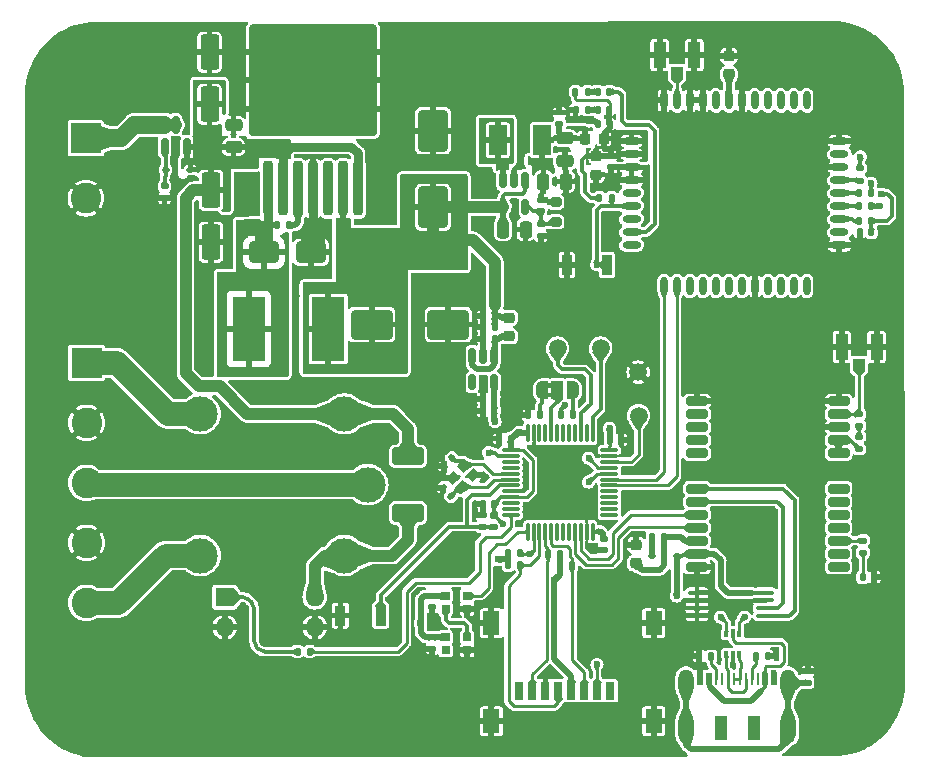
<source format=gbr>
%TF.GenerationSoftware,KiCad,Pcbnew,(7.0.0)*%
%TF.CreationDate,2023-06-28T18:16:18+03:00*%
%TF.ProjectId,GeoLock,47656f4c-6f63-46b2-9e6b-696361645f70,rev?*%
%TF.SameCoordinates,Original*%
%TF.FileFunction,Copper,L1,Top*%
%TF.FilePolarity,Positive*%
%FSLAX46Y46*%
G04 Gerber Fmt 4.6, Leading zero omitted, Abs format (unit mm)*
G04 Created by KiCad (PCBNEW (7.0.0)) date 2023-06-28 18:16:18*
%MOMM*%
%LPD*%
G01*
G04 APERTURE LIST*
G04 Aperture macros list*
%AMRoundRect*
0 Rectangle with rounded corners*
0 $1 Rounding radius*
0 $2 $3 $4 $5 $6 $7 $8 $9 X,Y pos of 4 corners*
0 Add a 4 corners polygon primitive as box body*
4,1,4,$2,$3,$4,$5,$6,$7,$8,$9,$2,$3,0*
0 Add four circle primitives for the rounded corners*
1,1,$1+$1,$2,$3*
1,1,$1+$1,$4,$5*
1,1,$1+$1,$6,$7*
1,1,$1+$1,$8,$9*
0 Add four rect primitives between the rounded corners*
20,1,$1+$1,$2,$3,$4,$5,0*
20,1,$1+$1,$4,$5,$6,$7,0*
20,1,$1+$1,$6,$7,$8,$9,0*
20,1,$1+$1,$8,$9,$2,$3,0*%
%AMRotRect*
0 Rectangle, with rotation*
0 The origin of the aperture is its center*
0 $1 length*
0 $2 width*
0 $3 Rotation angle, in degrees counterclockwise*
0 Add horizontal line*
21,1,$1,$2,0,0,$3*%
%AMFreePoly0*
4,1,19,0.550000,-0.750000,0.000000,-0.750000,0.000000,-0.744911,-0.071157,-0.744911,-0.207708,-0.704816,-0.327430,-0.627875,-0.420627,-0.520320,-0.479746,-0.390866,-0.500000,-0.250000,-0.500000,0.250000,-0.479746,0.390866,-0.420627,0.520320,-0.327430,0.627875,-0.207708,0.704816,-0.071157,0.744911,0.000000,0.744911,0.000000,0.750000,0.550000,0.750000,0.550000,-0.750000,0.550000,-0.750000,
$1*%
%AMFreePoly1*
4,1,19,0.000000,0.744911,0.071157,0.744911,0.207708,0.704816,0.327430,0.627875,0.420627,0.520320,0.479746,0.390866,0.500000,0.250000,0.500000,-0.250000,0.479746,-0.390866,0.420627,-0.520320,0.327430,-0.627875,0.207708,-0.704816,0.071157,-0.744911,0.000000,-0.744911,0.000000,-0.750000,-0.550000,-0.750000,-0.550000,0.750000,0.000000,0.750000,0.000000,0.744911,0.000000,0.744911,
$1*%
G04 Aperture macros list end*
%TA.AperFunction,SMDPad,CuDef*%
%ADD10RoundRect,0.140000X0.140000X0.170000X-0.140000X0.170000X-0.140000X-0.170000X0.140000X-0.170000X0*%
%TD*%
%TA.AperFunction,SMDPad,CuDef*%
%ADD11RoundRect,0.135000X0.135000X0.185000X-0.135000X0.185000X-0.135000X-0.185000X0.135000X-0.185000X0*%
%TD*%
%TA.AperFunction,SMDPad,CuDef*%
%ADD12RoundRect,0.250000X0.475000X-0.250000X0.475000X0.250000X-0.475000X0.250000X-0.475000X-0.250000X0*%
%TD*%
%TA.AperFunction,SMDPad,CuDef*%
%ADD13RoundRect,0.250000X0.550000X-1.250000X0.550000X1.250000X-0.550000X1.250000X-0.550000X-1.250000X0*%
%TD*%
%TA.AperFunction,SMDPad,CuDef*%
%ADD14RoundRect,0.135000X-0.135000X-0.185000X0.135000X-0.185000X0.135000X0.185000X-0.135000X0.185000X0*%
%TD*%
%TA.AperFunction,SMDPad,CuDef*%
%ADD15RoundRect,0.147500X-0.147500X-0.172500X0.147500X-0.172500X0.147500X0.172500X-0.147500X0.172500X0*%
%TD*%
%TA.AperFunction,SMDPad,CuDef*%
%ADD16RoundRect,0.135000X-0.185000X0.135000X-0.185000X-0.135000X0.185000X-0.135000X0.185000X0.135000X0*%
%TD*%
%TA.AperFunction,SMDPad,CuDef*%
%ADD17RoundRect,0.250000X-1.100000X0.500000X-1.100000X-0.500000X1.100000X-0.500000X1.100000X0.500000X0*%
%TD*%
%TA.AperFunction,SMDPad,CuDef*%
%ADD18RoundRect,0.250000X-1.000000X-0.650000X1.000000X-0.650000X1.000000X0.650000X-1.000000X0.650000X0*%
%TD*%
%TA.AperFunction,SMDPad,CuDef*%
%ADD19RoundRect,0.140000X-0.140000X-0.170000X0.140000X-0.170000X0.140000X0.170000X-0.140000X0.170000X0*%
%TD*%
%TA.AperFunction,SMDPad,CuDef*%
%ADD20RoundRect,0.147500X0.147500X0.172500X-0.147500X0.172500X-0.147500X-0.172500X0.147500X-0.172500X0*%
%TD*%
%TA.AperFunction,SMDPad,CuDef*%
%ADD21RoundRect,0.250000X-1.500000X-1.000000X1.500000X-1.000000X1.500000X1.000000X-1.500000X1.000000X0*%
%TD*%
%TA.AperFunction,SMDPad,CuDef*%
%ADD22RoundRect,0.140000X-0.170000X0.140000X-0.170000X-0.140000X0.170000X-0.140000X0.170000X0.140000X0*%
%TD*%
%TA.AperFunction,SMDPad,CuDef*%
%ADD23RoundRect,0.150000X0.150000X-0.587500X0.150000X0.587500X-0.150000X0.587500X-0.150000X-0.587500X0*%
%TD*%
%TA.AperFunction,SMDPad,CuDef*%
%ADD24RoundRect,0.150000X-0.150000X0.512500X-0.150000X-0.512500X0.150000X-0.512500X0.150000X0.512500X0*%
%TD*%
%TA.AperFunction,SMDPad,CuDef*%
%ADD25C,1.500000*%
%TD*%
%TA.AperFunction,SMDPad,CuDef*%
%ADD26O,0.600000X1.600000*%
%TD*%
%TA.AperFunction,SMDPad,CuDef*%
%ADD27O,1.600000X0.600000*%
%TD*%
%TA.AperFunction,SMDPad,CuDef*%
%ADD28R,0.800000X1.500000*%
%TD*%
%TA.AperFunction,SMDPad,CuDef*%
%ADD29R,1.450000X2.000000*%
%TD*%
%TA.AperFunction,SMDPad,CuDef*%
%ADD30RoundRect,0.200000X0.700000X0.200000X-0.700000X0.200000X-0.700000X-0.200000X0.700000X-0.200000X0*%
%TD*%
%TA.AperFunction,SMDPad,CuDef*%
%ADD31RoundRect,0.250000X-0.475000X0.250000X-0.475000X-0.250000X0.475000X-0.250000X0.475000X0.250000X0*%
%TD*%
%TA.AperFunction,SMDPad,CuDef*%
%ADD32RoundRect,0.250000X1.000000X-1.500000X1.000000X1.500000X-1.000000X1.500000X-1.000000X-1.500000X0*%
%TD*%
%TA.AperFunction,SMDPad,CuDef*%
%ADD33RoundRect,0.140000X-0.021213X0.219203X-0.219203X0.021213X0.021213X-0.219203X0.219203X-0.021213X0*%
%TD*%
%TA.AperFunction,SMDPad,CuDef*%
%ADD34R,1.000000X1.050000*%
%TD*%
%TA.AperFunction,SMDPad,CuDef*%
%ADD35R,1.050000X2.200000*%
%TD*%
%TA.AperFunction,SMDPad,CuDef*%
%ADD36RoundRect,0.147500X0.172500X-0.147500X0.172500X0.147500X-0.172500X0.147500X-0.172500X-0.147500X0*%
%TD*%
%TA.AperFunction,SMDPad,CuDef*%
%ADD37RoundRect,0.225000X-0.250000X0.225000X-0.250000X-0.225000X0.250000X-0.225000X0.250000X0.225000X0*%
%TD*%
%TA.AperFunction,SMDPad,CuDef*%
%ADD38RoundRect,0.140000X0.170000X-0.140000X0.170000X0.140000X-0.170000X0.140000X-0.170000X-0.140000X0*%
%TD*%
%TA.AperFunction,SMDPad,CuDef*%
%ADD39RoundRect,0.218750X-0.256250X0.218750X-0.256250X-0.218750X0.256250X-0.218750X0.256250X0.218750X0*%
%TD*%
%TA.AperFunction,SMDPad,CuDef*%
%ADD40RoundRect,0.112500X0.187500X0.112500X-0.187500X0.112500X-0.187500X-0.112500X0.187500X-0.112500X0*%
%TD*%
%TA.AperFunction,SMDPad,CuDef*%
%ADD41R,0.700000X0.700000*%
%TD*%
%TA.AperFunction,SMDPad,CuDef*%
%ADD42RotRect,0.900000X0.800000X45.000000*%
%TD*%
%TA.AperFunction,SMDPad,CuDef*%
%ADD43RoundRect,0.135000X0.185000X-0.135000X0.185000X0.135000X-0.185000X0.135000X-0.185000X-0.135000X0*%
%TD*%
%TA.AperFunction,SMDPad,CuDef*%
%ADD44RoundRect,0.112500X-0.187500X-0.112500X0.187500X-0.112500X0.187500X0.112500X-0.187500X0.112500X0*%
%TD*%
%TA.AperFunction,SMDPad,CuDef*%
%ADD45RoundRect,0.218750X0.218750X0.256250X-0.218750X0.256250X-0.218750X-0.256250X0.218750X-0.256250X0*%
%TD*%
%TA.AperFunction,SMDPad,CuDef*%
%ADD46RoundRect,0.075000X-0.662500X-0.075000X0.662500X-0.075000X0.662500X0.075000X-0.662500X0.075000X0*%
%TD*%
%TA.AperFunction,SMDPad,CuDef*%
%ADD47RoundRect,0.075000X-0.075000X-0.662500X0.075000X-0.662500X0.075000X0.662500X-0.075000X0.662500X0*%
%TD*%
%TA.AperFunction,SMDPad,CuDef*%
%ADD48RoundRect,0.250000X-0.550000X1.250000X-0.550000X-1.250000X0.550000X-1.250000X0.550000X1.250000X0*%
%TD*%
%TA.AperFunction,SMDPad,CuDef*%
%ADD49R,0.900000X1.700000*%
%TD*%
%TA.AperFunction,SMDPad,CuDef*%
%ADD50R,2.750000X5.500000*%
%TD*%
%TA.AperFunction,SMDPad,CuDef*%
%ADD51RoundRect,0.250000X-0.250000X-0.475000X0.250000X-0.475000X0.250000X0.475000X-0.250000X0.475000X0*%
%TD*%
%TA.AperFunction,SMDPad,CuDef*%
%ADD52RoundRect,0.200000X-0.275000X0.200000X-0.275000X-0.200000X0.275000X-0.200000X0.275000X0.200000X0*%
%TD*%
%TA.AperFunction,ComponentPad*%
%ADD53C,3.000000*%
%TD*%
%TA.AperFunction,ComponentPad*%
%ADD54R,2.600000X2.600000*%
%TD*%
%TA.AperFunction,ComponentPad*%
%ADD55C,2.600000*%
%TD*%
%TA.AperFunction,SMDPad,CuDef*%
%ADD56RoundRect,0.200000X0.200000X-2.100000X0.200000X2.100000X-0.200000X2.100000X-0.200000X-2.100000X0*%
%TD*%
%TA.AperFunction,SMDPad,CuDef*%
%ADD57RoundRect,0.250000X2.375000X-2.025000X2.375000X2.025000X-2.375000X2.025000X-2.375000X-2.025000X0*%
%TD*%
%TA.AperFunction,SMDPad,CuDef*%
%ADD58RoundRect,0.250002X5.149998X-4.449998X5.149998X4.449998X-5.149998X4.449998X-5.149998X-4.449998X0*%
%TD*%
%TA.AperFunction,SMDPad,CuDef*%
%ADD59FreePoly0,0.000000*%
%TD*%
%TA.AperFunction,SMDPad,CuDef*%
%ADD60R,1.000000X1.500000*%
%TD*%
%TA.AperFunction,SMDPad,CuDef*%
%ADD61FreePoly1,0.000000*%
%TD*%
%TA.AperFunction,SMDPad,CuDef*%
%ADD62RoundRect,0.140000X0.219203X0.021213X0.021213X0.219203X-0.219203X-0.021213X-0.021213X-0.219203X0*%
%TD*%
%TA.AperFunction,SMDPad,CuDef*%
%ADD63R,0.375000X0.500000*%
%TD*%
%TA.AperFunction,SMDPad,CuDef*%
%ADD64R,0.300000X0.650000*%
%TD*%
%TA.AperFunction,SMDPad,CuDef*%
%ADD65RoundRect,0.100000X-0.637500X-0.100000X0.637500X-0.100000X0.637500X0.100000X-0.637500X0.100000X0*%
%TD*%
%TA.AperFunction,ComponentPad*%
%ADD66R,1.600000X1.600000*%
%TD*%
%TA.AperFunction,ComponentPad*%
%ADD67O,1.600000X1.600000*%
%TD*%
%TA.AperFunction,SMDPad,CuDef*%
%ADD68RoundRect,0.225000X0.250000X-0.225000X0.250000X0.225000X-0.250000X0.225000X-0.250000X-0.225000X0*%
%TD*%
%TA.AperFunction,SMDPad,CuDef*%
%ADD69R,1.000000X2.000000*%
%TD*%
%TA.AperFunction,SMDPad,CuDef*%
%ADD70R,0.520000X1.000000*%
%TD*%
%TA.AperFunction,SMDPad,CuDef*%
%ADD71R,0.270000X1.000000*%
%TD*%
%TA.AperFunction,ComponentPad*%
%ADD72O,1.300000X2.300000*%
%TD*%
%TA.AperFunction,ComponentPad*%
%ADD73O,1.300000X2.600000*%
%TD*%
%TA.AperFunction,SMDPad,CuDef*%
%ADD74R,1.500000X2.500000*%
%TD*%
%TA.AperFunction,ViaPad*%
%ADD75C,0.600000*%
%TD*%
%TA.AperFunction,Conductor*%
%ADD76C,0.300000*%
%TD*%
%TA.AperFunction,Conductor*%
%ADD77C,0.500000*%
%TD*%
%TA.AperFunction,Conductor*%
%ADD78C,0.250000*%
%TD*%
%TA.AperFunction,Conductor*%
%ADD79C,2.000000*%
%TD*%
%TA.AperFunction,Conductor*%
%ADD80C,0.750000*%
%TD*%
%TA.AperFunction,Conductor*%
%ADD81C,1.500000*%
%TD*%
%TA.AperFunction,Conductor*%
%ADD82C,1.000000*%
%TD*%
G04 APERTURE END LIST*
%TO.C,JP201*%
G36*
X144424000Y-91683100D02*
G01*
X143924000Y-91683100D01*
X143924000Y-91283100D01*
X144424000Y-91283100D01*
X144424000Y-91683100D01*
G37*
G36*
X144424000Y-92483100D02*
G01*
X143924000Y-92483100D01*
X143924000Y-92083100D01*
X144424000Y-92083100D01*
X144424000Y-92483100D01*
G37*
%TD*%
D10*
%TO.P,C206,1*%
%TO.N,+3V3*%
X140850400Y-95967400D03*
%TO.P,C206,2*%
%TO.N,GND*%
X139890400Y-95967400D03*
%TD*%
D11*
%TO.P,R409,1*%
%TO.N,Net-(D401-K)*%
X147369400Y-68129000D03*
%TO.P,R409,2*%
%TO.N,GND*%
X146349400Y-68129000D03*
%TD*%
D10*
%TO.P,C410,1*%
%TO.N,+4V*%
X149255200Y-69348200D03*
%TO.P,C410,2*%
%TO.N,GND*%
X148295200Y-69348200D03*
%TD*%
D12*
%TO.P,C504,1*%
%TO.N,+12V*%
X117393400Y-71304800D03*
%TO.P,C504,2*%
%TO.N,GND*%
X117393400Y-69404800D03*
%TD*%
D13*
%TO.P,C502,1*%
%TO.N,+12V*%
X115361400Y-67662000D03*
%TO.P,C502,2*%
%TO.N,GND*%
X115361400Y-63262000D03*
%TD*%
D14*
%TO.P,R407,1*%
%TO.N,+4V*%
X148379400Y-75596600D03*
%TO.P,R407,2*%
%TO.N,/RF_GSM_SIM800C/PWRKEY*%
X149399400Y-75596600D03*
%TD*%
D15*
%TO.P,D401,1,K*%
%TO.N,Net-(D401-K)*%
X148255300Y-68129000D03*
%TO.P,D401,2,A*%
%TO.N,+4V*%
X149225300Y-68129000D03*
%TD*%
D16*
%TO.P,R101,1*%
%TO.N,Net-(D101-A)*%
X111551400Y-74602800D03*
%TO.P,R101,2*%
%TO.N,GND*%
X111551400Y-75622800D03*
%TD*%
D17*
%TO.P,D301,1,K*%
%TO.N,+12V*%
X132165000Y-97473400D03*
%TO.P,D301,2,A*%
%TO.N,Net-(D301-A)*%
X132165000Y-102273400D03*
%TD*%
D18*
%TO.P,D501,1,K*%
%TO.N,/GeoLock_Power/SW_5V*%
X119965400Y-80194800D03*
%TO.P,D501,2,A*%
%TO.N,GND*%
X123965400Y-80194800D03*
%TD*%
D19*
%TO.P,C408,1*%
%TO.N,GND*%
X170442600Y-78492800D03*
%TO.P,C408,2*%
%TO.N,/RF_GSM_SIM800C/SIM_DIO*%
X171402600Y-78492800D03*
%TD*%
D20*
%TO.P,D402,1,K*%
%TO.N,/RF_GSM_SIM800C/NETLIGHT*%
X149224400Y-66605800D03*
%TO.P,D402,2,A*%
%TO.N,Net-(D402-A)*%
X148254400Y-66605800D03*
%TD*%
%TO.P,D602,1,K*%
%TO.N,GND*%
X171638000Y-107725200D03*
%TO.P,D602,2,A*%
%TO.N,Net-(D602-A)*%
X170668000Y-107725200D03*
%TD*%
D19*
%TO.P,C204,1*%
%TO.N,+3V3*%
X149270400Y-96069800D03*
%TO.P,C204,2*%
%TO.N,GND*%
X150230400Y-96069800D03*
%TD*%
D21*
%TO.P,C506,1*%
%TO.N,+5V*%
X129091400Y-86315400D03*
%TO.P,C506,2*%
%TO.N,GND*%
X135591400Y-86315400D03*
%TD*%
D14*
%TO.P,R205,1*%
%TO.N,+3V3*%
X145039400Y-106762400D03*
%TO.P,R205,2*%
%TO.N,/MCU_ST_STM32F103CBTx/SD_MOSI*%
X146059400Y-106762400D03*
%TD*%
D22*
%TO.P,C402,1*%
%TO.N,/RF_GSM_SIM800C/4V_OUT*%
X143405000Y-75734800D03*
%TO.P,C402,2*%
%TO.N,Net-(U401-FB)*%
X143405000Y-76694800D03*
%TD*%
D23*
%TO.P,Q101,1,G*%
%TO.N,Net-(D101-A)*%
X111554000Y-71276300D03*
%TO.P,Q101,2,S*%
%TO.N,+12V*%
X113454000Y-71276300D03*
%TO.P,Q101,3,D*%
%TO.N,Net-(J101-Pin_1)*%
X112504000Y-69401300D03*
%TD*%
D24*
%TO.P,U502,1,IN*%
%TO.N,Net-(U502-EN)*%
X139489000Y-88947300D03*
%TO.P,U502,2,GND*%
%TO.N,GND*%
X138539000Y-88947300D03*
%TO.P,U502,3,EN*%
%TO.N,Net-(U502-EN)*%
X137589000Y-88947300D03*
%TO.P,U502,4,NC*%
%TO.N,unconnected-(U502-NC-Pad4)*%
X137589000Y-91222300D03*
%TO.P,U502,5,OUT*%
%TO.N,+3V3*%
X139489000Y-91222300D03*
%TD*%
D14*
%TO.P,R602,1*%
%TO.N,Net-(D601-K)*%
X152837200Y-104273200D03*
%TO.P,R602,2*%
%TO.N,/RF_GPS_NEO6M/V_BCKP*%
X153857200Y-104273200D03*
%TD*%
D25*
%TO.P,TP201,1,1*%
%TO.N,/MCU_ST_STM32F103CBTx/SWCLK*%
X148470400Y-88322800D03*
%TD*%
D10*
%TO.P,C501,1*%
%TO.N,Net-(U501-BOOST)*%
X122064400Y-77908800D03*
%TO.P,C501,2*%
%TO.N,/GeoLock_Power/SW_5V*%
X121104400Y-77908800D03*
%TD*%
D26*
%TO.P,U402,1,UART1_TXD*%
%TO.N,/MCU_ST_STM32F103CBTx/USART1_RX*%
X153842399Y-83040799D03*
%TO.P,U402,2,UART1_RXD*%
%TO.N,/MCU_ST_STM32F103CBTx/USART1_TX*%
X154942399Y-83040799D03*
%TO.P,U402,3,UART1_RTS*%
%TO.N,unconnected-(U402-UART1_RTS-Pad3)*%
X156042399Y-83040799D03*
%TO.P,U402,4,UART1_CTS*%
%TO.N,unconnected-(U402-UART1_CTS-Pad4)*%
X157142399Y-83040799D03*
%TO.P,U402,5,UART1_DCD*%
%TO.N,unconnected-(U402-UART1_DCD-Pad5)*%
X158242399Y-83040799D03*
%TO.P,U402,6,UART1_DTR*%
%TO.N,unconnected-(U402-UART1_DTR-Pad6)*%
X159342399Y-83040799D03*
%TO.P,U402,7,UART1_RI*%
%TO.N,unconnected-(U402-UART1_RI-Pad7)*%
X160442399Y-83040799D03*
%TO.P,U402,8,GND*%
%TO.N,GND*%
X161542399Y-83040799D03*
%TO.P,U402,9,MICP*%
%TO.N,unconnected-(U402-MICP-Pad9)*%
X162642399Y-83040799D03*
%TO.P,U402,10,MICN*%
%TO.N,unconnected-(U402-MICN-Pad10)*%
X163742399Y-83040799D03*
%TO.P,U402,11,SPKP*%
%TO.N,unconnected-(U402-SPKP-Pad11)*%
X164842399Y-83040799D03*
%TO.P,U402,12,SPKN*%
%TO.N,unconnected-(U402-SPKN-Pad12)*%
X165942399Y-83040799D03*
D27*
%TO.P,U402,13,GND*%
%TO.N,GND*%
X168692399Y-79590799D03*
%TO.P,U402,14,SIM_DET*%
%TO.N,unconnected-(U402-SIM_DET-Pad14)*%
X168692399Y-78490799D03*
%TO.P,U402,15,SIM_DATA*%
%TO.N,Net-(U402-SIM_DATA)*%
X168692399Y-77390799D03*
%TO.P,U402,16,SIM_CLK*%
%TO.N,Net-(U402-SIM_CLK)*%
X168692399Y-76290799D03*
%TO.P,U402,17,SIM_RST*%
%TO.N,Net-(U402-SIM_RST)*%
X168692399Y-75190799D03*
%TO.P,U402,18,SIM_VDD*%
%TO.N,Net-(U402-SIM_VDD)*%
X168692399Y-74090799D03*
%TO.P,U402,19,GND*%
%TO.N,GND*%
X168692399Y-72990799D03*
%TO.P,U402,20,BT_ANT*%
%TO.N,unconnected-(U402-BT_ANT-Pad20)*%
X168692399Y-71890799D03*
%TO.P,U402,21,GND*%
%TO.N,GND*%
X168692399Y-70790799D03*
D26*
%TO.P,U402,22,UART2_TXD*%
%TO.N,unconnected-(U402-UART2_TXD-Pad22)*%
X165942399Y-67340799D03*
%TO.P,U402,23,UART2_RXD*%
%TO.N,unconnected-(U402-UART2_RXD-Pad23)*%
X164842399Y-67340799D03*
%TO.P,U402,24,USB_VBUS*%
%TO.N,unconnected-(U402-USB_VBUS-Pad24)*%
X163742399Y-67340799D03*
%TO.P,U402,25,USB_DP*%
%TO.N,unconnected-(U402-USB_DP-Pad25)*%
X162642399Y-67340799D03*
%TO.P,U402,26,USB_DM*%
%TO.N,unconnected-(U402-USB_DM-Pad26)*%
X161542399Y-67340799D03*
%TO.P,U402,27,GND*%
%TO.N,GND*%
X160442399Y-67340799D03*
%TO.P,U402,28,VRTC*%
%TO.N,Net-(U402-VRTC)*%
X159342399Y-67340799D03*
%TO.P,U402,29,RF_SYNC*%
%TO.N,unconnected-(U402-RF_SYNC-Pad29)*%
X158242399Y-67340799D03*
%TO.P,U402,30,GND*%
%TO.N,GND*%
X157142399Y-67340799D03*
%TO.P,U402,31,GND*%
X156042399Y-67340799D03*
%TO.P,U402,32,GSM_ANT*%
%TO.N,/RF_GSM_SIM800C/GSM_RF*%
X154942399Y-67340799D03*
%TO.P,U402,33,GND*%
%TO.N,GND*%
X153842399Y-67340799D03*
D27*
%TO.P,U402,34,VBAT*%
%TO.N,+4V*%
X151092399Y-70790799D03*
%TO.P,U402,35,VBAT*%
X151092399Y-71890799D03*
%TO.P,U402,36,GND*%
%TO.N,GND*%
X151092399Y-72990799D03*
%TO.P,U402,37,GND*%
X151092399Y-74090799D03*
%TO.P,U402,38,ADC*%
%TO.N,unconnected-(U402-ADC-Pad38)*%
X151092399Y-75190799D03*
%TO.P,U402,39,~{PWRKEY}*%
%TO.N,/RF_GSM_SIM800C/PWRKEY*%
X151092399Y-76290799D03*
%TO.P,U402,40,VDD_EXT*%
%TO.N,unconnected-(U402-VDD_EXT-Pad40)*%
X151092399Y-77390799D03*
%TO.P,U402,41,NETLIGHT*%
%TO.N,/RF_GSM_SIM800C/NETLIGHT*%
X151092399Y-78490799D03*
%TO.P,U402,42,STATUS*%
%TO.N,unconnected-(U402-STATUS-Pad42)*%
X151092399Y-79590799D03*
%TD*%
D28*
%TO.P,J201,1,DAT2*%
%TO.N,unconnected-(J201-DAT2-Pad1)*%
X149306599Y-117303399D03*
%TO.P,J201,2,DAT3/CD*%
%TO.N,/MCU_ST_STM32F103CBTx/SD_NCS*%
X148206599Y-117303399D03*
%TO.P,J201,3,CMD*%
%TO.N,/MCU_ST_STM32F103CBTx/SD_MOSI*%
X147106599Y-117303399D03*
%TO.P,J201,4,VDD*%
%TO.N,+3V3*%
X146006599Y-117303399D03*
%TO.P,J201,5,CLK*%
%TO.N,/MCU_ST_STM32F103CBTx/SD_CLK*%
X144906599Y-117303399D03*
%TO.P,J201,6,VSS*%
%TO.N,GND*%
X143806599Y-117303399D03*
%TO.P,J201,7,DAT0*%
%TO.N,/MCU_ST_STM32F103CBTx/SD_MISO*%
X142706599Y-117303399D03*
%TO.P,J201,8,DAT1*%
%TO.N,unconnected-(J201-DAT1-Pad8)*%
X141606599Y-117303399D03*
D29*
%TO.P,J201,9,SHIELD*%
%TO.N,GND*%
X152981599Y-119903399D03*
X152981599Y-111603399D03*
X139231599Y-119903399D03*
X139231599Y-111603399D03*
%TD*%
D30*
%TO.P,U601,1,Reserved*%
%TO.N,unconnected-(U601-Reserved-Pad1)*%
X168636400Y-106810800D03*
%TO.P,U601,2,SS_N*%
%TO.N,unconnected-(U601-SS_N-Pad2)*%
X168636400Y-105710800D03*
%TO.P,U601,3,TIMEPULSE*%
%TO.N,Net-(U601-TIMEPULSE)*%
X168636400Y-104610800D03*
%TO.P,U601,4,EXTINT0*%
%TO.N,unconnected-(U601-EXTINT0-Pad4)*%
X168636400Y-103510800D03*
%TO.P,U601,5,USB_DM*%
%TO.N,unconnected-(U601-USB_DM-Pad5)*%
X168636400Y-102410800D03*
%TO.P,U601,6,USB_DP*%
%TO.N,unconnected-(U601-USB_DP-Pad6)*%
X168636400Y-101310800D03*
%TO.P,U601,7,VDD_USB*%
%TO.N,unconnected-(U601-VDD_USB-Pad7)*%
X168636400Y-100210800D03*
%TO.P,U601,8,VCC_RF*%
%TO.N,/RF_GPS_NEO6M/V_RF*%
X168636400Y-97210800D03*
%TO.P,U601,9,VCC_RF*%
X168636400Y-96110800D03*
%TO.P,U601,10,GND*%
%TO.N,GND*%
X168636400Y-95010800D03*
%TO.P,U601,11,RF_IN*%
%TO.N,/RF_GPS_NEO6M/GPS_RF*%
X168636400Y-93910800D03*
%TO.P,U601,12,GND*%
%TO.N,GND*%
X168636400Y-92810800D03*
%TO.P,U601,13,GND*%
X156636400Y-92810800D03*
%TO.P,U601,14,MOSI/CFG_COM0*%
%TO.N,unconnected-(U601-MOSI{slash}CFG_COM0-Pad14)*%
X156636400Y-93910800D03*
%TO.P,U601,15,MISO/CFG_COM1*%
%TO.N,unconnected-(U601-MISO{slash}CFG_COM1-Pad15)*%
X156636400Y-95010800D03*
%TO.P,U601,16,CFG_GPS0/SCK*%
%TO.N,unconnected-(U601-CFG_GPS0{slash}SCK-Pad16)*%
X156636400Y-96110800D03*
%TO.P,U601,17,Reserved*%
%TO.N,unconnected-(U601-Reserved-Pad17)*%
X156636400Y-97210800D03*
%TO.P,U601,18,SDA2*%
%TO.N,Net-(U601-SDA2)*%
X156636400Y-100210800D03*
%TO.P,U601,19,SCL2*%
%TO.N,Net-(U601-SCL2)*%
X156636400Y-101310800D03*
%TO.P,U601,20,TXD1*%
%TO.N,/MCU_ST_STM32F103CBTx/USART3_RX*%
X156636400Y-102410800D03*
%TO.P,U601,21,RXD1*%
%TO.N,/MCU_ST_STM32F103CBTx/USART3_TX*%
X156636400Y-103510800D03*
%TO.P,U601,22,V_BCKP*%
%TO.N,/RF_GPS_NEO6M/V_BCKP*%
X156636400Y-104610800D03*
%TO.P,U601,23,VCC*%
%TO.N,+3V3*%
X156636400Y-105710800D03*
%TO.P,U601,24,GND*%
%TO.N,GND*%
X156636400Y-106810800D03*
%TD*%
D14*
%TO.P,R404,1*%
%TO.N,Net-(U402-SIM_DATA)*%
X170382600Y-77527800D03*
%TO.P,R404,2*%
%TO.N,/RF_GSM_SIM800C/SIM_DIO*%
X171402600Y-77527800D03*
%TD*%
D10*
%TO.P,C510,1*%
%TO.N,+3V3*%
X139470200Y-93608600D03*
%TO.P,C510,2*%
%TO.N,GND*%
X138510200Y-93608600D03*
%TD*%
D31*
%TO.P,C407,1*%
%TO.N,/RF_GSM_SIM800C/4V_OUT*%
X145460400Y-70547800D03*
%TO.P,C407,2*%
%TO.N,GND*%
X145460400Y-72447800D03*
%TD*%
D24*
%TO.P,U401,1,EN*%
%TO.N,+5V*%
X142104600Y-74064200D03*
%TO.P,U401,2,GND*%
%TO.N,GND*%
X141154600Y-74064200D03*
%TO.P,U401,3,LX*%
%TO.N,/RF_GSM_SIM800C/4V_SW*%
X140204600Y-74064200D03*
%TO.P,U401,4,VIN*%
%TO.N,+5V*%
X140204600Y-76339200D03*
%TO.P,U401,5,FB*%
%TO.N,Net-(U401-FB)*%
X142104600Y-76339200D03*
%TD*%
D32*
%TO.P,C505,1*%
%TO.N,+5V*%
X134284400Y-76398800D03*
%TO.P,C505,2*%
%TO.N,GND*%
X134284400Y-69898800D03*
%TD*%
D33*
%TO.P,C208,1*%
%TO.N,/MCU_ST_STM32F103CBTx/HOSC1*%
X135893811Y-97600778D03*
%TO.P,C208,2*%
%TO.N,GND*%
X135214989Y-98279600D03*
%TD*%
D10*
%TO.P,C511,1*%
%TO.N,+3V3*%
X139465000Y-92643400D03*
%TO.P,C511,2*%
%TO.N,GND*%
X138505000Y-92643400D03*
%TD*%
D14*
%TO.P,R406,1*%
%TO.N,Net-(U402-SIM_RST)*%
X170380600Y-75190800D03*
%TO.P,R406,2*%
%TO.N,/RF_GSM_SIM800C/SIM_RST*%
X171400600Y-75190800D03*
%TD*%
D25*
%TO.P,TP202,1,1*%
%TO.N,GND*%
X151670800Y-90354000D03*
%TD*%
D34*
%TO.P,J601,1,In*%
%TO.N,/RF_GPS_NEO6M/GPS_RF*%
X170365199Y-89727599D03*
D35*
%TO.P,J601,2,Ext*%
%TO.N,GND*%
X168890199Y-88202599D03*
X171840199Y-88202599D03*
%TD*%
D36*
%TO.P,L601,1*%
%TO.N,Net-(L601-Pad1)*%
X170352400Y-94880800D03*
%TO.P,L601,2*%
%TO.N,/RF_GPS_NEO6M/GPS_RF*%
X170352400Y-93910800D03*
%TD*%
D10*
%TO.P,C508,1*%
%TO.N,+5V*%
X139515800Y-86553000D03*
%TO.P,C508,2*%
%TO.N,GND*%
X138555800Y-86553000D03*
%TD*%
D37*
%TO.P,C401,1*%
%TO.N,GND*%
X159341600Y-63569400D03*
%TO.P,C401,2*%
%TO.N,Net-(U402-VRTC)*%
X159341600Y-65119400D03*
%TD*%
D25*
%TO.P,TP204,1,1*%
%TO.N,/MCU_ST_STM32F103CBTx/SWDIO*%
X151683400Y-94037800D03*
%TD*%
D22*
%TO.P,C211,1*%
%TO.N,+3V3*%
X134232000Y-109284400D03*
%TO.P,C211,2*%
%TO.N,GND*%
X134232000Y-110244400D03*
%TD*%
D38*
%TO.P,C101,1*%
%TO.N,Earth*%
X166016400Y-116638400D03*
%TO.P,C101,2*%
%TO.N,GND*%
X166016400Y-115678400D03*
%TD*%
D39*
%TO.P,FB501,1*%
%TO.N,+5V*%
X140723400Y-85731100D03*
%TO.P,FB501,2*%
%TO.N,Net-(U502-EN)*%
X140723400Y-87306100D03*
%TD*%
D14*
%TO.P,R206,1*%
%TO.N,+3V3*%
X145124800Y-93956000D03*
%TO.P,R206,2*%
%TO.N,Net-(JP201-B)*%
X146144800Y-93956000D03*
%TD*%
D40*
%TO.P,D101,1,K*%
%TO.N,+12V*%
X113744400Y-73209800D03*
%TO.P,D101,2,A*%
%TO.N,Net-(D101-A)*%
X111644400Y-73209800D03*
%TD*%
D41*
%TO.P,D202,1,VDD*%
%TO.N,+3V3*%
X135348999Y-112798399D03*
%TO.P,D202,2,DOUT*%
%TO.N,unconnected-(D202-DOUT-Pad2)*%
X135348999Y-113898399D03*
%TO.P,D202,3,VSS*%
%TO.N,GND*%
X137178999Y-113898399D03*
%TO.P,D202,4,DIN*%
%TO.N,Net-(D201-DOUT)*%
X137178999Y-112798399D03*
%TD*%
D10*
%TO.P,C203,1*%
%TO.N,+3V3*%
X139463400Y-101533400D03*
%TO.P,C203,2*%
%TO.N,GND*%
X138503400Y-101533400D03*
%TD*%
D11*
%TO.P,R102,1*%
%TO.N,Net-(J103-CC1)*%
X157845000Y-114407800D03*
%TO.P,R102,2*%
%TO.N,GND*%
X156825000Y-114407800D03*
%TD*%
D42*
%TO.P,Y201,1,1*%
%TO.N,/MCU_ST_STM32F103CBTx/HOSC2*%
X136720522Y-100068482D03*
%TO.P,Y201,2,2*%
%TO.N,GND*%
X137710471Y-99078533D03*
%TO.P,Y201,3,3*%
%TO.N,/MCU_ST_STM32F103CBTx/HOSC1*%
X136932654Y-98300716D03*
%TO.P,Y201,4,4*%
%TO.N,GND*%
X135942705Y-99290665D03*
%TD*%
D43*
%TO.P,R601,1*%
%TO.N,/RF_GPS_NEO6M/V_RF*%
X170352400Y-96835800D03*
%TO.P,R601,2*%
%TO.N,Net-(L601-Pad1)*%
X170352400Y-95815800D03*
%TD*%
D44*
%TO.P,D601,1,K*%
%TO.N,Net-(D601-K)*%
X152807000Y-105916200D03*
%TO.P,D601,2,A*%
%TO.N,+3V3*%
X154907000Y-105916200D03*
%TD*%
D45*
%TO.P,FB401,1*%
%TO.N,+4V*%
X148749900Y-70567400D03*
%TO.P,FB401,2*%
%TO.N,/RF_GSM_SIM800C/4V_OUT*%
X147174900Y-70567400D03*
%TD*%
D46*
%TO.P,U201,1,VBAT*%
%TO.N,+3V3*%
X140887000Y-96942400D03*
%TO.P,U201,2,PC13*%
%TO.N,/RF_GSM_SIM800C/PWRKEY*%
X140887000Y-97442400D03*
%TO.P,U201,3,PC14*%
%TO.N,unconnected-(U201-PC14-Pad3)*%
X140887000Y-97942400D03*
%TO.P,U201,4,PC15*%
%TO.N,unconnected-(U201-PC15-Pad4)*%
X140887000Y-98442400D03*
%TO.P,U201,5,PD0*%
%TO.N,/MCU_ST_STM32F103CBTx/HOSC1*%
X140887000Y-98942400D03*
%TO.P,U201,6,PD1*%
%TO.N,/MCU_ST_STM32F103CBTx/HOSC2*%
X140887000Y-99442400D03*
%TO.P,U201,7,NRST*%
%TO.N,/MCU_ST_STM32F103CBTx/NRST*%
X140887000Y-99942400D03*
%TO.P,U201,8,VSSA*%
%TO.N,GND*%
X140887000Y-100442400D03*
%TO.P,U201,9,VDDA*%
%TO.N,+3V3*%
X140887000Y-100942400D03*
%TO.P,U201,10,PA0*%
%TO.N,unconnected-(U201-PA0-Pad10)*%
X140887000Y-101442400D03*
%TO.P,U201,11,PA1*%
%TO.N,unconnected-(U201-PA1-Pad11)*%
X140887000Y-101942400D03*
%TO.P,U201,12,PA2*%
%TO.N,/MCU_ST_STM32F103CBTx/RELAY_EN*%
X140887000Y-102442400D03*
D47*
%TO.P,U201,13,PA3*%
%TO.N,/MCU_ST_STM32F103CBTx/LED_DIN*%
X142299500Y-103854900D03*
%TO.P,U201,14,PA4*%
%TO.N,/MCU_ST_STM32F103CBTx/SD_NCS*%
X142799500Y-103854900D03*
%TO.P,U201,15,PA5*%
%TO.N,/MCU_ST_STM32F103CBTx/SD_CLK*%
X143299500Y-103854900D03*
%TO.P,U201,16,PA6*%
%TO.N,/MCU_ST_STM32F103CBTx/SD_MISO*%
X143799500Y-103854900D03*
%TO.P,U201,17,PA7*%
%TO.N,/MCU_ST_STM32F103CBTx/SD_MOSI*%
X144299500Y-103854900D03*
%TO.P,U201,18,PB0*%
%TO.N,unconnected-(U201-PB0-Pad18)*%
X144799500Y-103854900D03*
%TO.P,U201,19,PB1*%
%TO.N,unconnected-(U201-PB1-Pad19)*%
X145299500Y-103854900D03*
%TO.P,U201,20,PB2*%
%TO.N,unconnected-(U201-PB2-Pad20)*%
X145799500Y-103854900D03*
%TO.P,U201,21,PB10*%
%TO.N,/MCU_ST_STM32F103CBTx/USART3_TX*%
X146299500Y-103854900D03*
%TO.P,U201,22,PB11*%
%TO.N,/MCU_ST_STM32F103CBTx/USART3_RX*%
X146799500Y-103854900D03*
%TO.P,U201,23,VSS*%
%TO.N,GND*%
X147299500Y-103854900D03*
%TO.P,U201,24,VDD*%
%TO.N,+3V3*%
X147799500Y-103854900D03*
D46*
%TO.P,U201,25,PB12*%
%TO.N,unconnected-(U201-PB12-Pad25)*%
X149212000Y-102442400D03*
%TO.P,U201,26,PB13*%
%TO.N,unconnected-(U201-PB13-Pad26)*%
X149212000Y-101942400D03*
%TO.P,U201,27,PB14*%
%TO.N,unconnected-(U201-PB14-Pad27)*%
X149212000Y-101442400D03*
%TO.P,U201,28,PB15*%
%TO.N,unconnected-(U201-PB15-Pad28)*%
X149212000Y-100942400D03*
%TO.P,U201,29,PA8*%
%TO.N,unconnected-(U201-PA8-Pad29)*%
X149212000Y-100442400D03*
%TO.P,U201,30,PA9*%
%TO.N,/MCU_ST_STM32F103CBTx/USART1_TX*%
X149212000Y-99942400D03*
%TO.P,U201,31,PA10*%
%TO.N,/MCU_ST_STM32F103CBTx/USART1_RX*%
X149212000Y-99442400D03*
%TO.P,U201,32,PA11*%
%TO.N,/USB_DN*%
X149212000Y-98942400D03*
%TO.P,U201,33,PA12*%
%TO.N,/USB_DP*%
X149212000Y-98442400D03*
%TO.P,U201,34,PA13*%
%TO.N,/MCU_ST_STM32F103CBTx/SWDIO*%
X149212000Y-97942400D03*
%TO.P,U201,35,VSS*%
%TO.N,GND*%
X149212000Y-97442400D03*
%TO.P,U201,36,VDD*%
%TO.N,+3V3*%
X149212000Y-96942400D03*
D47*
%TO.P,U201,37,PA14*%
%TO.N,/MCU_ST_STM32F103CBTx/SWCLK*%
X147799500Y-95529900D03*
%TO.P,U201,38,PA15*%
%TO.N,unconnected-(U201-PA15-Pad38)*%
X147299500Y-95529900D03*
%TO.P,U201,39,PB3*%
%TO.N,/MCU_ST_STM32F103CBTx/SWO*%
X146799500Y-95529900D03*
%TO.P,U201,40,PB4*%
%TO.N,unconnected-(U201-PB4-Pad40)*%
X146299500Y-95529900D03*
%TO.P,U201,41,PB5*%
%TO.N,unconnected-(U201-PB5-Pad41)*%
X145799500Y-95529900D03*
%TO.P,U201,42,PB6*%
%TO.N,unconnected-(U201-PB6-Pad42)*%
X145299500Y-95529900D03*
%TO.P,U201,43,PB7*%
%TO.N,unconnected-(U201-PB7-Pad43)*%
X144799500Y-95529900D03*
%TO.P,U201,44,BOOT0*%
%TO.N,/MCU_ST_STM32F103CBTx/BOOT0*%
X144299500Y-95529900D03*
%TO.P,U201,45,PB8*%
%TO.N,unconnected-(U201-PB8-Pad45)*%
X143799500Y-95529900D03*
%TO.P,U201,46,PB9*%
%TO.N,unconnected-(U201-PB9-Pad46)*%
X143299500Y-95529900D03*
%TO.P,U201,47,VSS*%
%TO.N,GND*%
X142799500Y-95529900D03*
%TO.P,U201,48,VDD*%
%TO.N,+3V3*%
X142299500Y-95529900D03*
%TD*%
D16*
%TO.P,R402,1*%
%TO.N,Net-(U401-FB)*%
X143405000Y-77810400D03*
%TO.P,R402,2*%
%TO.N,GND*%
X143405000Y-78830400D03*
%TD*%
D48*
%TO.P,C503,1*%
%TO.N,+12V*%
X115488400Y-74946800D03*
%TO.P,C503,2*%
%TO.N,GND*%
X115488400Y-79346800D03*
%TD*%
D49*
%TO.P,SW401,2,2*%
%TO.N,GND*%
X145619999Y-81279999D03*
%TO.P,SW401,1,1*%
%TO.N,/RF_GSM_SIM800C/PWRKEY*%
X149019999Y-81279999D03*
%TD*%
D10*
%TO.P,C507,1*%
%TO.N,+5V*%
X139510600Y-85587800D03*
%TO.P,C507,2*%
%TO.N,GND*%
X138550600Y-85587800D03*
%TD*%
D50*
%TO.P,L501,1,1*%
%TO.N,/GeoLock_Power/SW_5V*%
X118679399Y-86696399D03*
%TO.P,L501,2,2*%
%TO.N,+5V*%
X125429399Y-86696399D03*
%TD*%
D10*
%TO.P,C509,1*%
%TO.N,Net-(U502-EN)*%
X139510600Y-87518200D03*
%TO.P,C509,2*%
%TO.N,GND*%
X138550600Y-87518200D03*
%TD*%
D51*
%TO.P,C405,1*%
%TO.N,+5V*%
X140219800Y-78269600D03*
%TO.P,C405,2*%
%TO.N,GND*%
X142119800Y-78269600D03*
%TD*%
D52*
%TO.P,R401,1*%
%TO.N,/RF_GSM_SIM800C/4V_OUT*%
X144660400Y-75965400D03*
%TO.P,R401,2*%
%TO.N,Net-(U401-FB)*%
X144660400Y-77615400D03*
%TD*%
D14*
%TO.P,R103,1*%
%TO.N,Net-(J103-CC2)*%
X161602200Y-114407800D03*
%TO.P,R103,2*%
%TO.N,GND*%
X162622200Y-114407800D03*
%TD*%
D41*
%TO.P,D201,1,VDD*%
%TO.N,+3V3*%
X135348999Y-109284399D03*
%TO.P,D201,2,DOUT*%
%TO.N,Net-(D201-DOUT)*%
X135348999Y-110384399D03*
%TO.P,D201,3,VSS*%
%TO.N,GND*%
X137178999Y-110384399D03*
%TO.P,D201,4,DIN*%
%TO.N,/MCU_ST_STM32F103CBTx/LED_DIN*%
X137178999Y-109284399D03*
%TD*%
D53*
%TO.P,K301,11*%
%TO.N,/MODULE_RELAY/RELAY_POLE*%
X128761400Y-99873400D03*
%TO.P,K301,12*%
%TO.N,/MODULE_RELAY/RELAY_NC*%
X114561400Y-105873400D03*
%TO.P,K301,14*%
%TO.N,/MODULE_RELAY/RELAY_NO*%
X114561400Y-93873400D03*
%TO.P,K301,A1*%
%TO.N,+12V*%
X126761400Y-93873400D03*
%TO.P,K301,A2*%
%TO.N,Net-(D301-A)*%
X126761400Y-105873400D03*
%TD*%
D22*
%TO.P,C210,1*%
%TO.N,+3V3*%
X134232000Y-112798400D03*
%TO.P,C210,2*%
%TO.N,GND*%
X134232000Y-113758400D03*
%TD*%
D51*
%TO.P,C406,1*%
%TO.N,/RF_GSM_SIM800C/4V_OUT*%
X143638600Y-74205600D03*
%TO.P,C406,2*%
%TO.N,GND*%
X145538600Y-74205600D03*
%TD*%
D38*
%TO.P,C207,1*%
%TO.N,/MCU_ST_STM32F103CBTx/NRST*%
X138475400Y-103433200D03*
%TO.P,C207,2*%
%TO.N,GND*%
X138475400Y-102473200D03*
%TD*%
D37*
%TO.P,C601,1*%
%TO.N,GND*%
X151467600Y-104971400D03*
%TO.P,C601,2*%
%TO.N,/RF_GPS_NEO6M/V_BCKP*%
X151467600Y-106521400D03*
%TD*%
D54*
%TO.P,J101,1,Pin_1*%
%TO.N,Net-(J101-Pin_1)*%
X104896399Y-70537799D03*
D55*
%TO.P,J101,2,Pin_2*%
%TO.N,GND*%
X104896400Y-75617800D03*
%TD*%
D14*
%TO.P,R203,1*%
%TO.N,+3V3*%
X140645200Y-106686200D03*
%TO.P,R203,2*%
%TO.N,/MCU_ST_STM32F103CBTx/SD_CLK*%
X141665200Y-106686200D03*
%TD*%
D11*
%TO.P,R204,1*%
%TO.N,+3V3*%
X145041400Y-105746400D03*
%TO.P,R204,2*%
%TO.N,/MCU_ST_STM32F103CBTx/SD_MISO*%
X144021400Y-105746400D03*
%TD*%
D38*
%TO.P,C409,1*%
%TO.N,/RF_GSM_SIM800C/4V_OUT*%
X144990600Y-69322800D03*
%TO.P,C409,2*%
%TO.N,GND*%
X144990600Y-68362800D03*
%TD*%
D56*
%TO.P,U501,1,SW*%
%TO.N,/GeoLock_Power/SW_5V*%
X120314400Y-74793800D03*
%TO.P,U501,2,VIN*%
%TO.N,+12V*%
X121584400Y-74793800D03*
%TO.P,U501,3,BOOST*%
%TO.N,Net-(U501-BOOST)*%
X122854400Y-74793800D03*
%TO.P,U501,4,GND*%
%TO.N,GND*%
X124124400Y-74793800D03*
%TO.P,U501,5,NC*%
%TO.N,unconnected-(U501-NC-Pad5)*%
X125394400Y-74793800D03*
%TO.P,U501,6,FB*%
%TO.N,+5V*%
X126664400Y-74793800D03*
%TO.P,U501,7,EN*%
%TO.N,+12V*%
X127934400Y-74793800D03*
D57*
%TO.P,U501,8,GND*%
%TO.N,GND*%
X121349400Y-68068800D03*
X126899400Y-68068800D03*
D58*
X124124400Y-65643800D03*
D57*
X121349400Y-63218800D03*
X126899400Y-63218800D03*
%TD*%
D25*
%TO.P,TP203,1,1*%
%TO.N,/MCU_ST_STM32F103CBTx/SWO*%
X144825400Y-88322800D03*
%TD*%
D22*
%TO.P,C205,1*%
%TO.N,+3V3*%
X148724400Y-104476400D03*
%TO.P,C205,2*%
%TO.N,GND*%
X148724400Y-105436400D03*
%TD*%
D59*
%TO.P,JP201,1,A*%
%TO.N,Net-(JP201-A)*%
X143524000Y-91883100D03*
D60*
%TO.P,JP201,2,C*%
%TO.N,/MCU_ST_STM32F103CBTx/BOOT0*%
X144823999Y-91883099D03*
D61*
%TO.P,JP201,3,B*%
%TO.N,Net-(JP201-B)*%
X146124000Y-91883100D03*
%TD*%
D11*
%TO.P,R207,1*%
%TO.N,Net-(JP201-A)*%
X143354800Y-94006800D03*
%TO.P,R207,2*%
%TO.N,GND*%
X142334800Y-94006800D03*
%TD*%
D62*
%TO.P,C209,1*%
%TO.N,/MCU_ST_STM32F103CBTx/HOSC2*%
X135808400Y-100854211D03*
%TO.P,C209,2*%
%TO.N,GND*%
X135129578Y-100175389D03*
%TD*%
D63*
%TO.P,U101,1,I/O1*%
%TO.N,/D-*%
X159131499Y-114216399D03*
D64*
%TO.P,U101,2,GND*%
%TO.N,GND*%
X159668999Y-114291399D03*
D63*
%TO.P,U101,3,I/O2*%
%TO.N,/D+*%
X160206499Y-114216399D03*
%TO.P,U101,4,I/O2*%
%TO.N,/USB_DP*%
X160206499Y-112516399D03*
D64*
%TO.P,U101,5,VBUS*%
%TO.N,VBUS*%
X159668999Y-112441399D03*
D63*
%TO.P,U101,6,I/O1*%
%TO.N,/USB_DN*%
X159131499Y-112516399D03*
%TD*%
D22*
%TO.P,C404,1*%
%TO.N,+4V*%
X149351400Y-72043800D03*
%TO.P,C404,2*%
%TO.N,GND*%
X149351400Y-73003800D03*
%TD*%
D14*
%TO.P,R405,1*%
%TO.N,Net-(U402-SIM_CLK)*%
X170382600Y-76283000D03*
%TO.P,R405,2*%
%TO.N,/RF_GSM_SIM800C/SIM_CLK*%
X171402600Y-76283000D03*
%TD*%
%TO.P,R202,1*%
%TO.N,+3V3*%
X140645200Y-105695600D03*
%TO.P,R202,2*%
%TO.N,/MCU_ST_STM32F103CBTx/SD_NCS*%
X141665200Y-105695600D03*
%TD*%
D34*
%TO.P,J402,1,In*%
%TO.N,/RF_GSM_SIM800C/GSM_RF*%
X154942399Y-65031799D03*
D35*
%TO.P,J402,2,Ext*%
%TO.N,GND*%
X153467399Y-63506799D03*
X156417399Y-63506799D03*
%TD*%
D65*
%TO.P,U602,1,A0*%
%TO.N,GND*%
X156636400Y-109023800D03*
%TO.P,U602,2,A1*%
X156636400Y-109673800D03*
%TO.P,U602,3,A2*%
X156636400Y-110323800D03*
%TO.P,U602,4,GND*%
X156636400Y-110973800D03*
%TO.P,U602,5,SDA*%
%TO.N,Net-(U601-SDA2)*%
X162361400Y-110973800D03*
%TO.P,U602,6,SCL*%
%TO.N,Net-(U601-SCL2)*%
X162361400Y-110323800D03*
%TO.P,U602,7,WP*%
%TO.N,GND*%
X162361400Y-109673800D03*
%TO.P,U602,8,VCC*%
%TO.N,+3V3*%
X162361400Y-109023800D03*
%TD*%
D54*
%TO.P,J102,1,Pin_1*%
%TO.N,/MODULE_RELAY/RELAY_NO*%
X104948599Y-89561799D03*
D55*
%TO.P,J102,2,Pin_2*%
%TO.N,GND*%
X104948600Y-94641800D03*
%TO.P,J102,3,Pin_3*%
%TO.N,/MODULE_RELAY/RELAY_POLE*%
X104948600Y-99721800D03*
%TO.P,J102,4,Pin_4*%
%TO.N,GND*%
X104948600Y-104801800D03*
%TO.P,J102,5,Pin_5*%
%TO.N,/MODULE_RELAY/RELAY_NC*%
X104948600Y-109881800D03*
%TD*%
D66*
%TO.P,U301,1*%
%TO.N,Net-(R301-Pad2)*%
X116655599Y-109393399D03*
D67*
%TO.P,U301,2*%
%TO.N,GND*%
X116655599Y-111933399D03*
%TO.P,U301,3*%
X124275599Y-111933399D03*
%TO.P,U301,4*%
%TO.N,Net-(D301-A)*%
X124275599Y-109393399D03*
%TD*%
D49*
%TO.P,SW201,1,1*%
%TO.N,GND*%
X126450399Y-110953399D03*
%TO.P,SW201,2,2*%
%TO.N,/MCU_ST_STM32F103CBTx/NRST*%
X129850399Y-110953399D03*
%TD*%
D11*
%TO.P,R408,1*%
%TO.N,Net-(D402-A)*%
X147365400Y-66605800D03*
%TO.P,R408,2*%
%TO.N,+4V*%
X146345400Y-66605800D03*
%TD*%
%TO.P,R301,1*%
%TO.N,/MCU_ST_STM32F103CBTx/RELAY_EN*%
X123834400Y-114001400D03*
%TO.P,R301,2*%
%TO.N,Net-(R301-Pad2)*%
X122814400Y-114001400D03*
%TD*%
D43*
%TO.P,R603,1*%
%TO.N,Net-(D602-A)*%
X170693400Y-105621000D03*
%TO.P,R603,2*%
%TO.N,Net-(U601-TIMEPULSE)*%
X170693400Y-104601000D03*
%TD*%
D68*
%TO.P,C403,1*%
%TO.N,GND*%
X148114800Y-73615400D03*
%TO.P,C403,2*%
%TO.N,+4V*%
X148114800Y-72065400D03*
%TD*%
D43*
%TO.P,R403,1*%
%TO.N,Net-(U402-SIM_VDD)*%
X170441400Y-74123400D03*
%TO.P,R403,2*%
%TO.N,/RF_GSM_SIM800C/VSIM*%
X170441400Y-73103400D03*
%TD*%
D69*
%TO.P,J103,*%
%TO.N,*%
X158627399Y-120485399D03*
X161427399Y-120485399D03*
D70*
%TO.P,J103,A1,GND*%
%TO.N,GND*%
X156927399Y-116285399D03*
%TO.P,J103,A4,VBUS*%
%TO.N,VBUS*%
X157677399Y-116285399D03*
D71*
%TO.P,J103,A5,CC1*%
%TO.N,Net-(J103-CC1)*%
X158277399Y-116285399D03*
%TO.P,J103,A6,D+*%
%TO.N,/D+*%
X159777399Y-116285399D03*
%TO.P,J103,A7,D-*%
%TO.N,/D-*%
X160777399Y-116285399D03*
%TO.P,J103,A8,SBU1*%
%TO.N,unconnected-(J103-SBU1-PadA8)*%
X161777399Y-116285399D03*
D70*
%TO.P,J103,A9,VBUS*%
%TO.N,VBUS*%
X162377399Y-116285399D03*
%TO.P,J103,A12,GND*%
%TO.N,GND*%
X163127399Y-116285399D03*
%TO.P,J103,B1,GND*%
X163127399Y-116285399D03*
%TO.P,J103,B4,VBUS*%
%TO.N,VBUS*%
X162377399Y-116285399D03*
D71*
%TO.P,J103,B5,CC2*%
%TO.N,Net-(J103-CC2)*%
X161277399Y-116285399D03*
%TO.P,J103,B6,D+*%
%TO.N,/D+*%
X160277399Y-116285399D03*
%TO.P,J103,B7,D-*%
%TO.N,/D-*%
X159277399Y-116285399D03*
%TO.P,J103,B8,SBU2*%
%TO.N,unconnected-(J103-SBU2-PadB8)*%
X158777399Y-116285399D03*
D70*
%TO.P,J103,B9,VBUS*%
%TO.N,VBUS*%
X157677399Y-116285399D03*
%TO.P,J103,B12,GND*%
%TO.N,GND*%
X156927399Y-116285399D03*
D72*
%TO.P,J103,S1,SHIELD*%
%TO.N,Earth*%
X155707399Y-116660399D03*
D73*
X155707399Y-120485399D03*
D72*
X164347399Y-116660399D03*
D73*
X164347399Y-120485399D03*
%TD*%
D74*
%TO.P,L401,1,1*%
%TO.N,/RF_GSM_SIM800C/4V_SW*%
X139776999Y-70700399D03*
%TO.P,L401,2,2*%
%TO.N,/RF_GSM_SIM800C/4V_OUT*%
X143476999Y-70700399D03*
%TD*%
D16*
%TO.P,R201,1*%
%TO.N,+3V3*%
X139415200Y-102445800D03*
%TO.P,R201,2*%
%TO.N,/MCU_ST_STM32F103CBTx/NRST*%
X139415200Y-103465800D03*
%TD*%
D75*
%TO.N,+3V3*%
X148470400Y-103854900D03*
X133255800Y-111588400D03*
X141523400Y-95434800D03*
X139542200Y-94545800D03*
X144533400Y-107905400D03*
X139746100Y-106203600D03*
X145495300Y-93132600D03*
X154922000Y-109302400D03*
X149232400Y-95078400D03*
X140225011Y-103216011D03*
%TO.N,GND*%
X161678400Y-103968400D03*
X144203200Y-115855600D03*
X114942400Y-85934400D03*
X159646400Y-111080400D03*
X161678400Y-102698400D03*
X134665400Y-99244800D03*
X147962400Y-105492400D03*
X138754800Y-99244800D03*
X141612400Y-91166800D03*
X153804400Y-108083200D03*
X160408400Y-106508400D03*
X147505200Y-69068800D03*
X122689400Y-83902400D03*
X160408400Y-105238400D03*
X146489200Y-74199600D03*
X163354800Y-114407800D03*
X134246400Y-111588400D03*
X138945400Y-96094400D03*
X135897400Y-83648400D03*
X142793400Y-96831800D03*
X159697200Y-115119000D03*
X109227400Y-83013400D03*
X150604000Y-104933600D03*
X137853100Y-101987200D03*
X134246400Y-83648400D03*
X142120400Y-99650400D03*
X147403600Y-98634400D03*
X160408400Y-102698400D03*
X136278400Y-113366400D03*
X161678400Y-106508400D03*
X159138400Y-102698400D03*
X159138400Y-105238400D03*
X134246400Y-89490400D03*
X161678400Y-105238400D03*
X114815400Y-88855400D03*
X148114800Y-74631400D03*
X125356400Y-77933400D03*
X149435600Y-74047200D03*
X135897400Y-89490400D03*
X145625600Y-67341600D03*
X138500800Y-91751800D03*
X141739400Y-70694400D03*
X160408400Y-103968400D03*
X136278400Y-109810400D03*
X159138400Y-103968400D03*
X134246400Y-115017400D03*
%TO.N,/RF_GSM_SIM800C/SIM_DIO*%
X172244800Y-75266400D03*
%TO.N,/MCU_ST_STM32F103CBTx/SD_NCS*%
X148165600Y-115093600D03*
X142526800Y-105746400D03*
%TO.N,/RF_GSM_SIM800C/VSIM*%
X170466800Y-72116800D03*
%TO.N,/RF_GSM_SIM800C/SIM_RST*%
X171381200Y-74352000D03*
%TO.N,/RF_GSM_SIM800C/SIM_CLK*%
X172092400Y-76282400D03*
%TO.N,/RF_GSM_SIM800C/PWRKEY*%
X148140200Y-81235400D03*
X138996200Y-97161200D03*
%TO.N,/USB_DN*%
X158630400Y-111080400D03*
X147454400Y-99650400D03*
%TO.N,/USB_DP*%
X160662400Y-111080400D03*
X147454400Y-97618400D03*
%TD*%
D76*
%TO.N,/MCU_ST_STM32F103CBTx/NRST*%
X129850400Y-109253400D02*
X129850400Y-110953400D01*
X135668000Y-103435800D02*
X129850400Y-109253400D01*
X137203600Y-103435800D02*
X135668000Y-103435800D01*
%TO.N,/RF_GSM_SIM800C/PWRKEY*%
X148975400Y-81235400D02*
X149020000Y-81280000D01*
X148140200Y-81235400D02*
X148975400Y-81235400D01*
D77*
%TO.N,+3V3*%
X139489000Y-92619400D02*
X139465000Y-92643400D01*
X154922000Y-109302400D02*
X154922000Y-106944800D01*
X134232000Y-112798400D02*
X135349000Y-112798400D01*
D76*
X139463400Y-102397600D02*
X139580400Y-102280600D01*
X145124800Y-93503100D02*
X145124800Y-93956000D01*
D77*
X139470200Y-94473800D02*
X139542200Y-94545800D01*
D76*
X145495300Y-93132600D02*
X145124800Y-93503100D01*
D77*
X149270400Y-96069800D02*
X149270400Y-95624400D01*
X159240800Y-109023800D02*
X161271200Y-109023800D01*
D76*
X139454800Y-102445800D02*
X139415200Y-102445800D01*
X139580400Y-102571400D02*
X139289600Y-102571400D01*
D77*
X133627600Y-112798400D02*
X134232000Y-112798400D01*
D78*
X142755400Y-100412400D02*
X142225400Y-100942400D01*
D76*
X162360600Y-109023000D02*
X162361400Y-109023800D01*
D77*
X133255800Y-111588400D02*
X133255800Y-112426600D01*
X144533400Y-114611000D02*
X145992000Y-116069600D01*
D78*
X149270400Y-96069800D02*
X149270400Y-96577800D01*
D77*
X144533400Y-107905400D02*
X144533400Y-114611000D01*
X139470200Y-93608600D02*
X139470200Y-94473800D01*
X144635000Y-107905400D02*
X144533400Y-107905400D01*
X145041400Y-106760400D02*
X145039400Y-106762400D01*
X158086800Y-105710800D02*
X158630400Y-106254400D01*
X149232400Y-95586400D02*
X149232400Y-95078400D01*
X133255800Y-111588400D02*
X133255800Y-109581800D01*
X158630400Y-108413400D02*
X159240800Y-109023800D01*
X139465000Y-92643400D02*
X139465000Y-93603400D01*
X156636400Y-105710800D02*
X158086800Y-105710800D01*
X140887000Y-96842400D02*
X140887000Y-96043200D01*
D76*
X148724400Y-103968400D02*
X148724400Y-104476400D01*
D77*
X141523400Y-95434800D02*
X141618500Y-95529900D01*
D78*
X149212000Y-96636200D02*
X149270400Y-96577800D01*
D77*
X134232000Y-109284400D02*
X135349000Y-109284400D01*
X140645200Y-106203600D02*
X140645200Y-106686200D01*
D76*
X139463400Y-101527459D02*
X139463400Y-101533400D01*
X140048459Y-100942400D02*
X139463400Y-101527459D01*
D78*
X141927000Y-96942400D02*
X142755400Y-97770800D01*
D77*
X140645200Y-105695600D02*
X140645200Y-106203600D01*
D76*
X148470400Y-103854900D02*
X147799500Y-103854900D01*
D77*
X133255800Y-109581800D02*
X133553200Y-109284400D01*
X140887000Y-96043200D02*
X141495400Y-95434800D01*
D76*
X140225011Y-103216011D02*
X139454800Y-102445800D01*
X155592600Y-105710800D02*
X155387200Y-105916200D01*
D77*
X139465000Y-93603400D02*
X139470200Y-93608600D01*
X154922000Y-106944800D02*
X154907000Y-106929800D01*
X158630400Y-106254400D02*
X158630400Y-108413400D01*
X139489000Y-91222300D02*
X139489000Y-92619400D01*
X141495400Y-95434800D02*
X141523400Y-95434800D01*
X145041400Y-105746400D02*
X145041400Y-106760400D01*
D78*
X142225400Y-100942400D02*
X140887000Y-100942400D01*
D76*
X155387200Y-105916200D02*
X154907000Y-105916200D01*
X161272000Y-109023000D02*
X162360600Y-109023000D01*
X139463400Y-101533400D02*
X139463400Y-102397600D01*
D77*
X145992000Y-116069600D02*
X145992000Y-117312400D01*
D76*
X148610900Y-103854900D02*
X148724400Y-103968400D01*
D77*
X145039400Y-106762400D02*
X145039400Y-107501000D01*
X154907000Y-106929800D02*
X154907000Y-105916200D01*
D78*
X149212000Y-96942400D02*
X149212000Y-96636200D01*
D77*
X145039400Y-107501000D02*
X144635000Y-107905400D01*
D76*
X139289600Y-102571400D02*
X139415200Y-102445800D01*
X156636400Y-105710800D02*
X155592600Y-105710800D01*
X148470400Y-103854900D02*
X148610900Y-103854900D01*
D77*
X161271200Y-109023800D02*
X161272000Y-109023000D01*
D76*
X139580400Y-102280600D02*
X139580400Y-102571400D01*
D78*
X142755400Y-97770800D02*
X142755400Y-100412400D01*
D76*
X140887000Y-100942400D02*
X140048459Y-100942400D01*
D77*
X133553200Y-109284400D02*
X134232000Y-109284400D01*
X149270400Y-95624400D02*
X149232400Y-95586400D01*
X133255800Y-112426600D02*
X133627600Y-112798400D01*
X139746100Y-106203600D02*
X140645200Y-106203600D01*
D78*
X140887000Y-96942400D02*
X141927000Y-96942400D01*
D77*
X141618500Y-95529900D02*
X142199500Y-95529900D01*
D76*
%TO.N,GND*%
X142120400Y-100166471D02*
X142120400Y-99650400D01*
D77*
X149351400Y-73003800D02*
X151079400Y-73003800D01*
D76*
X140887000Y-100442400D02*
X141844471Y-100442400D01*
X141844471Y-100442400D02*
X142120400Y-100166471D01*
D79*
X124086400Y-78441400D02*
X124086400Y-79330400D01*
D78*
X142799500Y-96825700D02*
X142793400Y-96831800D01*
D80*
X124086400Y-78441400D02*
X124124400Y-78403400D01*
X124124400Y-78403400D02*
X124124400Y-74793800D01*
D78*
X142799500Y-95529900D02*
X142799500Y-96825700D01*
D77*
X151079400Y-73003800D02*
X151092400Y-72990800D01*
X148015800Y-69068800D02*
X148295200Y-69348200D01*
X147505200Y-69068800D02*
X148015800Y-69068800D01*
D76*
%TO.N,/MCU_ST_STM32F103CBTx/NRST*%
X137615083Y-100768800D02*
X137203600Y-101180283D01*
X140887000Y-99942400D02*
X139919495Y-99942400D01*
X137206200Y-103433200D02*
X137203600Y-103435800D01*
X137203600Y-101180283D02*
X137203600Y-103435800D01*
X139415200Y-103465800D02*
X138508000Y-103465800D01*
X138475400Y-103433200D02*
X137206200Y-103433200D01*
X139093095Y-100768800D02*
X137615083Y-100768800D01*
X139919495Y-99942400D02*
X139093095Y-100768800D01*
X138508000Y-103465800D02*
X138475400Y-103433200D01*
%TO.N,/RF_GSM_SIM800C/SIM_DIO*%
X172752800Y-75266400D02*
X173108400Y-75622000D01*
X171330400Y-77806400D02*
X171402600Y-77734200D01*
X171402600Y-77878600D02*
X171330400Y-77806400D01*
X173108400Y-77146000D02*
X172726600Y-77527800D01*
X171402600Y-77734200D02*
X171402600Y-77527800D01*
X171402600Y-78492800D02*
X171402600Y-77878600D01*
X172726600Y-77527800D02*
X171402600Y-77527800D01*
X172244800Y-75266400D02*
X172752800Y-75266400D01*
X173108400Y-75622000D02*
X173108400Y-77146000D01*
%TO.N,/RF_GSM_SIM800C/NETLIGHT*%
X153042400Y-69932400D02*
X153042400Y-77769000D01*
X149956200Y-66605800D02*
X150261000Y-66910600D01*
X152320600Y-78490800D02*
X151092400Y-78490800D01*
X153042400Y-77769000D02*
X152320600Y-78490800D01*
X152535200Y-69425200D02*
X153042400Y-69932400D01*
X150261000Y-69095000D02*
X150591200Y-69425200D01*
X150591200Y-69425200D02*
X152535200Y-69425200D01*
X149224400Y-66605800D02*
X149956200Y-66605800D01*
X150261000Y-66910600D02*
X150261000Y-69095000D01*
D78*
%TO.N,/MCU_ST_STM32F103CBTx/HOSC1*%
X138556732Y-98127493D02*
X139371639Y-98942400D01*
D76*
X135893811Y-97600778D02*
X136159033Y-97866000D01*
D78*
X136932655Y-98300717D02*
X137105879Y-98127493D01*
X137105879Y-98127493D02*
X138556732Y-98127493D01*
D76*
X136497938Y-97866000D02*
X136932655Y-98300717D01*
X136159033Y-97866000D02*
X136497938Y-97866000D01*
D78*
X139371639Y-98942400D02*
X140887000Y-98942400D01*
%TO.N,/MCU_ST_STM32F103CBTx/HOSC2*%
X136720523Y-100068483D02*
X138850356Y-100068483D01*
X139476439Y-99442400D02*
X140887000Y-99442400D01*
X138850356Y-100068483D02*
X139476439Y-99442400D01*
D76*
X136594128Y-100068483D02*
X135808400Y-100854211D01*
X136720523Y-100068483D02*
X136594128Y-100068483D01*
%TO.N,+4V*%
X147149600Y-73600281D02*
X147149600Y-75114000D01*
X146870200Y-73320881D02*
X147149600Y-73600281D01*
D78*
X149232400Y-68121900D02*
X149225300Y-68129000D01*
D77*
X149225300Y-68129000D02*
X149225300Y-69318300D01*
D78*
X146345400Y-67223200D02*
X146463800Y-67341600D01*
D76*
X148114800Y-72065400D02*
X147226400Y-72065400D01*
X147226400Y-72065400D02*
X146870200Y-72421600D01*
X146870200Y-72421600D02*
X146870200Y-73320881D01*
D78*
X149054600Y-67341600D02*
X149232400Y-67519400D01*
D77*
X148749900Y-70567400D02*
X148749900Y-70186300D01*
D76*
X147632200Y-75596600D02*
X148379400Y-75596600D01*
D77*
X148749900Y-70186300D02*
X149255200Y-69681000D01*
X149255200Y-69681000D02*
X149255200Y-69348200D01*
D78*
X146463800Y-67341600D02*
X149054600Y-67341600D01*
X146345400Y-66605800D02*
X146345400Y-67223200D01*
D77*
X149225300Y-69318300D02*
X149255200Y-69348200D01*
D76*
X147149600Y-75114000D02*
X147632200Y-75596600D01*
D78*
X149232400Y-67519400D02*
X149232400Y-68121900D01*
D76*
%TO.N,Net-(U401-FB)*%
X143405000Y-76694800D02*
X143405000Y-77810400D01*
X144660400Y-77615400D02*
X144216400Y-77615400D01*
X142786800Y-76694800D02*
X142431200Y-76339200D01*
X143405000Y-76694800D02*
X142786800Y-76694800D01*
X142431200Y-76339200D02*
X142104600Y-76339200D01*
X144216400Y-77615400D02*
X144025400Y-77806400D01*
X144025400Y-77806400D02*
X143409000Y-77806400D01*
X143409000Y-77806400D02*
X143405000Y-77810400D01*
D77*
%TO.N,Net-(D402-A)*%
X148254400Y-66605800D02*
X147365400Y-66605800D01*
%TO.N,Net-(U501-BOOST)*%
X122600400Y-77908800D02*
X122854400Y-77654800D01*
X122854400Y-77654800D02*
X122854400Y-74793800D01*
X122064400Y-77908800D02*
X122600400Y-77908800D01*
D81*
%TO.N,/GeoLock_Power/SW_5V*%
X119965400Y-78321800D02*
X119965400Y-80194800D01*
D80*
X120314400Y-77972800D02*
X119965400Y-78321800D01*
D77*
X121104400Y-77908800D02*
X120378400Y-77908800D01*
X120378400Y-77908800D02*
X120314400Y-77972800D01*
D80*
X120314400Y-74793800D02*
X120314400Y-77972800D01*
D77*
%TO.N,+5V*%
X139510600Y-86547800D02*
X139515800Y-86553000D01*
D82*
X134284400Y-78758800D02*
X134284400Y-76398800D01*
X139510600Y-84696200D02*
X139510600Y-81038600D01*
X140145000Y-76398800D02*
X140204600Y-76339200D01*
X139510600Y-81038600D02*
X137650000Y-79178000D01*
X134284400Y-76398800D02*
X140145000Y-76398800D01*
D76*
X140380400Y-75241800D02*
X141904400Y-75241800D01*
X140204600Y-75417600D02*
X140380400Y-75241800D01*
D77*
X140219800Y-78269600D02*
X140219800Y-76354400D01*
X140219800Y-76354400D02*
X140204600Y-76339200D01*
D76*
X140204600Y-76339200D02*
X140204600Y-75417600D01*
D77*
X140723400Y-85731100D02*
X140088300Y-85731100D01*
X139510600Y-85587800D02*
X139510600Y-84696200D01*
D82*
X137650000Y-79178000D02*
X134703600Y-79178000D01*
D77*
X139945000Y-85587800D02*
X139510600Y-85587800D01*
D76*
X142104600Y-75041600D02*
X142104600Y-74064200D01*
D82*
X134703600Y-79178000D02*
X134284400Y-78758800D01*
D77*
X139510600Y-85587800D02*
X139510600Y-86547800D01*
D76*
X141904400Y-75241800D02*
X142104600Y-75041600D01*
D77*
X140088300Y-85731100D02*
X139945000Y-85587800D01*
%TO.N,Net-(U502-EN)*%
X137967400Y-90100800D02*
X137589000Y-89722400D01*
X139110400Y-90100800D02*
X137967400Y-90100800D01*
X139510600Y-88925700D02*
X139489000Y-88947300D01*
X140088300Y-87306100D02*
X140723400Y-87306100D01*
X139510600Y-87518200D02*
X139510600Y-88925700D01*
X139489000Y-88947300D02*
X139489000Y-89722200D01*
X139489000Y-89722200D02*
X139110400Y-90100800D01*
X139510600Y-87518200D02*
X139876200Y-87518200D01*
X137589000Y-89722400D02*
X137589000Y-88947300D01*
X139876200Y-87518200D02*
X140088300Y-87306100D01*
D76*
%TO.N,Net-(D101-A)*%
X111551400Y-73844800D02*
X111551400Y-74602800D01*
X111644400Y-73751800D02*
X111551400Y-73844800D01*
X111644400Y-73209800D02*
X111644400Y-71366700D01*
X111644400Y-73209800D02*
X111644400Y-73751800D01*
X111644400Y-71366700D02*
X111554000Y-71276300D01*
%TO.N,Net-(D201-DOUT)*%
X135349000Y-110384400D02*
X135349000Y-111294000D01*
X135643400Y-111588400D02*
X136913400Y-111588400D01*
X137179000Y-111854000D02*
X137179000Y-112798400D01*
X136913400Y-111588400D02*
X137179000Y-111854000D01*
X135349000Y-111294000D02*
X135643400Y-111588400D01*
D78*
%TO.N,/MCU_ST_STM32F103CBTx/LED_DIN*%
X139732800Y-104933600D02*
X139021600Y-105644800D01*
X142299500Y-103854900D02*
X141471900Y-103854900D01*
X139021600Y-105644800D02*
X139021600Y-108591200D01*
X139021600Y-108591200D02*
X138328400Y-109284400D01*
X141471900Y-103854900D02*
X140393200Y-104933600D01*
X138328400Y-109284400D02*
X137179000Y-109284400D01*
X140393200Y-104933600D02*
X139732800Y-104933600D01*
D82*
%TO.N,+12V*%
X116212400Y-91522400D02*
X118563400Y-93873400D01*
D80*
X121584400Y-71939800D02*
X121584400Y-74793800D01*
D82*
X113329400Y-75622800D02*
X113329400Y-90417400D01*
X114005400Y-74946800D02*
X113329400Y-75622800D01*
D80*
X127934400Y-71812800D02*
X127374800Y-71253200D01*
X127374800Y-71253200D02*
X122271000Y-71253200D01*
D82*
X126761400Y-93873400D02*
X130882400Y-93873400D01*
X130882400Y-93873400D02*
X132165000Y-95156000D01*
X114434400Y-91522400D02*
X116212400Y-91522400D01*
X132165000Y-95156000D02*
X132165000Y-97473400D01*
X118563400Y-93873400D02*
X126761400Y-93873400D01*
D80*
X127934400Y-74793800D02*
X127934400Y-71812800D01*
D82*
X113329400Y-90417400D02*
X114434400Y-91522400D01*
X115488400Y-74946800D02*
X114005400Y-74946800D01*
D80*
X122271000Y-71253200D02*
X121584400Y-71939800D01*
D82*
%TO.N,Net-(D301-A)*%
X132165000Y-102273400D02*
X132165000Y-104525800D01*
X124275600Y-106763200D02*
X125165400Y-105873400D01*
X125165400Y-105873400D02*
X126761400Y-105873400D01*
X124275600Y-109393400D02*
X124275600Y-106763200D01*
X132165000Y-104525800D02*
X130817400Y-105873400D01*
X130817400Y-105873400D02*
X126753400Y-105873400D01*
D77*
%TO.N,Net-(D401-K)*%
X147369400Y-68129000D02*
X148255300Y-68129000D01*
%TO.N,Net-(D601-K)*%
X152837200Y-104273200D02*
X152837200Y-104681600D01*
X152807000Y-104711800D02*
X152807000Y-105916200D01*
X152837200Y-104681600D02*
X152807000Y-104711800D01*
D78*
%TO.N,Net-(D602-A)*%
X170693400Y-105621000D02*
X170693400Y-107699800D01*
X170693400Y-107699800D02*
X170668000Y-107725200D01*
D81*
%TO.N,Net-(J101-Pin_1)*%
X107873400Y-70537800D02*
X104896400Y-70537800D01*
X111549900Y-69401300D02*
X109009900Y-69401300D01*
D82*
X111549900Y-69401300D02*
X112504000Y-69401300D01*
D81*
X109009900Y-69401300D02*
X107873400Y-70537800D01*
D79*
%TO.N,/MODULE_RELAY/RELAY_NC*%
X107632000Y-109881800D02*
X111640400Y-105873400D01*
X104948600Y-109881800D02*
X107632000Y-109881800D01*
X111640400Y-105873400D02*
X114561400Y-105873400D01*
%TO.N,/MODULE_RELAY/RELAY_POLE*%
X104948600Y-99721800D02*
X105100200Y-99873400D01*
X105100200Y-99873400D02*
X128557600Y-99873400D01*
%TO.N,/MODULE_RELAY/RELAY_NO*%
X111832400Y-93873400D02*
X114561400Y-93873400D01*
X104948600Y-89561800D02*
X107520800Y-89561800D01*
X107520800Y-89561800D02*
X111832400Y-93873400D01*
D78*
%TO.N,/MCU_ST_STM32F103CBTx/SD_NCS*%
X142799500Y-105473700D02*
X142526800Y-105746400D01*
X148165600Y-117286000D02*
X148192000Y-117312400D01*
X141716000Y-105746400D02*
X142526800Y-105746400D01*
X148165600Y-115093600D02*
X148165600Y-117286000D01*
X141665200Y-105695600D02*
X141716000Y-105746400D01*
X142799500Y-103854900D02*
X142799500Y-105473700D01*
%TO.N,/MCU_ST_STM32F103CBTx/SD_MOSI*%
X146059400Y-106762400D02*
X146059400Y-114714600D01*
X144457200Y-105035200D02*
X145600200Y-105035200D01*
X144299500Y-104877500D02*
X144457200Y-105035200D01*
X146059400Y-106127400D02*
X146059400Y-106762400D01*
X147092000Y-115747200D02*
X147092000Y-117312400D01*
X145849500Y-105284500D02*
X145849500Y-105917500D01*
X145849500Y-105917500D02*
X146059400Y-106127400D01*
X144299500Y-103854900D02*
X144299500Y-104877500D01*
X145600200Y-105035200D02*
X145849500Y-105284500D01*
X146059400Y-114714600D02*
X147092000Y-115747200D01*
%TO.N,/MCU_ST_STM32F103CBTx/SD_CLK*%
X143299500Y-105898800D02*
X142512100Y-106686200D01*
X141129200Y-118649600D02*
X144558800Y-118649600D01*
X143299500Y-103854900D02*
X143299500Y-105898800D01*
X141665200Y-106686200D02*
X141665200Y-107471600D01*
X141665200Y-107471600D02*
X140698000Y-108438800D01*
X144558800Y-118649600D02*
X144892000Y-118316400D01*
X144892000Y-118316400D02*
X144892000Y-117312400D01*
X142512100Y-106686200D02*
X141665200Y-106686200D01*
X140698000Y-108438800D02*
X140698000Y-118218400D01*
X140698000Y-118218400D02*
X141129200Y-118649600D01*
%TO.N,/MCU_ST_STM32F103CBTx/SD_MISO*%
X143799500Y-105088700D02*
X144021400Y-105310600D01*
X142692000Y-115944400D02*
X142692000Y-117312400D01*
X143799500Y-103854900D02*
X143799500Y-105088700D01*
X144021400Y-106283800D02*
X143908400Y-106396800D01*
X143908400Y-106396800D02*
X143908400Y-114728000D01*
X143908400Y-114728000D02*
X142692000Y-115944400D01*
X144021400Y-105746400D02*
X144021400Y-106283800D01*
X144021400Y-105310600D02*
X144021400Y-105746400D01*
%TO.N,VBUS*%
X162491200Y-115195200D02*
X162377400Y-115309000D01*
X163659600Y-115195200D02*
X162491200Y-115195200D01*
D77*
X162059400Y-117303400D02*
X161170400Y-118192400D01*
D78*
X163735800Y-113239400D02*
X163989800Y-113493400D01*
D76*
X157677400Y-116974740D02*
X157677400Y-116285400D01*
D77*
X161170400Y-118192400D02*
X158895060Y-118192400D01*
D78*
X159900400Y-113239400D02*
X163735800Y-113239400D01*
X163989800Y-113493400D02*
X163989800Y-114865000D01*
X159669000Y-112441400D02*
X159669000Y-113008000D01*
X163989800Y-114865000D02*
X163659600Y-115195200D01*
D76*
X162377400Y-116285400D02*
X162377400Y-116985400D01*
X157746730Y-117044070D02*
X157677400Y-116974740D01*
D77*
X158895060Y-118192400D02*
X157746730Y-117044070D01*
D78*
X162377400Y-115309000D02*
X162377400Y-116285400D01*
D76*
X162377400Y-116985400D02*
X162059400Y-117303400D01*
D78*
X159669000Y-113008000D02*
X159900400Y-113239400D01*
%TO.N,/D-*%
X159277400Y-116285400D02*
X159277400Y-115583084D01*
X160535400Y-117430400D02*
X160777400Y-117188400D01*
X159277400Y-115583084D02*
X159072200Y-115377884D01*
X159277400Y-117070400D02*
X159637400Y-117430400D01*
X159131500Y-114800816D02*
X159131500Y-114216400D01*
X160777400Y-117188400D02*
X160777400Y-116285400D01*
X159072200Y-115377884D02*
X159072200Y-114860116D01*
X159637400Y-117430400D02*
X160535400Y-117430400D01*
X159277400Y-116285400D02*
X159277400Y-117070400D01*
X159072200Y-114860116D02*
X159131500Y-114800816D01*
%TO.N,/D+*%
X159777400Y-116285400D02*
X160277400Y-116285400D01*
X160322200Y-115377884D02*
X160277400Y-115422684D01*
X160206500Y-114216400D02*
X160206500Y-114744416D01*
X160206500Y-114744416D02*
X160322200Y-114860116D01*
X160322200Y-114860116D02*
X160322200Y-115377884D01*
X160277400Y-115422684D02*
X160277400Y-116285400D01*
D76*
%TO.N,Net-(JP201-A)*%
X143354800Y-94006800D02*
X143354800Y-93095400D01*
X143354800Y-93095400D02*
X143524000Y-92926200D01*
X143524000Y-92926200D02*
X143524000Y-91883100D01*
%TO.N,/MCU_ST_STM32F103CBTx/BOOT0*%
X144299500Y-93407300D02*
X144824000Y-92882800D01*
X144824000Y-92882800D02*
X144824000Y-91883100D01*
X144299500Y-95529900D02*
X144299500Y-93407300D01*
%TO.N,Net-(JP201-B)*%
X146144800Y-91903900D02*
X146124000Y-91883100D01*
X146144800Y-93956000D02*
X146144800Y-91903900D01*
D78*
%TO.N,/MCU_ST_STM32F103CBTx/RELAY_EN*%
X138729400Y-104324800D02*
X139999400Y-104324800D01*
X138221400Y-104832800D02*
X138729400Y-104324800D01*
X132807400Y-108159400D02*
X137307800Y-108159400D01*
X131325400Y-114001400D02*
X132044900Y-113281900D01*
X132044900Y-113281900D02*
X132044900Y-108921900D01*
X137307800Y-108159400D02*
X138221400Y-107245800D01*
X132044900Y-108921900D02*
X132807400Y-108159400D01*
X139999400Y-104324800D02*
X140887000Y-103437200D01*
X138221400Y-107245800D02*
X138221400Y-104832800D01*
X140887000Y-103437200D02*
X140887000Y-102442400D01*
X123834400Y-114001400D02*
X131325400Y-114001400D01*
D76*
%TO.N,Net-(R301-Pad2)*%
X120036271Y-114001400D02*
X122814400Y-114001400D01*
X118899085Y-109799085D02*
X118727714Y-109627714D01*
X119133400Y-113098529D02*
X119133400Y-110364771D01*
X119470585Y-113767085D02*
X119367714Y-113664214D01*
X118162029Y-109393400D02*
X116603400Y-109393400D01*
X119133420Y-110364771D02*
G75*
G03*
X118899085Y-109799085I-800020J-29D01*
G01*
X118727699Y-109627729D02*
G75*
G03*
X118162029Y-109393400I-565699J-565671D01*
G01*
X119470600Y-113767070D02*
G75*
G03*
X120036271Y-114001400I565700J565670D01*
G01*
X119133421Y-113098529D02*
G75*
G03*
X119367714Y-113664214I799879J-71D01*
G01*
%TO.N,/RF_GSM_SIM800C/VSIM*%
X170441400Y-72142200D02*
X170466800Y-72116800D01*
X170441400Y-73103400D02*
X170441400Y-72142200D01*
%TO.N,/RF_GSM_SIM800C/SIM_RST*%
X171400600Y-75190800D02*
X171400600Y-74371400D01*
X171400600Y-74371400D02*
X171381200Y-74352000D01*
%TO.N,/RF_GSM_SIM800C/SIM_CLK*%
X172092400Y-76282400D02*
X172091800Y-76283000D01*
X172091800Y-76283000D02*
X171402600Y-76283000D01*
%TO.N,/MCU_ST_STM32F103CBTx/SWCLK*%
X147799500Y-94111700D02*
X148470400Y-93440800D01*
X148470400Y-93440800D02*
X148470400Y-88322800D01*
X147799500Y-95529900D02*
X147799500Y-94111700D01*
%TO.N,/MCU_ST_STM32F103CBTx/SWO*%
X146799500Y-95529900D02*
X146799500Y-93841700D01*
X147619400Y-93021800D02*
X147619400Y-90608800D01*
X146799500Y-93841700D02*
X147619400Y-93021800D01*
X147619400Y-90608800D02*
X147111400Y-90100800D01*
X145206400Y-90100800D02*
X144825400Y-89719800D01*
X147111400Y-90100800D02*
X145206400Y-90100800D01*
X144825400Y-89719800D02*
X144825400Y-88322800D01*
D78*
%TO.N,/MCU_ST_STM32F103CBTx/SWDIO*%
X151683400Y-94037800D02*
X151683400Y-97339800D01*
X151080800Y-97942400D02*
X149212000Y-97942400D01*
X151683400Y-97339800D02*
X151080800Y-97942400D01*
%TO.N,/MCU_ST_STM32F103CBTx/USART3_TX*%
X150883400Y-103460400D02*
X149979000Y-104364800D01*
X147203796Y-106635400D02*
X146299500Y-105731104D01*
X149979000Y-106117400D02*
X149461000Y-106635400D01*
X149461000Y-106635400D02*
X147203796Y-106635400D01*
X146299500Y-105731104D02*
X146299500Y-103854900D01*
X156586000Y-103460400D02*
X150883400Y-103460400D01*
X149979000Y-104364800D02*
X149979000Y-106117400D01*
X156636400Y-103510800D02*
X156586000Y-103460400D01*
%TO.N,/MCU_ST_STM32F103CBTx/USART3_RX*%
X149493600Y-105739200D02*
X149493600Y-103986600D01*
X147505200Y-106127400D02*
X149105400Y-106127400D01*
X146799500Y-103854900D02*
X146799500Y-105421700D01*
X149493600Y-103986600D02*
X151069400Y-102410800D01*
X151069400Y-102410800D02*
X156636400Y-102410800D01*
X146799500Y-105421700D02*
X147505200Y-106127400D01*
X149105400Y-106127400D02*
X149493600Y-105739200D01*
%TO.N,/MCU_ST_STM32F103CBTx/USART1_TX*%
X154160800Y-99942400D02*
X154942400Y-99160800D01*
X154942400Y-99160800D02*
X154942400Y-83040800D01*
X149212000Y-99942400D02*
X154160800Y-99942400D01*
%TO.N,/MCU_ST_STM32F103CBTx/USART1_RX*%
X153199600Y-99442400D02*
X149212000Y-99442400D01*
X153842400Y-98799600D02*
X153199600Y-99442400D01*
X153842400Y-83040800D02*
X153842400Y-98799600D01*
%TO.N,/RF_GPS_NEO6M/GPS_RF*%
X168636400Y-93910800D02*
X170352400Y-93910800D01*
X170365200Y-93898000D02*
X170365200Y-89727600D01*
X170352400Y-93910800D02*
X170365200Y-93898000D01*
%TO.N,Net-(L601-Pad1)*%
X170352400Y-95815800D02*
X170352400Y-94880800D01*
D76*
%TO.N,Net-(U402-SIM_VDD)*%
X170431600Y-74090800D02*
X170439400Y-74098600D01*
X168692400Y-74090800D02*
X170431600Y-74090800D01*
%TO.N,Net-(U402-SIM_DATA)*%
X170382600Y-77527800D02*
X169908800Y-77527800D01*
X169908800Y-77527800D02*
X169771800Y-77390800D01*
X169771800Y-77390800D02*
X168692400Y-77390800D01*
%TO.N,Net-(U402-SIM_CLK)*%
X168692400Y-76290800D02*
X170374800Y-76290800D01*
X170374800Y-76290800D02*
X170382600Y-76283000D01*
%TO.N,Net-(U402-SIM_RST)*%
X168692400Y-75190800D02*
X170380600Y-75190800D01*
%TO.N,/RF_GSM_SIM800C/PWRKEY*%
X149399400Y-75596600D02*
X149399400Y-76288800D01*
X139504200Y-97161200D02*
X138996200Y-97161200D01*
X139785400Y-97442400D02*
X139504200Y-97161200D01*
X148127400Y-76638800D02*
X148475400Y-76290800D01*
X140887000Y-97442400D02*
X139785400Y-97442400D01*
X148127400Y-81222600D02*
X148140200Y-81235400D01*
X149399400Y-76288800D02*
X149397400Y-76290800D01*
X148127400Y-80145800D02*
X148127400Y-81222600D01*
X148475400Y-76290800D02*
X149397400Y-76290800D01*
X149397400Y-76290800D02*
X151092400Y-76290800D01*
X148127400Y-80145800D02*
X148127400Y-76638800D01*
%TO.N,/RF_GPS_NEO6M/V_RF*%
X169631400Y-96110800D02*
X168636400Y-96110800D01*
X170352400Y-96835800D02*
X170352400Y-96831800D01*
X168636400Y-97210800D02*
X168636400Y-96110800D01*
X170352400Y-96831800D02*
X169631400Y-96110800D01*
D77*
%TO.N,/RF_GPS_NEO6M/V_BCKP*%
X153857200Y-104273200D02*
X153857200Y-106709600D01*
X153857200Y-106709600D02*
X153499600Y-107067200D01*
X156636400Y-104610800D02*
X155589800Y-104610800D01*
X152013400Y-107067200D02*
X151467600Y-106521400D01*
X153499600Y-107067200D02*
X152013400Y-107067200D01*
X155589800Y-104610800D02*
X155252200Y-104273200D01*
X155252200Y-104273200D02*
X153857200Y-104273200D01*
D78*
%TO.N,Net-(U601-TIMEPULSE)*%
X168636400Y-104610800D02*
X170683600Y-104610800D01*
X170683600Y-104610800D02*
X170693400Y-104601000D01*
%TO.N,/USB_DN*%
X159131500Y-112516400D02*
X159131500Y-111581500D01*
X159131500Y-111581500D02*
X158630400Y-111080400D01*
X147454400Y-99650400D02*
X148162400Y-98942400D01*
X148162400Y-98942400D02*
X149212000Y-98942400D01*
%TO.N,/USB_DP*%
X160206500Y-112516400D02*
X160206500Y-111536300D01*
X160206500Y-111536300D02*
X160662400Y-111080400D01*
X148278400Y-98442400D02*
X147454400Y-97618400D01*
X149212000Y-98442400D02*
X148278400Y-98442400D01*
D77*
%TO.N,Net-(U402-VRTC)*%
X159342400Y-67340800D02*
X159342400Y-65120200D01*
X159342400Y-65120200D02*
X159341600Y-65119400D01*
D76*
%TO.N,Net-(U601-SDA2)*%
X163952400Y-100210800D02*
X164891400Y-101149800D01*
X164891400Y-101149800D02*
X164891400Y-110547800D01*
X156636400Y-100210800D02*
X163952400Y-100210800D01*
X164891400Y-110547800D02*
X164465400Y-110973800D01*
X164465400Y-110973800D02*
X162361400Y-110973800D01*
%TO.N,Net-(U601-SCL2)*%
X163875400Y-109912800D02*
X163875400Y-101784800D01*
X163875400Y-101784800D02*
X163401400Y-101310800D01*
X163401400Y-101310800D02*
X156636400Y-101310800D01*
X162361400Y-110323800D02*
X163464400Y-110323800D01*
X163464400Y-110323800D02*
X163875400Y-109912800D01*
D77*
%TO.N,Earth*%
X164369400Y-116638400D02*
X164347400Y-116660400D01*
X164347400Y-121492400D02*
X163583400Y-122256400D01*
X155707400Y-120485400D02*
X155707400Y-116660400D01*
X164347400Y-120485400D02*
X164347400Y-121492400D01*
X163583400Y-122256400D02*
X156090400Y-122256400D01*
X166016400Y-116638400D02*
X164369400Y-116638400D01*
X164347400Y-116660400D02*
X164347400Y-120485400D01*
X156090400Y-122256400D02*
X155707400Y-121873400D01*
X155707400Y-121873400D02*
X155707400Y-120485400D01*
D78*
%TO.N,/RF_GSM_SIM800C/GSM_RF*%
X154942400Y-67340800D02*
X154942400Y-65031800D01*
%TO.N,Net-(J103-CC2)*%
X161602200Y-115093600D02*
X161277400Y-115418400D01*
X161277400Y-115418400D02*
X161277400Y-116285400D01*
X161602200Y-115093600D02*
X161602200Y-114407800D01*
%TO.N,Net-(J103-CC1)*%
X158277400Y-116285400D02*
X158277400Y-115472000D01*
X157845000Y-115039600D02*
X157845000Y-114407800D01*
X158277400Y-115472000D02*
X157845000Y-115039600D01*
D76*
%TO.N,/RF_GSM_SIM800C/4V_OUT*%
X143403000Y-75732800D02*
X143403000Y-75267200D01*
X143403000Y-75267200D02*
X143638600Y-75031600D01*
X143638600Y-75031600D02*
X143638600Y-74205600D01*
X143405000Y-75734800D02*
X143403000Y-75732800D01*
D77*
X144990600Y-69322800D02*
X144990600Y-70078000D01*
X144990600Y-70078000D02*
X145460400Y-70547800D01*
%TD*%
%TA.AperFunction,Conductor*%
%TO.N,+4V*%
G36*
X149755486Y-69725176D02*
G01*
X149799915Y-69761639D01*
X149813130Y-69805203D01*
X149813227Y-69805178D01*
X149814014Y-69808116D01*
X149816600Y-69816640D01*
X149816600Y-69830800D01*
X152359200Y-69830800D01*
X152408700Y-69844063D01*
X152444937Y-69880300D01*
X152458200Y-69929800D01*
X152458200Y-72424200D01*
X152444937Y-72473700D01*
X152408700Y-72509937D01*
X152359200Y-72523200D01*
X151866347Y-72523200D01*
X151815224Y-72508979D01*
X151778788Y-72470400D01*
X151767508Y-72418548D01*
X151784625Y-72368320D01*
X151825221Y-72334147D01*
X151859059Y-72318693D01*
X151870848Y-72311117D01*
X151968811Y-72226233D01*
X151977989Y-72215641D01*
X152018876Y-72152018D01*
X152021626Y-72143234D01*
X152012754Y-72140800D01*
X150172046Y-72140800D01*
X150163173Y-72143234D01*
X150165923Y-72152018D01*
X150206810Y-72215641D01*
X150215988Y-72226233D01*
X150313951Y-72311117D01*
X150325740Y-72318693D01*
X150359579Y-72334147D01*
X150400175Y-72368320D01*
X150417292Y-72418548D01*
X150406012Y-72470400D01*
X150369576Y-72508979D01*
X150318453Y-72523200D01*
X149893557Y-72523200D01*
X149842199Y-72508836D01*
X149805743Y-72469914D01*
X149794769Y-72417726D01*
X149806945Y-72383100D01*
X149804208Y-72381824D01*
X149839977Y-72305114D01*
X149841672Y-72296082D01*
X149832768Y-72293800D01*
X148870032Y-72293800D01*
X148850622Y-72298774D01*
X148821706Y-72314536D01*
X148789800Y-72314276D01*
X148789800Y-72315400D01*
X147452834Y-72315400D01*
X147442555Y-72318154D01*
X147440316Y-72326508D01*
X147440410Y-72327698D01*
X147454343Y-72415675D01*
X147459097Y-72430307D01*
X147513146Y-72536383D01*
X147522188Y-72548829D01*
X147606370Y-72633011D01*
X147625122Y-72646635D01*
X147624181Y-72647929D01*
X147654980Y-72675953D01*
X147670342Y-72725891D01*
X147658145Y-72776694D01*
X147621786Y-72814214D01*
X147571391Y-72828000D01*
X147324800Y-72828000D01*
X147275300Y-72814737D01*
X147239063Y-72778500D01*
X147225800Y-72729000D01*
X147225800Y-71428400D01*
X147239063Y-71378900D01*
X147275300Y-71342663D01*
X147324800Y-71329400D01*
X147535751Y-71329400D01*
X147590752Y-71346085D01*
X147627215Y-71390514D01*
X147632849Y-71447714D01*
X147605755Y-71498404D01*
X147522188Y-71581970D01*
X147513146Y-71594416D01*
X147459098Y-71700490D01*
X147454343Y-71715125D01*
X147440409Y-71803102D01*
X147440315Y-71804291D01*
X147442554Y-71812645D01*
X147452833Y-71815400D01*
X147851767Y-71815400D01*
X147862045Y-71812645D01*
X147864800Y-71802367D01*
X148364800Y-71802367D01*
X148367554Y-71812645D01*
X148377833Y-71815400D01*
X148776766Y-71815400D01*
X148799294Y-71809363D01*
X148823511Y-71795293D01*
X148857546Y-71795015D01*
X148857546Y-71793800D01*
X149088367Y-71793800D01*
X149098645Y-71791045D01*
X149101400Y-71780767D01*
X149601400Y-71780767D01*
X149604154Y-71791045D01*
X149614433Y-71793800D01*
X149832768Y-71793800D01*
X149841672Y-71791517D01*
X149839977Y-71782485D01*
X149807867Y-71713624D01*
X149798084Y-71699652D01*
X149736797Y-71638365D01*
X150163173Y-71638365D01*
X150172046Y-71640800D01*
X152012754Y-71640800D01*
X152021626Y-71638365D01*
X152018876Y-71629581D01*
X151977989Y-71565958D01*
X151968811Y-71555366D01*
X151870848Y-71470482D01*
X151859059Y-71462906D01*
X151788872Y-71430853D01*
X151746714Y-71394323D01*
X151730998Y-71340800D01*
X151746714Y-71287277D01*
X151788872Y-71250747D01*
X151859059Y-71218693D01*
X151870848Y-71211117D01*
X151968811Y-71126233D01*
X151977989Y-71115641D01*
X152018876Y-71052018D01*
X152021626Y-71043234D01*
X152012754Y-71040800D01*
X150172046Y-71040800D01*
X150163173Y-71043234D01*
X150165923Y-71052018D01*
X150206810Y-71115641D01*
X150215988Y-71126233D01*
X150313951Y-71211117D01*
X150325738Y-71218691D01*
X150395928Y-71250747D01*
X150438085Y-71287277D01*
X150453801Y-71340800D01*
X150438085Y-71394323D01*
X150395928Y-71430853D01*
X150325738Y-71462908D01*
X150313951Y-71470482D01*
X150215988Y-71555366D01*
X150206810Y-71565958D01*
X150165923Y-71629581D01*
X150163173Y-71638365D01*
X149736797Y-71638365D01*
X149725546Y-71627114D01*
X149711573Y-71617331D01*
X149617622Y-71573521D01*
X149611046Y-71571604D01*
X149604492Y-71572612D01*
X149601400Y-71583223D01*
X149601400Y-71780767D01*
X149101400Y-71780767D01*
X149101400Y-71583223D01*
X149098307Y-71572612D01*
X149091753Y-71571604D01*
X149085177Y-71573521D01*
X148991226Y-71617331D01*
X148977249Y-71627117D01*
X148911872Y-71692494D01*
X148857356Y-71720271D01*
X148796924Y-71710700D01*
X148753660Y-71667435D01*
X148716457Y-71594421D01*
X148707411Y-71581970D01*
X148623229Y-71497788D01*
X148610783Y-71488746D01*
X148504706Y-71434696D01*
X148490153Y-71429968D01*
X148447872Y-71402824D01*
X148435785Y-71379997D01*
X148431031Y-71387943D01*
X148387386Y-71412839D01*
X148367554Y-71418153D01*
X148364800Y-71428433D01*
X148364800Y-71802367D01*
X147864800Y-71802367D01*
X147864800Y-71428400D01*
X147878063Y-71378900D01*
X147914300Y-71342663D01*
X147963800Y-71329400D01*
X148000167Y-71329400D01*
X148013200Y-71329400D01*
X148013200Y-71134671D01*
X148025446Y-71086977D01*
X148059154Y-71051082D01*
X148105986Y-71035866D01*
X148154355Y-71045094D01*
X148188040Y-71072963D01*
X148188151Y-71072853D01*
X148189318Y-71074020D01*
X148192295Y-71076483D01*
X148193660Y-71078362D01*
X148276440Y-71161142D01*
X148288886Y-71170184D01*
X148400136Y-71226869D01*
X148399679Y-71227764D01*
X148434628Y-71250194D01*
X148446722Y-71273030D01*
X148451481Y-71265080D01*
X148495125Y-71240187D01*
X148497145Y-71239645D01*
X148499900Y-71229367D01*
X148499900Y-71229366D01*
X148999900Y-71229366D01*
X149002654Y-71239644D01*
X149008725Y-71241271D01*
X149091970Y-71228087D01*
X149106603Y-71223333D01*
X149210913Y-71170184D01*
X149223359Y-71161142D01*
X149306142Y-71078359D01*
X149315184Y-71065913D01*
X149368332Y-70961604D01*
X149373087Y-70946969D01*
X149386790Y-70860452D01*
X149387400Y-70852714D01*
X149387400Y-70830433D01*
X149384645Y-70820154D01*
X149374367Y-70817400D01*
X149012933Y-70817400D01*
X149002654Y-70820154D01*
X148999900Y-70830433D01*
X148999900Y-71229366D01*
X148499900Y-71229366D01*
X148499900Y-70538365D01*
X150163173Y-70538365D01*
X150172046Y-70540800D01*
X150829367Y-70540800D01*
X150839645Y-70538045D01*
X150842400Y-70527767D01*
X151342400Y-70527767D01*
X151345154Y-70538045D01*
X151355433Y-70540800D01*
X152012754Y-70540800D01*
X152021626Y-70538365D01*
X152018876Y-70529581D01*
X151977989Y-70465958D01*
X151968811Y-70455366D01*
X151870848Y-70370482D01*
X151859059Y-70362906D01*
X151741160Y-70309063D01*
X151727701Y-70305111D01*
X151631671Y-70291304D01*
X151624620Y-70290800D01*
X151355433Y-70290800D01*
X151345154Y-70293554D01*
X151342400Y-70303833D01*
X151342400Y-70527767D01*
X150842400Y-70527767D01*
X150842400Y-70303833D01*
X150839645Y-70293554D01*
X150829367Y-70290800D01*
X150560180Y-70290800D01*
X150553128Y-70291304D01*
X150457098Y-70305111D01*
X150443639Y-70309063D01*
X150325740Y-70362906D01*
X150313951Y-70370482D01*
X150215988Y-70455366D01*
X150206810Y-70465958D01*
X150165923Y-70529581D01*
X150163173Y-70538365D01*
X148499900Y-70538365D01*
X148499900Y-70416400D01*
X148513163Y-70366900D01*
X148549400Y-70330663D01*
X148598900Y-70317400D01*
X149374366Y-70317400D01*
X149384644Y-70314645D01*
X149387399Y-70304367D01*
X149387399Y-70282088D01*
X149386789Y-70274345D01*
X149373087Y-70187829D01*
X149368333Y-70173196D01*
X149315184Y-70068886D01*
X149306142Y-70056440D01*
X149276906Y-70027204D01*
X149249812Y-69976514D01*
X149255446Y-69919314D01*
X149291909Y-69874885D01*
X149346910Y-69858200D01*
X149431799Y-69858200D01*
X149438253Y-69857776D01*
X149477043Y-69852670D01*
X149491424Y-69848478D01*
X149585373Y-69804668D01*
X149599346Y-69794885D01*
X149647596Y-69746636D01*
X149698286Y-69719542D01*
X149755486Y-69725176D01*
G37*
%TD.AperFunction*%
%TA.AperFunction,Conductor*%
G36*
X149755486Y-68496684D02*
G01*
X149799915Y-68533147D01*
X149816600Y-68588148D01*
X149816600Y-68879760D01*
X149799915Y-68934761D01*
X149755486Y-68971224D01*
X149698286Y-68976858D01*
X149647596Y-68949764D01*
X149599346Y-68901514D01*
X149585373Y-68891731D01*
X149491424Y-68847921D01*
X149477044Y-68843730D01*
X149451267Y-68840336D01*
X149399894Y-68817461D01*
X149369267Y-68770297D01*
X149369269Y-68714061D01*
X149399900Y-68666899D01*
X149451275Y-68644029D01*
X149456618Y-68643325D01*
X149470995Y-68639135D01*
X149567342Y-68594207D01*
X149581315Y-68584424D01*
X149647596Y-68518144D01*
X149698286Y-68491050D01*
X149755486Y-68496684D01*
G37*
%TD.AperFunction*%
%TA.AperFunction,Conductor*%
G36*
X148890639Y-68597649D02*
G01*
X148979609Y-68639136D01*
X148993985Y-68643326D01*
X149029231Y-68647967D01*
X149080604Y-68670839D01*
X149111232Y-68718001D01*
X149111233Y-68774236D01*
X149080606Y-68821399D01*
X149040004Y-68839477D01*
X149040626Y-68841611D01*
X149018975Y-68847921D01*
X148925026Y-68891731D01*
X148905581Y-68905346D01*
X148855272Y-68923036D01*
X148803085Y-68912061D01*
X148764163Y-68875606D01*
X148749800Y-68824248D01*
X148749800Y-68687374D01*
X148762004Y-68639756D01*
X148795607Y-68603878D01*
X148842325Y-68588586D01*
X148890639Y-68597649D01*
G37*
%TD.AperFunction*%
%TD*%
%TA.AperFunction,Conductor*%
%TO.N,+12V*%
G36*
X116178997Y-65609567D02*
G01*
X116597507Y-65613303D01*
X116659038Y-65630282D01*
X116703971Y-65675618D01*
X116720400Y-65737298D01*
X116720400Y-68411400D01*
X116703787Y-68473400D01*
X116658400Y-68518787D01*
X116596400Y-68535400D01*
X116535400Y-68535400D01*
X116473400Y-68518787D01*
X116428013Y-68473400D01*
X116411400Y-68411400D01*
X116411400Y-67928326D01*
X116407949Y-67915450D01*
X116395074Y-67912000D01*
X115627726Y-67912000D01*
X115614850Y-67915450D01*
X115611400Y-67928326D01*
X115611400Y-69395674D01*
X115614850Y-69408549D01*
X115627726Y-69412000D01*
X115955918Y-69412000D01*
X115962514Y-69411646D01*
X116011067Y-69406426D01*
X116026041Y-69402888D01*
X116145177Y-69358452D01*
X116160589Y-69350037D01*
X116179089Y-69336189D01*
X116242348Y-69311950D01*
X116308904Y-69324572D01*
X116358895Y-69370289D01*
X116377400Y-69435456D01*
X116377400Y-70313400D01*
X116802531Y-70313400D01*
X116862604Y-70328923D01*
X116907637Y-70371606D01*
X116926353Y-70430763D01*
X116914068Y-70491581D01*
X116873856Y-70538833D01*
X116825885Y-70556888D01*
X116826287Y-70558588D01*
X116803758Y-70563911D01*
X116684622Y-70608347D01*
X116669210Y-70616762D01*
X116568307Y-70692298D01*
X116555898Y-70704707D01*
X116480362Y-70805610D01*
X116471947Y-70821022D01*
X116427511Y-70940158D01*
X116423973Y-70955132D01*
X116418753Y-71003685D01*
X116418400Y-71010282D01*
X116418400Y-71038474D01*
X116421850Y-71051349D01*
X116434726Y-71054800D01*
X118352074Y-71054800D01*
X118364949Y-71051349D01*
X118368400Y-71038474D01*
X118368400Y-71010282D01*
X118368046Y-71003685D01*
X118362826Y-70955132D01*
X118359288Y-70940158D01*
X118314852Y-70821022D01*
X118306437Y-70805610D01*
X118230901Y-70704707D01*
X118218492Y-70692298D01*
X118117589Y-70616762D01*
X118102177Y-70608347D01*
X117983041Y-70563911D01*
X117960513Y-70558588D01*
X117960914Y-70556888D01*
X117912944Y-70538833D01*
X117872732Y-70491581D01*
X117860447Y-70430763D01*
X117879163Y-70371606D01*
X117924196Y-70328923D01*
X117984269Y-70313400D01*
X118374400Y-70313400D01*
X118436400Y-70330013D01*
X118481787Y-70375400D01*
X118498400Y-70437400D01*
X118498400Y-70567400D01*
X118783723Y-70565513D01*
X118827874Y-70573329D01*
X118866917Y-70587891D01*
X118926527Y-70594300D01*
X118926497Y-70594574D01*
X118926529Y-70594576D01*
X118926529Y-70594300D01*
X122095400Y-70594300D01*
X122157400Y-70610913D01*
X122202787Y-70656300D01*
X122219400Y-70718300D01*
X122219400Y-72209928D01*
X122201006Y-72274915D01*
X122151281Y-72320622D01*
X122084978Y-72333489D01*
X122021767Y-72309698D01*
X122004526Y-72296974D01*
X121988275Y-72288385D01*
X121876123Y-72249141D01*
X121861493Y-72245946D01*
X121847583Y-72244642D01*
X121837850Y-72247250D01*
X121834400Y-72260126D01*
X121834400Y-74919800D01*
X121817787Y-74981800D01*
X121772400Y-75027187D01*
X121710400Y-75043800D01*
X121458400Y-75043800D01*
X121396400Y-75027187D01*
X121351013Y-74981800D01*
X121334400Y-74919800D01*
X121334400Y-72260127D01*
X121330949Y-72247251D01*
X121321216Y-72244642D01*
X121307304Y-72245947D01*
X121292675Y-72249142D01*
X121180524Y-72288385D01*
X121164273Y-72296974D01*
X121147033Y-72309698D01*
X121083822Y-72333489D01*
X121017519Y-72320622D01*
X120967794Y-72274915D01*
X120953898Y-72225820D01*
X120953625Y-72225894D01*
X120949400Y-72210126D01*
X120949400Y-72193800D01*
X120933074Y-72193800D01*
X119530726Y-72193800D01*
X119514400Y-72193800D01*
X119514400Y-72210126D01*
X119514400Y-72983400D01*
X119497787Y-73045400D01*
X119452400Y-73090787D01*
X119390400Y-73107400D01*
X117139400Y-73107400D01*
X117139400Y-73123726D01*
X117139400Y-76641800D01*
X117122787Y-76703800D01*
X117077400Y-76749187D01*
X117015400Y-76765800D01*
X116481356Y-76765800D01*
X116425061Y-76752285D01*
X116381038Y-76714685D01*
X116358883Y-76661198D01*
X116363425Y-76603482D01*
X116393675Y-76554119D01*
X116400901Y-76546892D01*
X116476437Y-76445989D01*
X116484852Y-76430577D01*
X116529288Y-76311441D01*
X116532826Y-76296467D01*
X116538046Y-76247914D01*
X116538400Y-76241318D01*
X116538400Y-75213126D01*
X116534949Y-75200250D01*
X116522074Y-75196800D01*
X115362400Y-75196800D01*
X115300400Y-75180187D01*
X115255013Y-75134800D01*
X115238400Y-75072800D01*
X115238400Y-74680474D01*
X115738400Y-74680474D01*
X115741850Y-74693349D01*
X115754726Y-74696800D01*
X116522074Y-74696800D01*
X116534949Y-74693349D01*
X116538400Y-74680474D01*
X116538400Y-73652282D01*
X116538046Y-73645685D01*
X116532826Y-73597132D01*
X116529288Y-73582158D01*
X116484852Y-73463022D01*
X116476437Y-73447610D01*
X116400901Y-73346707D01*
X116388492Y-73334298D01*
X116287589Y-73258762D01*
X116272177Y-73250347D01*
X116153041Y-73205911D01*
X116138067Y-73202373D01*
X116089514Y-73197153D01*
X116082918Y-73196800D01*
X115754726Y-73196800D01*
X115741850Y-73200250D01*
X115738400Y-73213126D01*
X115738400Y-74680474D01*
X115238400Y-74680474D01*
X115238400Y-73213126D01*
X115234949Y-73200250D01*
X115222074Y-73196800D01*
X114893882Y-73196800D01*
X114887285Y-73197153D01*
X114838732Y-73202373D01*
X114823758Y-73205911D01*
X114704622Y-73250347D01*
X114689210Y-73258762D01*
X114588307Y-73334298D01*
X114575898Y-73346707D01*
X114495047Y-73454711D01*
X114494386Y-73454216D01*
X114461944Y-73490213D01*
X114408400Y-73510974D01*
X114351244Y-73505384D01*
X114302736Y-73474643D01*
X114284531Y-73444174D01*
X114278420Y-73438371D01*
X114264618Y-73434800D01*
X113643400Y-73434800D01*
X113581400Y-73418187D01*
X113536013Y-73372800D01*
X113519400Y-73310800D01*
X113519400Y-72968474D01*
X113969400Y-72968474D01*
X113972850Y-72981349D01*
X113985726Y-72984800D01*
X114264618Y-72984800D01*
X114275776Y-72981912D01*
X114273470Y-72970622D01*
X114235512Y-72892979D01*
X114223732Y-72876480D01*
X114152719Y-72805467D01*
X114136221Y-72793687D01*
X114045418Y-72749296D01*
X114027232Y-72743677D01*
X113982604Y-72737175D01*
X113971722Y-72737936D01*
X113969400Y-72748599D01*
X113969400Y-72968474D01*
X113519400Y-72968474D01*
X113519400Y-72748600D01*
X113517077Y-72737937D01*
X113506195Y-72737176D01*
X113461565Y-72743677D01*
X113443382Y-72749296D01*
X113352578Y-72793687D01*
X113336080Y-72805467D01*
X113265067Y-72876480D01*
X113253287Y-72892978D01*
X113208894Y-72983785D01*
X113203278Y-73001961D01*
X113195105Y-73058060D01*
X113171551Y-73114649D01*
X113123770Y-73153042D01*
X113063438Y-73163859D01*
X113005295Y-73144456D01*
X112963549Y-73099576D01*
X112948400Y-73040183D01*
X112948400Y-72333894D01*
X112964210Y-72273305D01*
X113007610Y-72228167D01*
X113067531Y-72209990D01*
X113128694Y-72223409D01*
X113170152Y-72244532D01*
X113188493Y-72250492D01*
X113190720Y-72250844D01*
X113201653Y-72250199D01*
X113204000Y-72239505D01*
X113704000Y-72239505D01*
X113706346Y-72250199D01*
X113717279Y-72250844D01*
X113719506Y-72250492D01*
X113737844Y-72244533D01*
X113833349Y-72195871D01*
X113848946Y-72184539D01*
X113924739Y-72108746D01*
X113936071Y-72093149D01*
X113984733Y-71997644D01*
X113990692Y-71979305D01*
X114003236Y-71900103D01*
X114004000Y-71890401D01*
X114004000Y-71599318D01*
X116418400Y-71599318D01*
X116418753Y-71605914D01*
X116423973Y-71654467D01*
X116427511Y-71669441D01*
X116471947Y-71788577D01*
X116480362Y-71803989D01*
X116555898Y-71904892D01*
X116568307Y-71917301D01*
X116669210Y-71992837D01*
X116684622Y-72001252D01*
X116803758Y-72045688D01*
X116818732Y-72049226D01*
X116867285Y-72054446D01*
X116873882Y-72054800D01*
X117127074Y-72054800D01*
X117139949Y-72051349D01*
X117143400Y-72038474D01*
X117643400Y-72038474D01*
X117646850Y-72051349D01*
X117659726Y-72054800D01*
X117912918Y-72054800D01*
X117919514Y-72054446D01*
X117968067Y-72049226D01*
X117983041Y-72045688D01*
X118102177Y-72001252D01*
X118117589Y-71992837D01*
X118218492Y-71917301D01*
X118230901Y-71904892D01*
X118306437Y-71803989D01*
X118314852Y-71788577D01*
X118359288Y-71669441D01*
X118362826Y-71654467D01*
X118368046Y-71605914D01*
X118368400Y-71599318D01*
X118368400Y-71571126D01*
X118364949Y-71558250D01*
X118352074Y-71554800D01*
X117659726Y-71554800D01*
X117646850Y-71558250D01*
X117643400Y-71571126D01*
X117643400Y-72038474D01*
X117143400Y-72038474D01*
X117143400Y-71571126D01*
X117139949Y-71558250D01*
X117127074Y-71554800D01*
X116434726Y-71554800D01*
X116421850Y-71558250D01*
X116418400Y-71571126D01*
X116418400Y-71599318D01*
X114004000Y-71599318D01*
X114004000Y-71542626D01*
X114000549Y-71529750D01*
X113987674Y-71526300D01*
X113720326Y-71526300D01*
X113707450Y-71529750D01*
X113704000Y-71542626D01*
X113704000Y-72239505D01*
X113204000Y-72239505D01*
X113204000Y-71150300D01*
X113220613Y-71088300D01*
X113266000Y-71042913D01*
X113328000Y-71026300D01*
X113987673Y-71026300D01*
X114000548Y-71022849D01*
X114003999Y-71009974D01*
X114003999Y-70662191D01*
X114003237Y-70652511D01*
X113990690Y-70573287D01*
X113984736Y-70554959D01*
X113936068Y-70459445D01*
X113935914Y-70459232D01*
X113935713Y-70458746D01*
X113931641Y-70450755D01*
X113932270Y-70450434D01*
X113913761Y-70405745D01*
X113918305Y-70348030D01*
X113948555Y-70298669D01*
X113958423Y-70288800D01*
X113964400Y-70288800D01*
X113964400Y-68956518D01*
X114311400Y-68956518D01*
X114311753Y-68963114D01*
X114316973Y-69011667D01*
X114320511Y-69026641D01*
X114364947Y-69145777D01*
X114373362Y-69161189D01*
X114448898Y-69262092D01*
X114461307Y-69274501D01*
X114562210Y-69350037D01*
X114577622Y-69358452D01*
X114696758Y-69402888D01*
X114711732Y-69406426D01*
X114760285Y-69411646D01*
X114766882Y-69412000D01*
X115095074Y-69412000D01*
X115107949Y-69408549D01*
X115111400Y-69395674D01*
X115111400Y-67928326D01*
X115107949Y-67915450D01*
X115095074Y-67912000D01*
X114327726Y-67912000D01*
X114314850Y-67915450D01*
X114311400Y-67928326D01*
X114311400Y-68956518D01*
X113964400Y-68956518D01*
X113964400Y-67395674D01*
X114311400Y-67395674D01*
X114314850Y-67408549D01*
X114327726Y-67412000D01*
X115095074Y-67412000D01*
X115107949Y-67408549D01*
X115111400Y-67395674D01*
X115611400Y-67395674D01*
X115614850Y-67408549D01*
X115627726Y-67412000D01*
X116395074Y-67412000D01*
X116407949Y-67408549D01*
X116411400Y-67395674D01*
X116411400Y-66367482D01*
X116411046Y-66360885D01*
X116405826Y-66312332D01*
X116402288Y-66297358D01*
X116357852Y-66178222D01*
X116349437Y-66162810D01*
X116273901Y-66061907D01*
X116261492Y-66049498D01*
X116160589Y-65973962D01*
X116145177Y-65965547D01*
X116026041Y-65921111D01*
X116011067Y-65917573D01*
X115962514Y-65912353D01*
X115955918Y-65912000D01*
X115627726Y-65912000D01*
X115614850Y-65915450D01*
X115611400Y-65928326D01*
X115611400Y-67395674D01*
X115111400Y-67395674D01*
X115111400Y-65928326D01*
X115107949Y-65915450D01*
X115095074Y-65912000D01*
X114766882Y-65912000D01*
X114760285Y-65912353D01*
X114711732Y-65917573D01*
X114696758Y-65921111D01*
X114577622Y-65965547D01*
X114562210Y-65973962D01*
X114461307Y-66049498D01*
X114448898Y-66061907D01*
X114373362Y-66162810D01*
X114364947Y-66178222D01*
X114320511Y-66297358D01*
X114316973Y-66312332D01*
X114311753Y-66360885D01*
X114311400Y-66367482D01*
X114311400Y-67395674D01*
X113964400Y-67395674D01*
X113964400Y-65714912D01*
X113981198Y-65652593D01*
X114027040Y-65607158D01*
X114089507Y-65590917D01*
X116178997Y-65609567D01*
G37*
%TD.AperFunction*%
%TD*%
%TA.AperFunction,Conductor*%
%TO.N,/RF_GSM_SIM800C/4V_OUT*%
G36*
X147218874Y-69543412D02*
G01*
X147221124Y-69544710D01*
X147227575Y-69549661D01*
X147361491Y-69605130D01*
X147387369Y-69608537D01*
X147390665Y-69608971D01*
X147452516Y-69635544D01*
X147471288Y-69662107D01*
X147484531Y-69644235D01*
X147544930Y-69618819D01*
X147648909Y-69605130D01*
X147652625Y-69603590D01*
X147705997Y-69601724D01*
X147756964Y-69624415D01*
X147792825Y-69667151D01*
X147830910Y-69741896D01*
X147830912Y-69741899D01*
X147835341Y-69750591D01*
X147842238Y-69757488D01*
X147843976Y-69759880D01*
X147867425Y-69825165D01*
X147852140Y-69892828D01*
X147802907Y-69941694D01*
X147735131Y-69956471D01*
X147670024Y-69932535D01*
X147622632Y-69897558D01*
X147606383Y-69888970D01*
X147520161Y-69858799D01*
X147466225Y-69821581D01*
X147464276Y-69817354D01*
X147443646Y-69829628D01*
X147428688Y-69844586D01*
X147424900Y-69858726D01*
X147424900Y-70693400D01*
X147408287Y-70755400D01*
X147362900Y-70800787D01*
X147300900Y-70817400D01*
X146500387Y-70817400D01*
X146452934Y-70807961D01*
X146450215Y-70806144D01*
X146419074Y-70797800D01*
X144533326Y-70797800D01*
X144520450Y-70801250D01*
X144517000Y-70814126D01*
X144517000Y-70826400D01*
X144500387Y-70888400D01*
X144455000Y-70933787D01*
X144393000Y-70950400D01*
X143743326Y-70950400D01*
X143730450Y-70953850D01*
X143727000Y-70966726D01*
X143727000Y-72184074D01*
X143730450Y-72196949D01*
X143743326Y-72200400D01*
X144245528Y-72200400D01*
X144257604Y-72199210D01*
X144312563Y-72188278D01*
X144313443Y-72187914D01*
X144317189Y-72187358D01*
X144324545Y-72185895D01*
X144324616Y-72186256D01*
X144373051Y-72179070D01*
X144429789Y-72199369D01*
X144470258Y-72244019D01*
X144484900Y-72302473D01*
X144484900Y-72742360D01*
X144484900Y-72742378D01*
X144484901Y-72745672D01*
X144485253Y-72748950D01*
X144485254Y-72748961D01*
X144490479Y-72797568D01*
X144490480Y-72797573D01*
X144491309Y-72805283D01*
X144494019Y-72812549D01*
X144494020Y-72812553D01*
X144507111Y-72847651D01*
X144541604Y-72940131D01*
X144546920Y-72947233D01*
X144551169Y-72955013D01*
X144550970Y-72955121D01*
X144565054Y-72982045D01*
X144571400Y-73021204D01*
X144571400Y-73443832D01*
X144554491Y-73506343D01*
X144508375Y-73551805D01*
X144445629Y-73567819D01*
X144383366Y-73550019D01*
X144338567Y-73503258D01*
X144326637Y-73481410D01*
X144251101Y-73380507D01*
X144238692Y-73368098D01*
X144137789Y-73292562D01*
X144122377Y-73284147D01*
X144003241Y-73239711D01*
X143988267Y-73236173D01*
X143939714Y-73230953D01*
X143933118Y-73230600D01*
X143904926Y-73230600D01*
X143892050Y-73234050D01*
X143888600Y-73246926D01*
X143888600Y-75114531D01*
X143872789Y-75175121D01*
X143829388Y-75220260D01*
X143769464Y-75238436D01*
X143727346Y-75229192D01*
X143726987Y-75230689D01*
X143684963Y-75220600D01*
X143671326Y-75220600D01*
X143658450Y-75224050D01*
X143655000Y-75236926D01*
X143655000Y-75468474D01*
X143658450Y-75481349D01*
X143671326Y-75484800D01*
X143881000Y-75484800D01*
X143943000Y-75501413D01*
X143988387Y-75546800D01*
X144005000Y-75608800D01*
X144005000Y-75699074D01*
X144008450Y-75711949D01*
X144021326Y-75715400D01*
X144786400Y-75715400D01*
X144848400Y-75732013D01*
X144893787Y-75777400D01*
X144910400Y-75839400D01*
X144910400Y-76091400D01*
X144893787Y-76153400D01*
X144848400Y-76198787D01*
X144786400Y-76215400D01*
X144019400Y-76215400D01*
X143957400Y-76198787D01*
X143912013Y-76153400D01*
X143895400Y-76091400D01*
X143895400Y-76001126D01*
X143891949Y-75988250D01*
X143879074Y-75984800D01*
X143279000Y-75984800D01*
X143217000Y-75968187D01*
X143171613Y-75922800D01*
X143155000Y-75860800D01*
X143155000Y-75288800D01*
X143171613Y-75226800D01*
X143217000Y-75181413D01*
X143279000Y-75164800D01*
X143372274Y-75164800D01*
X143385149Y-75161349D01*
X143388600Y-75148474D01*
X143388600Y-73246926D01*
X143385149Y-73234050D01*
X143372274Y-73230600D01*
X143344082Y-73230600D01*
X143337485Y-73230953D01*
X143288932Y-73236173D01*
X143273958Y-73239711D01*
X143154822Y-73284147D01*
X143139410Y-73292562D01*
X143038507Y-73368098D01*
X143026098Y-73380507D01*
X142950562Y-73481410D01*
X142942148Y-73496820D01*
X142895281Y-73622476D01*
X142854819Y-73677338D01*
X142791473Y-73702523D01*
X142724388Y-73690419D01*
X142673837Y-73644685D01*
X142655099Y-73579142D01*
X142655099Y-73525053D01*
X142655099Y-73520182D01*
X142640246Y-73426396D01*
X142635815Y-73417701D01*
X142634469Y-73413556D01*
X142628400Y-73375238D01*
X142628400Y-72868972D01*
X142628400Y-72853400D01*
X142548242Y-72847651D01*
X142400529Y-72837057D01*
X142342347Y-72817682D01*
X142300564Y-72772795D01*
X142285400Y-72713375D01*
X142285400Y-72148260D01*
X142301211Y-72087671D01*
X142344610Y-72042533D01*
X142404532Y-72024356D01*
X142465695Y-72037775D01*
X142512502Y-72079370D01*
X142539974Y-72120485D01*
X142556913Y-72137424D01*
X142619300Y-72179110D01*
X142641433Y-72188277D01*
X142696395Y-72199210D01*
X142708472Y-72200400D01*
X143210674Y-72200400D01*
X143223549Y-72196949D01*
X143227000Y-72184074D01*
X143227000Y-70574400D01*
X143243613Y-70512400D01*
X143289000Y-70467013D01*
X143351000Y-70450400D01*
X144429074Y-70450400D01*
X144441949Y-70446949D01*
X144445400Y-70434074D01*
X144445400Y-70421800D01*
X144462013Y-70359800D01*
X144507400Y-70314413D01*
X144569400Y-70297800D01*
X146422413Y-70297800D01*
X146469866Y-70307239D01*
X146472584Y-70309055D01*
X146503726Y-70317400D01*
X146908574Y-70317400D01*
X146921449Y-70313949D01*
X146924900Y-70301074D01*
X146924900Y-69858726D01*
X146921449Y-69845850D01*
X146908574Y-69842400D01*
X146902576Y-69842400D01*
X146896796Y-69842670D01*
X146875537Y-69844664D01*
X146860893Y-69847862D01*
X146743416Y-69888970D01*
X146727166Y-69897558D01*
X146628424Y-69970433D01*
X146615433Y-69983424D01*
X146570132Y-70044805D01*
X146526431Y-70081771D01*
X146470783Y-70095170D01*
X146415046Y-70082149D01*
X146371095Y-70045482D01*
X146297901Y-69947707D01*
X146285492Y-69935298D01*
X146184589Y-69859762D01*
X146169177Y-69851347D01*
X146050041Y-69806911D01*
X146035067Y-69803373D01*
X145986514Y-69798153D01*
X145979918Y-69797800D01*
X145629966Y-69797800D01*
X145569378Y-69781990D01*
X145524240Y-69738592D01*
X145506062Y-69678673D01*
X145519479Y-69617510D01*
X145532316Y-69592313D01*
X145568177Y-69549573D01*
X145619146Y-69526880D01*
X145651000Y-69527994D01*
X145651000Y-69526800D01*
X147156875Y-69526800D01*
X147218874Y-69543412D01*
G37*
%TD.AperFunction*%
%TD*%
%TA.AperFunction,Conductor*%
%TO.N,/RF_GSM_SIM800C/4V_SW*%
G36*
X141042400Y-68806013D02*
G01*
X141087787Y-68851400D01*
X141104400Y-68913400D01*
X141104400Y-72602400D01*
X141087787Y-72664400D01*
X141042400Y-72709787D01*
X140980400Y-72726400D01*
X140723400Y-72726400D01*
X140723400Y-72742726D01*
X140723400Y-73088332D01*
X140707590Y-73148921D01*
X140664190Y-73194059D01*
X140604268Y-73212236D01*
X140543105Y-73198817D01*
X140488444Y-73170966D01*
X140470106Y-73165007D01*
X140467879Y-73164655D01*
X140456946Y-73165300D01*
X140454600Y-73175995D01*
X140454600Y-74190200D01*
X140437987Y-74252200D01*
X140392600Y-74297587D01*
X140330600Y-74314200D01*
X140078600Y-74314200D01*
X140016600Y-74297587D01*
X139971213Y-74252200D01*
X139954600Y-74190200D01*
X139954600Y-73175995D01*
X139952253Y-73165300D01*
X139941320Y-73164655D01*
X139939093Y-73165007D01*
X139920755Y-73170966D01*
X139825250Y-73219628D01*
X139809653Y-73230960D01*
X139792081Y-73248533D01*
X139742718Y-73278783D01*
X139685002Y-73283325D01*
X139631515Y-73261170D01*
X139593915Y-73217147D01*
X139580400Y-73160852D01*
X139580400Y-72742726D01*
X139580400Y-72726400D01*
X139564074Y-72726400D01*
X138307400Y-72726400D01*
X138245400Y-72709787D01*
X138200013Y-72664400D01*
X138183400Y-72602400D01*
X138183400Y-71968928D01*
X138777000Y-71968928D01*
X138778189Y-71981004D01*
X138789122Y-72035966D01*
X138798289Y-72058099D01*
X138839975Y-72120486D01*
X138856913Y-72137424D01*
X138919300Y-72179110D01*
X138941433Y-72188277D01*
X138996395Y-72199210D01*
X139008472Y-72200400D01*
X139510674Y-72200400D01*
X139523549Y-72196949D01*
X139527000Y-72184074D01*
X140027000Y-72184074D01*
X140030450Y-72196949D01*
X140043326Y-72200400D01*
X140545528Y-72200400D01*
X140557604Y-72199210D01*
X140612566Y-72188277D01*
X140634699Y-72179110D01*
X140697086Y-72137424D01*
X140714024Y-72120486D01*
X140755710Y-72058099D01*
X140764877Y-72035966D01*
X140775810Y-71981004D01*
X140777000Y-71968928D01*
X140777000Y-70966726D01*
X140773549Y-70953850D01*
X140760674Y-70950400D01*
X140043326Y-70950400D01*
X140030450Y-70953850D01*
X140027000Y-70966726D01*
X140027000Y-72184074D01*
X139527000Y-72184074D01*
X139527000Y-70966726D01*
X139523549Y-70953850D01*
X139510674Y-70950400D01*
X138793326Y-70950400D01*
X138780450Y-70953850D01*
X138777000Y-70966726D01*
X138777000Y-71968928D01*
X138183400Y-71968928D01*
X138183400Y-70434074D01*
X138777000Y-70434074D01*
X138780450Y-70446949D01*
X138793326Y-70450400D01*
X139510674Y-70450400D01*
X139523549Y-70446949D01*
X139527000Y-70434074D01*
X140027000Y-70434074D01*
X140030450Y-70446949D01*
X140043326Y-70450400D01*
X140760674Y-70450400D01*
X140773549Y-70446949D01*
X140777000Y-70434074D01*
X140777000Y-69431872D01*
X140775810Y-69419795D01*
X140764877Y-69364833D01*
X140755710Y-69342700D01*
X140714024Y-69280313D01*
X140697086Y-69263375D01*
X140634699Y-69221689D01*
X140612566Y-69212522D01*
X140557604Y-69201589D01*
X140545528Y-69200400D01*
X140043326Y-69200400D01*
X140030450Y-69203850D01*
X140027000Y-69216726D01*
X140027000Y-70434074D01*
X139527000Y-70434074D01*
X139527000Y-69216726D01*
X139523549Y-69203850D01*
X139510674Y-69200400D01*
X139008472Y-69200400D01*
X138996395Y-69201589D01*
X138941433Y-69212522D01*
X138919300Y-69221689D01*
X138856913Y-69263375D01*
X138839975Y-69280313D01*
X138798289Y-69342700D01*
X138789122Y-69364833D01*
X138778189Y-69419795D01*
X138777000Y-69431872D01*
X138777000Y-70434074D01*
X138183400Y-70434074D01*
X138183400Y-68913400D01*
X138200013Y-68851400D01*
X138245400Y-68806013D01*
X138307400Y-68789400D01*
X140980400Y-68789400D01*
X141042400Y-68806013D01*
G37*
%TD.AperFunction*%
%TD*%
%TA.AperFunction,Conductor*%
%TO.N,/GeoLock_Power/SW_5V*%
G36*
X119637411Y-77423460D02*
G01*
X119673691Y-77443155D01*
X119685943Y-77452754D01*
X119818579Y-77532935D01*
X119832167Y-77539051D01*
X119981027Y-77585438D01*
X119993831Y-77587984D01*
X120055015Y-77593544D01*
X120060643Y-77593799D01*
X120217622Y-77593799D01*
X120267315Y-77604191D01*
X120308678Y-77633627D01*
X120328135Y-77654675D01*
X120342759Y-77658800D01*
X121230400Y-77658800D01*
X121292400Y-77675413D01*
X121337787Y-77720800D01*
X121354400Y-77782800D01*
X121354400Y-78034800D01*
X121337787Y-78096800D01*
X121292400Y-78142187D01*
X121230400Y-78158800D01*
X120342763Y-78158800D01*
X120329618Y-78162506D01*
X120327090Y-78175214D01*
X120329024Y-78185805D01*
X120370191Y-78327502D01*
X120376339Y-78341709D01*
X120450708Y-78467460D01*
X120460199Y-78479696D01*
X120563622Y-78583119D01*
X120593872Y-78632482D01*
X120598414Y-78690198D01*
X120576259Y-78743685D01*
X120532236Y-78781285D01*
X120475941Y-78794800D01*
X120231726Y-78794800D01*
X120218850Y-78798250D01*
X120215400Y-78811126D01*
X120215400Y-79928474D01*
X120218850Y-79941349D01*
X120231726Y-79944800D01*
X121699073Y-79944800D01*
X121711948Y-79941349D01*
X121715399Y-79928474D01*
X121715399Y-79497971D01*
X121715078Y-79491688D01*
X121705594Y-79398840D01*
X121702776Y-79385677D01*
X121652029Y-79232532D01*
X121645967Y-79219533D01*
X121561509Y-79082605D01*
X121552605Y-79071344D01*
X121438855Y-78957594D01*
X121427588Y-78948685D01*
X121382521Y-78920887D01*
X121342353Y-78880887D01*
X121324185Y-78827190D01*
X121331813Y-78771018D01*
X121363644Y-78724111D01*
X121413024Y-78696272D01*
X121493107Y-78673006D01*
X121507309Y-78666860D01*
X121633060Y-78592491D01*
X121645292Y-78583003D01*
X121732733Y-78495562D01*
X121782097Y-78465312D01*
X121839811Y-78460770D01*
X121893665Y-78469300D01*
X121898542Y-78469299D01*
X121898543Y-78469300D01*
X121930400Y-78469300D01*
X121992400Y-78485913D01*
X122037787Y-78531300D01*
X122054400Y-78593300D01*
X122054400Y-90636400D01*
X122037787Y-90698400D01*
X121992400Y-90743787D01*
X121930400Y-90760400D01*
X116082400Y-90760400D01*
X116020400Y-90743787D01*
X115975013Y-90698400D01*
X115958400Y-90636400D01*
X115958400Y-89490918D01*
X116804400Y-89490918D01*
X116804753Y-89497514D01*
X116809973Y-89546067D01*
X116813511Y-89561041D01*
X116857947Y-89680177D01*
X116866362Y-89695589D01*
X116941898Y-89796492D01*
X116954307Y-89808901D01*
X117055210Y-89884437D01*
X117070622Y-89892852D01*
X117189758Y-89937288D01*
X117204732Y-89940826D01*
X117253285Y-89946046D01*
X117259882Y-89946400D01*
X118413074Y-89946400D01*
X118425949Y-89942949D01*
X118429400Y-89930074D01*
X118929400Y-89930074D01*
X118932850Y-89942949D01*
X118945726Y-89946400D01*
X120098918Y-89946400D01*
X120105514Y-89946046D01*
X120154067Y-89940826D01*
X120169041Y-89937288D01*
X120288177Y-89892852D01*
X120303589Y-89884437D01*
X120404492Y-89808901D01*
X120416901Y-89796492D01*
X120492437Y-89695589D01*
X120500852Y-89680177D01*
X120545288Y-89561041D01*
X120548826Y-89546067D01*
X120554046Y-89497514D01*
X120554400Y-89490918D01*
X120554400Y-86962726D01*
X120550949Y-86949850D01*
X120538074Y-86946400D01*
X118945726Y-86946400D01*
X118932850Y-86949850D01*
X118929400Y-86962726D01*
X118929400Y-89930074D01*
X118429400Y-89930074D01*
X118429400Y-86962726D01*
X118425949Y-86949850D01*
X118413074Y-86946400D01*
X116820726Y-86946400D01*
X116807850Y-86949850D01*
X116804400Y-86962726D01*
X116804400Y-89490918D01*
X115958400Y-89490918D01*
X115958400Y-86430074D01*
X116804400Y-86430074D01*
X116807850Y-86442949D01*
X116820726Y-86446400D01*
X118413074Y-86446400D01*
X118425949Y-86442949D01*
X118429400Y-86430074D01*
X118929400Y-86430074D01*
X118932850Y-86442949D01*
X118945726Y-86446400D01*
X120538074Y-86446400D01*
X120550949Y-86442949D01*
X120554400Y-86430074D01*
X120554400Y-83901882D01*
X120554046Y-83895285D01*
X120548826Y-83846732D01*
X120545288Y-83831758D01*
X120500852Y-83712622D01*
X120492437Y-83697210D01*
X120416901Y-83596307D01*
X120404492Y-83583898D01*
X120303589Y-83508362D01*
X120288177Y-83499947D01*
X120169041Y-83455511D01*
X120154067Y-83451973D01*
X120105514Y-83446753D01*
X120098918Y-83446400D01*
X118945726Y-83446400D01*
X118932850Y-83449850D01*
X118929400Y-83462726D01*
X118929400Y-86430074D01*
X118429400Y-86430074D01*
X118429400Y-83462726D01*
X118425949Y-83449850D01*
X118413074Y-83446400D01*
X117259882Y-83446400D01*
X117253285Y-83446753D01*
X117204732Y-83451973D01*
X117189758Y-83455511D01*
X117070622Y-83499947D01*
X117055210Y-83508362D01*
X116954307Y-83583898D01*
X116941898Y-83596307D01*
X116866362Y-83697210D01*
X116857947Y-83712622D01*
X116813511Y-83831758D01*
X116809973Y-83846732D01*
X116804753Y-83895285D01*
X116804400Y-83901882D01*
X116804400Y-86430074D01*
X115958400Y-86430074D01*
X115958400Y-81994400D01*
X115975013Y-81932400D01*
X116020400Y-81887013D01*
X116082400Y-81870400D01*
X117593074Y-81870400D01*
X117609400Y-81870400D01*
X117609400Y-80891629D01*
X118215401Y-80891629D01*
X118215721Y-80897911D01*
X118225205Y-80990759D01*
X118228023Y-81003922D01*
X118278770Y-81157067D01*
X118284832Y-81170066D01*
X118369290Y-81306994D01*
X118378194Y-81318255D01*
X118491944Y-81432005D01*
X118503205Y-81440909D01*
X118640133Y-81525367D01*
X118653132Y-81531429D01*
X118806274Y-81582175D01*
X118819441Y-81584994D01*
X118912290Y-81594480D01*
X118918568Y-81594800D01*
X119699074Y-81594800D01*
X119711949Y-81591349D01*
X119715400Y-81578474D01*
X119715400Y-81578473D01*
X120215400Y-81578473D01*
X120218850Y-81591348D01*
X120231726Y-81594799D01*
X121012229Y-81594799D01*
X121018511Y-81594478D01*
X121111359Y-81584994D01*
X121124522Y-81582176D01*
X121277667Y-81531429D01*
X121290666Y-81525367D01*
X121427594Y-81440909D01*
X121438855Y-81432005D01*
X121552605Y-81318255D01*
X121561509Y-81306994D01*
X121645967Y-81170066D01*
X121652029Y-81157067D01*
X121702775Y-81003925D01*
X121705594Y-80990758D01*
X121715080Y-80897909D01*
X121715400Y-80891632D01*
X121715400Y-80461126D01*
X121711949Y-80448250D01*
X121699074Y-80444800D01*
X120231726Y-80444800D01*
X120218850Y-80448250D01*
X120215400Y-80461126D01*
X120215400Y-81578473D01*
X119715400Y-81578473D01*
X119715400Y-80461126D01*
X119711949Y-80448250D01*
X119699074Y-80444800D01*
X118231727Y-80444800D01*
X118218851Y-80448250D01*
X118215401Y-80461126D01*
X118215401Y-80891629D01*
X117609400Y-80891629D01*
X117609400Y-79928474D01*
X118215400Y-79928474D01*
X118218850Y-79941349D01*
X118231726Y-79944800D01*
X119699074Y-79944800D01*
X119711949Y-79941349D01*
X119715400Y-79928474D01*
X119715400Y-78811127D01*
X119711949Y-78798251D01*
X119699074Y-78794801D01*
X118918571Y-78794801D01*
X118912288Y-78795121D01*
X118819440Y-78804605D01*
X118806277Y-78807423D01*
X118653132Y-78858170D01*
X118640133Y-78864232D01*
X118503205Y-78948690D01*
X118491944Y-78957594D01*
X118378194Y-79071344D01*
X118369290Y-79082605D01*
X118284832Y-79219533D01*
X118278770Y-79232532D01*
X118228024Y-79385674D01*
X118225205Y-79398841D01*
X118215719Y-79491690D01*
X118215400Y-79497968D01*
X118215400Y-79928474D01*
X117609400Y-79928474D01*
X117609400Y-77548863D01*
X117625923Y-77487019D01*
X117671089Y-77441656D01*
X117732861Y-77424864D01*
X118806569Y-77420198D01*
X119596678Y-77416765D01*
X119637411Y-77423460D01*
G37*
%TD.AperFunction*%
%TD*%
%TA.AperFunction,Conductor*%
%TO.N,+5V*%
G36*
X137143400Y-73607413D02*
G01*
X137188787Y-73652800D01*
X137205400Y-73714800D01*
X137205400Y-81594800D01*
X137188787Y-81656800D01*
X137143400Y-81702187D01*
X137081400Y-81718800D01*
X132125400Y-81718800D01*
X132125400Y-81735126D01*
X132125400Y-90383200D01*
X132108787Y-90445200D01*
X132063400Y-90490587D01*
X132001400Y-90507200D01*
X123359400Y-90507200D01*
X123297400Y-90490587D01*
X123252013Y-90445200D01*
X123235400Y-90383200D01*
X123235400Y-89464928D01*
X123804400Y-89464928D01*
X123805589Y-89477004D01*
X123816522Y-89531966D01*
X123825689Y-89554099D01*
X123867375Y-89616486D01*
X123884313Y-89633424D01*
X123946700Y-89675110D01*
X123968833Y-89684277D01*
X124023795Y-89695210D01*
X124035872Y-89696400D01*
X125163074Y-89696400D01*
X125175949Y-89692949D01*
X125179400Y-89680074D01*
X125679400Y-89680074D01*
X125682850Y-89692949D01*
X125695726Y-89696400D01*
X126822928Y-89696400D01*
X126835004Y-89695210D01*
X126889966Y-89684277D01*
X126912099Y-89675110D01*
X126974486Y-89633424D01*
X126991424Y-89616486D01*
X127033110Y-89554099D01*
X127042277Y-89531966D01*
X127053210Y-89477004D01*
X127054400Y-89464928D01*
X127054400Y-87785705D01*
X127072905Y-87720538D01*
X127122896Y-87674821D01*
X127189453Y-87662199D01*
X127252711Y-87686438D01*
X127342210Y-87753437D01*
X127357622Y-87761852D01*
X127476758Y-87806288D01*
X127491732Y-87809826D01*
X127540285Y-87815046D01*
X127546882Y-87815400D01*
X128825074Y-87815400D01*
X128837949Y-87811949D01*
X128841400Y-87799074D01*
X129341400Y-87799074D01*
X129344850Y-87811949D01*
X129357726Y-87815400D01*
X130635918Y-87815400D01*
X130642514Y-87815046D01*
X130691067Y-87809826D01*
X130706041Y-87806288D01*
X130825177Y-87761852D01*
X130840589Y-87753437D01*
X130941492Y-87677901D01*
X130953901Y-87665492D01*
X131029437Y-87564589D01*
X131037852Y-87549177D01*
X131082288Y-87430041D01*
X131085826Y-87415067D01*
X131091046Y-87366514D01*
X131091400Y-87359918D01*
X131091400Y-86581726D01*
X131087949Y-86568850D01*
X131075074Y-86565400D01*
X129357726Y-86565400D01*
X129344850Y-86568850D01*
X129341400Y-86581726D01*
X129341400Y-87799074D01*
X128841400Y-87799074D01*
X128841400Y-86049074D01*
X129341400Y-86049074D01*
X129344850Y-86061949D01*
X129357726Y-86065400D01*
X131075074Y-86065400D01*
X131087949Y-86061949D01*
X131091400Y-86049074D01*
X131091400Y-85270882D01*
X131091046Y-85264285D01*
X131085826Y-85215732D01*
X131082288Y-85200758D01*
X131037852Y-85081622D01*
X131029437Y-85066210D01*
X130953901Y-84965307D01*
X130941492Y-84952898D01*
X130840589Y-84877362D01*
X130825177Y-84868947D01*
X130706041Y-84824511D01*
X130691067Y-84820973D01*
X130642514Y-84815753D01*
X130635918Y-84815400D01*
X129357726Y-84815400D01*
X129344850Y-84818850D01*
X129341400Y-84831726D01*
X129341400Y-86049074D01*
X128841400Y-86049074D01*
X128841400Y-84831726D01*
X128837949Y-84818850D01*
X128825074Y-84815400D01*
X127546882Y-84815400D01*
X127540285Y-84815753D01*
X127491732Y-84820973D01*
X127476758Y-84824511D01*
X127357622Y-84868947D01*
X127342210Y-84877362D01*
X127252711Y-84944362D01*
X127189453Y-84968601D01*
X127122896Y-84955979D01*
X127072905Y-84910262D01*
X127054400Y-84845095D01*
X127054400Y-83927872D01*
X127053210Y-83915795D01*
X127042277Y-83860833D01*
X127033110Y-83838700D01*
X126991424Y-83776313D01*
X126974486Y-83759375D01*
X126912099Y-83717689D01*
X126889966Y-83708522D01*
X126835004Y-83697589D01*
X126822928Y-83696400D01*
X125695726Y-83696400D01*
X125682850Y-83699850D01*
X125679400Y-83712726D01*
X125679400Y-89680074D01*
X125179400Y-89680074D01*
X125179400Y-86962726D01*
X125175949Y-86949850D01*
X125163074Y-86946400D01*
X123820726Y-86946400D01*
X123807850Y-86949850D01*
X123804400Y-86962726D01*
X123804400Y-89464928D01*
X123235400Y-89464928D01*
X123235400Y-86430074D01*
X123804400Y-86430074D01*
X123807850Y-86442949D01*
X123820726Y-86446400D01*
X125163074Y-86446400D01*
X125175949Y-86442949D01*
X125179400Y-86430074D01*
X125179400Y-83712726D01*
X125175949Y-83699850D01*
X125163074Y-83696400D01*
X124035872Y-83696400D01*
X124023795Y-83697589D01*
X123968833Y-83708522D01*
X123946700Y-83717689D01*
X123884313Y-83759375D01*
X123867375Y-83776313D01*
X123825689Y-83838700D01*
X123816522Y-83860833D01*
X123805589Y-83915795D01*
X123804400Y-83927872D01*
X123804400Y-86430074D01*
X123235400Y-86430074D01*
X123235400Y-83980786D01*
X123236461Y-83964600D01*
X123243589Y-83910459D01*
X123244650Y-83902400D01*
X123236460Y-83840199D01*
X123235400Y-83824014D01*
X123235400Y-82858800D01*
X123252013Y-82796800D01*
X123297400Y-82751413D01*
X123359400Y-82734800D01*
X126013074Y-82734800D01*
X126029400Y-82734800D01*
X126029400Y-77377672D01*
X126047794Y-77312685D01*
X126097519Y-77266978D01*
X126163822Y-77254111D01*
X126227033Y-77277902D01*
X126244273Y-77290625D01*
X126260524Y-77299214D01*
X126372676Y-77338458D01*
X126387306Y-77341653D01*
X126401216Y-77342957D01*
X126410949Y-77340349D01*
X126414400Y-77327474D01*
X126414400Y-74667800D01*
X126431013Y-74605800D01*
X126476400Y-74560413D01*
X126538400Y-74543800D01*
X126790400Y-74543800D01*
X126852400Y-74560413D01*
X126897787Y-74605800D01*
X126914400Y-74667800D01*
X126914400Y-77327473D01*
X126917850Y-77340348D01*
X126927583Y-77342957D01*
X126941495Y-77341652D01*
X126956124Y-77338457D01*
X127068275Y-77299214D01*
X127084526Y-77290625D01*
X127101767Y-77277902D01*
X127164978Y-77254111D01*
X127231281Y-77266978D01*
X127281006Y-77312685D01*
X127299400Y-77377672D01*
X127299400Y-78162800D01*
X127315726Y-78162800D01*
X131474074Y-78162800D01*
X131490400Y-78162800D01*
X131490400Y-77943318D01*
X132784400Y-77943318D01*
X132784753Y-77949914D01*
X132789973Y-77998467D01*
X132793511Y-78013441D01*
X132837947Y-78132577D01*
X132846362Y-78147989D01*
X132921898Y-78248892D01*
X132934307Y-78261301D01*
X133035210Y-78336837D01*
X133050622Y-78345252D01*
X133169758Y-78389688D01*
X133184732Y-78393226D01*
X133233285Y-78398446D01*
X133239882Y-78398800D01*
X134018074Y-78398800D01*
X134030949Y-78395349D01*
X134034400Y-78382474D01*
X134534400Y-78382474D01*
X134537850Y-78395349D01*
X134550726Y-78398800D01*
X135328918Y-78398800D01*
X135335514Y-78398446D01*
X135384067Y-78393226D01*
X135399041Y-78389688D01*
X135518177Y-78345252D01*
X135533589Y-78336837D01*
X135634492Y-78261301D01*
X135646901Y-78248892D01*
X135722437Y-78147989D01*
X135730852Y-78132577D01*
X135775288Y-78013441D01*
X135778826Y-77998467D01*
X135784046Y-77949914D01*
X135784400Y-77943318D01*
X135784400Y-76665126D01*
X135780949Y-76652250D01*
X135768074Y-76648800D01*
X134550726Y-76648800D01*
X134537850Y-76652250D01*
X134534400Y-76665126D01*
X134534400Y-78382474D01*
X134034400Y-78382474D01*
X134034400Y-76665126D01*
X134030949Y-76652250D01*
X134018074Y-76648800D01*
X132800726Y-76648800D01*
X132787850Y-76652250D01*
X132784400Y-76665126D01*
X132784400Y-77943318D01*
X131490400Y-77943318D01*
X131490400Y-76132474D01*
X132784400Y-76132474D01*
X132787850Y-76145349D01*
X132800726Y-76148800D01*
X134018074Y-76148800D01*
X134030949Y-76145349D01*
X134034400Y-76132474D01*
X134534400Y-76132474D01*
X134537850Y-76145349D01*
X134550726Y-76148800D01*
X135768074Y-76148800D01*
X135780949Y-76145349D01*
X135784400Y-76132474D01*
X135784400Y-74854282D01*
X135784046Y-74847685D01*
X135778826Y-74799132D01*
X135775288Y-74784158D01*
X135730852Y-74665022D01*
X135722437Y-74649610D01*
X135646901Y-74548707D01*
X135634492Y-74536298D01*
X135533589Y-74460762D01*
X135518177Y-74452347D01*
X135399041Y-74407911D01*
X135384067Y-74404373D01*
X135335514Y-74399153D01*
X135328918Y-74398800D01*
X134550726Y-74398800D01*
X134537850Y-74402250D01*
X134534400Y-74415126D01*
X134534400Y-76132474D01*
X134034400Y-76132474D01*
X134034400Y-74415126D01*
X134030949Y-74402250D01*
X134018074Y-74398800D01*
X133239882Y-74398800D01*
X133233285Y-74399153D01*
X133184732Y-74404373D01*
X133169758Y-74407911D01*
X133050622Y-74452347D01*
X133035210Y-74460762D01*
X132934307Y-74536298D01*
X132921898Y-74548707D01*
X132846362Y-74649610D01*
X132837947Y-74665022D01*
X132793511Y-74784158D01*
X132789973Y-74799132D01*
X132784753Y-74847685D01*
X132784400Y-74854282D01*
X132784400Y-76132474D01*
X131490400Y-76132474D01*
X131490400Y-73714800D01*
X131507013Y-73652800D01*
X131552400Y-73607413D01*
X131614400Y-73590800D01*
X137081400Y-73590800D01*
X137143400Y-73607413D01*
G37*
%TD.AperFunction*%
%TD*%
%TA.AperFunction,Conductor*%
%TO.N,GND*%
G36*
X119615386Y-73361853D02*
G01*
X119651112Y-73405385D01*
X119663900Y-73460229D01*
X119663900Y-76948066D01*
X119664169Y-76950941D01*
X119664170Y-76950949D01*
X119666049Y-76970987D01*
X119666049Y-76970991D01*
X119666754Y-76978499D01*
X119669242Y-76985611D01*
X119669245Y-76985622D01*
X119673046Y-76996482D01*
X119678806Y-77054637D01*
X119657290Y-77108972D01*
X119613278Y-77147418D01*
X119556544Y-77161436D01*
X117735799Y-77169348D01*
X117735792Y-77169348D01*
X117731751Y-77169366D01*
X117727745Y-77169909D01*
X117727740Y-77169910D01*
X117669851Y-77177766D01*
X117669843Y-77177767D01*
X117665839Y-77178311D01*
X117661947Y-77179368D01*
X117661932Y-77179372D01*
X117607966Y-77194042D01*
X117607950Y-77194047D01*
X117604067Y-77195103D01*
X117600337Y-77196662D01*
X117600332Y-77196664D01*
X117550181Y-77217629D01*
X117550176Y-77217631D01*
X117542698Y-77220758D01*
X117536277Y-77225710D01*
X117536275Y-77225712D01*
X117493237Y-77258910D01*
X117490030Y-77261384D01*
X117487177Y-77264248D01*
X117487174Y-77264252D01*
X117447724Y-77303873D01*
X117447713Y-77303885D01*
X117444864Y-77306747D01*
X117442408Y-77309959D01*
X117442399Y-77309970D01*
X117409393Y-77353146D01*
X117409389Y-77353152D01*
X117404468Y-77359590D01*
X117401375Y-77367078D01*
X117401372Y-77367085D01*
X117380623Y-77417334D01*
X117380619Y-77417343D01*
X117379081Y-77421070D01*
X117378041Y-77424960D01*
X117378037Y-77424974D01*
X117363600Y-77479011D01*
X117363597Y-77479022D01*
X117362558Y-77482914D01*
X117362032Y-77486915D01*
X117362032Y-77486919D01*
X117359473Y-77506409D01*
X117353900Y-77548863D01*
X117353900Y-77552912D01*
X117353900Y-81490900D01*
X117337287Y-81552900D01*
X117291900Y-81598287D01*
X117229900Y-81614900D01*
X116082400Y-81614900D01*
X116078384Y-81615428D01*
X116078379Y-81615429D01*
X116020296Y-81623076D01*
X116020294Y-81623076D01*
X116016271Y-81623606D01*
X116012367Y-81624651D01*
X116012352Y-81624655D01*
X115958180Y-81639171D01*
X115958171Y-81639173D01*
X115954271Y-81640219D01*
X115950542Y-81641763D01*
X115950532Y-81641767D01*
X115900158Y-81662633D01*
X115900151Y-81662636D01*
X115892650Y-81665744D01*
X115886208Y-81670686D01*
X115886201Y-81670691D01*
X115842962Y-81703870D01*
X115839734Y-81706347D01*
X115836862Y-81709218D01*
X115836854Y-81709226D01*
X115797226Y-81748854D01*
X115797218Y-81748862D01*
X115794347Y-81751734D01*
X115791870Y-81754960D01*
X115791870Y-81754962D01*
X115758691Y-81798201D01*
X115758686Y-81798208D01*
X115753744Y-81804650D01*
X115750636Y-81812151D01*
X115750633Y-81812158D01*
X115729767Y-81862532D01*
X115729763Y-81862542D01*
X115728219Y-81866271D01*
X115727173Y-81870171D01*
X115727171Y-81870180D01*
X115712655Y-81924352D01*
X115712651Y-81924367D01*
X115711606Y-81928271D01*
X115711076Y-81932294D01*
X115711076Y-81932296D01*
X115703875Y-81986997D01*
X115702900Y-81994400D01*
X115702900Y-86190900D01*
X115702900Y-87201900D01*
X115702900Y-90636400D01*
X115703362Y-90639910D01*
X115689644Y-90705155D01*
X115643983Y-90753909D01*
X115579654Y-90771900D01*
X114796630Y-90771900D01*
X114749177Y-90762461D01*
X114708949Y-90735581D01*
X114116219Y-90142851D01*
X114089339Y-90102623D01*
X114079900Y-90055170D01*
X114079900Y-80641318D01*
X114438400Y-80641318D01*
X114438753Y-80647914D01*
X114443973Y-80696467D01*
X114447511Y-80711441D01*
X114491947Y-80830577D01*
X114500362Y-80845989D01*
X114575898Y-80946892D01*
X114588307Y-80959301D01*
X114689210Y-81034837D01*
X114704622Y-81043252D01*
X114823758Y-81087688D01*
X114838732Y-81091226D01*
X114887285Y-81096446D01*
X114893882Y-81096800D01*
X115222074Y-81096800D01*
X115234949Y-81093349D01*
X115238400Y-81080474D01*
X115738400Y-81080474D01*
X115741850Y-81093349D01*
X115754726Y-81096800D01*
X116082918Y-81096800D01*
X116089514Y-81096446D01*
X116138067Y-81091226D01*
X116153041Y-81087688D01*
X116272177Y-81043252D01*
X116287589Y-81034837D01*
X116388492Y-80959301D01*
X116400901Y-80946892D01*
X116476437Y-80845989D01*
X116484852Y-80830577D01*
X116529288Y-80711441D01*
X116532826Y-80696467D01*
X116538046Y-80647914D01*
X116538400Y-80641318D01*
X116538400Y-79613126D01*
X116534949Y-79600250D01*
X116522074Y-79596800D01*
X115754726Y-79596800D01*
X115741850Y-79600250D01*
X115738400Y-79613126D01*
X115738400Y-81080474D01*
X115238400Y-81080474D01*
X115238400Y-79613126D01*
X115234949Y-79600250D01*
X115222074Y-79596800D01*
X114454726Y-79596800D01*
X114441850Y-79600250D01*
X114438400Y-79613126D01*
X114438400Y-80641318D01*
X114079900Y-80641318D01*
X114079900Y-79080474D01*
X114438400Y-79080474D01*
X114441850Y-79093349D01*
X114454726Y-79096800D01*
X115222074Y-79096800D01*
X115234949Y-79093349D01*
X115238400Y-79080474D01*
X115738400Y-79080474D01*
X115741850Y-79093349D01*
X115754726Y-79096800D01*
X116522074Y-79096800D01*
X116534949Y-79093349D01*
X116538400Y-79080474D01*
X116538400Y-78052282D01*
X116538046Y-78045685D01*
X116532826Y-77997132D01*
X116529288Y-77982158D01*
X116484852Y-77863022D01*
X116476437Y-77847610D01*
X116400901Y-77746707D01*
X116388492Y-77734298D01*
X116287589Y-77658762D01*
X116272177Y-77650347D01*
X116153041Y-77605911D01*
X116138067Y-77602373D01*
X116089514Y-77597153D01*
X116082918Y-77596800D01*
X115754726Y-77596800D01*
X115741850Y-77600250D01*
X115738400Y-77613126D01*
X115738400Y-79080474D01*
X115238400Y-79080474D01*
X115238400Y-77613126D01*
X115234949Y-77600250D01*
X115222074Y-77596800D01*
X114893882Y-77596800D01*
X114887285Y-77597153D01*
X114838732Y-77602373D01*
X114823758Y-77605911D01*
X114704622Y-77650347D01*
X114689210Y-77658762D01*
X114588307Y-77734298D01*
X114575898Y-77746707D01*
X114500362Y-77847610D01*
X114491947Y-77863022D01*
X114447511Y-77982158D01*
X114443973Y-77997132D01*
X114438753Y-78045685D01*
X114438400Y-78052282D01*
X114438400Y-79080474D01*
X114079900Y-79080474D01*
X114079900Y-75985030D01*
X114089339Y-75937578D01*
X114116216Y-75897351D01*
X114226222Y-75787344D01*
X114275582Y-75757097D01*
X114333299Y-75752555D01*
X114386786Y-75774710D01*
X114424386Y-75818733D01*
X114437901Y-75875028D01*
X114437901Y-76244672D01*
X114438253Y-76247950D01*
X114438254Y-76247961D01*
X114443479Y-76296568D01*
X114443480Y-76296573D01*
X114444309Y-76304283D01*
X114447019Y-76311549D01*
X114447020Y-76311553D01*
X114456522Y-76337028D01*
X114494604Y-76439131D01*
X114499918Y-76446230D01*
X114499919Y-76446231D01*
X114566657Y-76535382D01*
X114580854Y-76554346D01*
X114696069Y-76640596D01*
X114830917Y-76690891D01*
X114890527Y-76697300D01*
X116014431Y-76697299D01*
X116061883Y-76706738D01*
X116102111Y-76733617D01*
X116128991Y-76773845D01*
X116143582Y-76809070D01*
X116143587Y-76809081D01*
X116144987Y-76812460D01*
X116174333Y-76864863D01*
X116180129Y-76871133D01*
X116212626Y-76906289D01*
X116212630Y-76906293D01*
X116215102Y-76908967D01*
X116259125Y-76946567D01*
X116309066Y-76979937D01*
X116365417Y-77000726D01*
X116368958Y-77001576D01*
X116368961Y-77001577D01*
X116377501Y-77003627D01*
X116421712Y-77014241D01*
X116481356Y-77021300D01*
X117011347Y-77021300D01*
X117015400Y-77021300D01*
X117081529Y-77012594D01*
X117143529Y-76995981D01*
X117205150Y-76970456D01*
X117258066Y-76929853D01*
X117303453Y-76884466D01*
X117344056Y-76831550D01*
X117369581Y-76769929D01*
X117386194Y-76707929D01*
X117394900Y-76641800D01*
X117394900Y-73486900D01*
X117411513Y-73424900D01*
X117456900Y-73379513D01*
X117518900Y-73362900D01*
X119386347Y-73362900D01*
X119390400Y-73362900D01*
X119456529Y-73354194D01*
X119507807Y-73340453D01*
X119564091Y-73338612D01*
X119615386Y-73361853D01*
G37*
%TD.AperFunction*%
%TA.AperFunction,Conductor*%
G36*
X151736992Y-72750926D02*
G01*
X151746751Y-72755133D01*
X151750806Y-72756261D01*
X151750809Y-72756262D01*
X151752499Y-72756732D01*
X151797874Y-72769354D01*
X151866347Y-72778700D01*
X152355145Y-72778700D01*
X152359200Y-72778700D01*
X152425326Y-72769995D01*
X152474826Y-72756732D01*
X152478165Y-72755348D01*
X152536094Y-72750121D01*
X152590127Y-72771986D01*
X152628200Y-72816123D01*
X152641900Y-72872779D01*
X152641900Y-77551746D01*
X152632461Y-77599199D01*
X152605581Y-77639427D01*
X152203319Y-78041687D01*
X152143323Y-78074876D01*
X152074862Y-78071110D01*
X151972115Y-78035333D01*
X151918437Y-77998569D01*
X151890762Y-77939689D01*
X151896707Y-77874900D01*
X151934635Y-77822041D01*
X151998508Y-77770078D01*
X152085777Y-77646447D01*
X152136454Y-77503856D01*
X152146781Y-77352879D01*
X152115992Y-77204715D01*
X152046371Y-77070353D01*
X152040581Y-77064153D01*
X151948870Y-76965955D01*
X151948867Y-76965953D01*
X151943080Y-76959756D01*
X151921132Y-76946409D01*
X151879613Y-76904889D01*
X151861851Y-76848923D01*
X151871828Y-76791059D01*
X151907304Y-76744276D01*
X151998508Y-76670078D01*
X152085777Y-76546447D01*
X152136454Y-76403856D01*
X152146781Y-76252879D01*
X152115992Y-76104715D01*
X152046371Y-75970353D01*
X152029377Y-75952157D01*
X151948870Y-75865955D01*
X151948867Y-75865953D01*
X151943080Y-75859756D01*
X151921132Y-75846409D01*
X151879613Y-75804889D01*
X151861851Y-75748923D01*
X151871828Y-75691059D01*
X151907304Y-75644276D01*
X151998508Y-75570078D01*
X152085777Y-75446447D01*
X152136454Y-75303856D01*
X152146781Y-75152879D01*
X152115992Y-75004715D01*
X152046371Y-74870353D01*
X152021976Y-74844232D01*
X151948870Y-74765955D01*
X151948867Y-74765953D01*
X151943080Y-74759756D01*
X151920680Y-74746134D01*
X151879161Y-74704616D01*
X151861398Y-74648649D01*
X151871375Y-74590785D01*
X151906855Y-74543998D01*
X151991556Y-74475089D01*
X152003034Y-74462799D01*
X152080433Y-74353148D01*
X152082935Y-74348320D01*
X152083431Y-74343497D01*
X152072361Y-74340800D01*
X150118457Y-74340800D01*
X150107295Y-74343722D01*
X150109835Y-74354975D01*
X150134941Y-74403427D01*
X150144628Y-74417151D01*
X150236250Y-74515255D01*
X150249285Y-74525859D01*
X150264076Y-74534854D01*
X150305596Y-74576373D01*
X150323359Y-74632339D01*
X150313383Y-74690203D01*
X150277903Y-74736990D01*
X150192870Y-74806169D01*
X150192864Y-74806174D01*
X150186292Y-74811522D01*
X150181403Y-74818447D01*
X150181402Y-74818449D01*
X150125067Y-74898258D01*
X150099023Y-74935153D01*
X150096185Y-74943137D01*
X150096182Y-74943144D01*
X150051186Y-75069751D01*
X150051184Y-75069755D01*
X150048346Y-75077744D01*
X150047767Y-75086199D01*
X150047765Y-75086212D01*
X150047575Y-75088998D01*
X150046367Y-75092942D01*
X150046041Y-75094512D01*
X150045895Y-75094481D01*
X150031107Y-75142777D01*
X149992574Y-75183748D01*
X149939906Y-75203483D01*
X149883938Y-75197921D01*
X149836184Y-75168206D01*
X149768768Y-75100790D01*
X149761502Y-75093524D01*
X149746545Y-75086212D01*
X149654571Y-75041248D01*
X149654569Y-75041247D01*
X149645918Y-75037018D01*
X149636387Y-75035629D01*
X149636386Y-75035629D01*
X149575419Y-75026746D01*
X149575412Y-75026745D01*
X149570982Y-75026100D01*
X149227818Y-75026100D01*
X149223388Y-75026745D01*
X149223380Y-75026746D01*
X149162413Y-75035629D01*
X149162410Y-75035629D01*
X149152882Y-75037018D01*
X149144231Y-75041246D01*
X149144228Y-75041248D01*
X149046530Y-75089010D01*
X149046526Y-75089012D01*
X149037298Y-75093524D01*
X149030034Y-75100787D01*
X149030031Y-75100790D01*
X148977081Y-75153741D01*
X148921494Y-75185835D01*
X148857306Y-75185835D01*
X148801719Y-75153741D01*
X148748768Y-75100790D01*
X148741502Y-75093524D01*
X148726545Y-75086212D01*
X148634571Y-75041248D01*
X148634569Y-75041247D01*
X148625918Y-75037018D01*
X148616387Y-75035629D01*
X148616386Y-75035629D01*
X148555419Y-75026746D01*
X148555412Y-75026745D01*
X148550982Y-75026100D01*
X148207818Y-75026100D01*
X148203388Y-75026745D01*
X148203380Y-75026746D01*
X148142413Y-75035629D01*
X148142410Y-75035629D01*
X148132882Y-75037018D01*
X148124231Y-75041246D01*
X148124228Y-75041248D01*
X148026556Y-75088998D01*
X148017298Y-75093524D01*
X148010034Y-75100787D01*
X148010025Y-75100794D01*
X148002044Y-75108775D01*
X147979466Y-75126626D01*
X147907765Y-75170852D01*
X147855869Y-75188609D01*
X147801389Y-75182242D01*
X147754989Y-75152997D01*
X147586416Y-74984423D01*
X147559539Y-74944198D01*
X147550100Y-74896745D01*
X147550100Y-74408582D01*
X147564224Y-74351107D01*
X147603380Y-74306726D01*
X147658646Y-74285549D01*
X147717433Y-74292400D01*
X147755525Y-74306607D01*
X147770505Y-74310147D01*
X147816053Y-74315044D01*
X147822687Y-74315400D01*
X147848474Y-74315400D01*
X147861349Y-74311949D01*
X147864800Y-74299074D01*
X147864800Y-74299073D01*
X148364800Y-74299073D01*
X148368250Y-74311948D01*
X148381126Y-74315399D01*
X148406925Y-74315399D01*
X148413526Y-74315045D01*
X148459094Y-74310147D01*
X148474074Y-74306607D01*
X148586476Y-74264683D01*
X148601884Y-74256269D01*
X148697030Y-74185044D01*
X148709444Y-74172630D01*
X148780669Y-74077484D01*
X148789083Y-74062076D01*
X148831008Y-73949671D01*
X148834547Y-73934694D01*
X148839444Y-73889146D01*
X148839800Y-73882513D01*
X148839800Y-73881726D01*
X148836349Y-73868850D01*
X148823474Y-73865400D01*
X148381126Y-73865400D01*
X148368250Y-73868850D01*
X148364800Y-73881726D01*
X148364800Y-74299073D01*
X147864800Y-74299073D01*
X147864800Y-73489400D01*
X147881413Y-73427400D01*
X147926800Y-73382013D01*
X147988800Y-73365400D01*
X148800096Y-73365400D01*
X148847549Y-73374839D01*
X148887777Y-73401719D01*
X148942405Y-73456347D01*
X148958002Y-73467679D01*
X149050684Y-73514903D01*
X149069023Y-73520862D01*
X149088120Y-73523886D01*
X149099053Y-73523241D01*
X149101400Y-73512547D01*
X149101400Y-72877800D01*
X149118013Y-72815800D01*
X149163400Y-72770413D01*
X149225400Y-72753800D01*
X149477400Y-72753800D01*
X149539400Y-72770413D01*
X149584787Y-72815800D01*
X149601400Y-72877800D01*
X149601400Y-73512547D01*
X149603746Y-73523241D01*
X149614679Y-73523886D01*
X149633776Y-73520862D01*
X149652115Y-73514903D01*
X149744797Y-73467679D01*
X149760394Y-73456347D01*
X149833947Y-73382794D01*
X149845279Y-73367197D01*
X149895718Y-73268207D01*
X149941233Y-73218885D01*
X150005780Y-73200503D01*
X150070450Y-73218444D01*
X150116301Y-73267454D01*
X150134941Y-73303427D01*
X150144628Y-73317151D01*
X150236250Y-73415255D01*
X150249288Y-73425862D01*
X150264530Y-73435131D01*
X150306049Y-73476650D01*
X150323812Y-73532616D01*
X150313835Y-73590480D01*
X150278356Y-73637266D01*
X150193244Y-73706509D01*
X150181765Y-73718800D01*
X150104366Y-73828451D01*
X150101864Y-73833279D01*
X150101368Y-73838102D01*
X150112439Y-73840800D01*
X150826074Y-73840800D01*
X150838949Y-73837349D01*
X150842400Y-73824474D01*
X151342400Y-73824474D01*
X151345850Y-73837349D01*
X151358726Y-73840800D01*
X152066343Y-73840800D01*
X152077504Y-73837877D01*
X152074964Y-73826624D01*
X152049858Y-73778172D01*
X152040171Y-73764448D01*
X151948549Y-73666344D01*
X151935517Y-73655742D01*
X151920267Y-73646468D01*
X151878749Y-73604947D01*
X151860987Y-73548981D01*
X151870964Y-73491118D01*
X151906444Y-73444332D01*
X151991556Y-73375089D01*
X152003034Y-73362799D01*
X152080433Y-73253148D01*
X152082935Y-73248320D01*
X152083431Y-73243497D01*
X152072361Y-73240800D01*
X151358726Y-73240800D01*
X151345850Y-73244250D01*
X151342400Y-73257126D01*
X151342400Y-73824474D01*
X150842400Y-73824474D01*
X150842400Y-72864800D01*
X150859013Y-72802800D01*
X150904400Y-72757413D01*
X150966400Y-72740800D01*
X151687913Y-72740800D01*
X151736992Y-72750926D01*
G37*
%TD.AperFunction*%
%TA.AperFunction,Conductor*%
G36*
X168132499Y-60631797D02*
G01*
X168599764Y-60650157D01*
X168609459Y-60650919D01*
X169071532Y-60705608D01*
X169081128Y-60707129D01*
X169537452Y-60797898D01*
X169546912Y-60800169D01*
X169994707Y-60926461D01*
X170003960Y-60929467D01*
X170440481Y-61090508D01*
X170449452Y-61094224D01*
X170872002Y-61289021D01*
X170880665Y-61293436D01*
X171286608Y-61520776D01*
X171294910Y-61525863D01*
X171538136Y-61688381D01*
X171649526Y-61762810D01*
X171681756Y-61784345D01*
X171689630Y-61790065D01*
X172055018Y-62078114D01*
X172062409Y-62084427D01*
X172404070Y-62400256D01*
X172410943Y-62407129D01*
X172708696Y-62729235D01*
X172726767Y-62748784D01*
X172733087Y-62756184D01*
X172825060Y-62872851D01*
X173021131Y-63121566D01*
X173026854Y-63129443D01*
X173285336Y-63516289D01*
X173290423Y-63524591D01*
X173517763Y-63930534D01*
X173522184Y-63939209D01*
X173716970Y-64361734D01*
X173720696Y-64370730D01*
X173881731Y-64807236D01*
X173884739Y-64816495D01*
X174011029Y-65264283D01*
X174013302Y-65273751D01*
X174104068Y-65730061D01*
X174105592Y-65739678D01*
X174160279Y-66201735D01*
X174161042Y-66211440D01*
X174179404Y-66678756D01*
X174179500Y-66683625D01*
X174179500Y-66728795D01*
X174179544Y-66728932D01*
X174179547Y-66728970D01*
X174230296Y-116818325D01*
X174230200Y-116823319D01*
X174211842Y-117290558D01*
X174211079Y-117300264D01*
X174156392Y-117762321D01*
X174154868Y-117771938D01*
X174064102Y-118228248D01*
X174061829Y-118237716D01*
X173935539Y-118685504D01*
X173932531Y-118694763D01*
X173771496Y-119131269D01*
X173767770Y-119140265D01*
X173572984Y-119562790D01*
X173568563Y-119571465D01*
X173341223Y-119977408D01*
X173336136Y-119985710D01*
X173077654Y-120372556D01*
X173071931Y-120380433D01*
X172783890Y-120745812D01*
X172777567Y-120753215D01*
X172461749Y-121094864D01*
X172454864Y-121101749D01*
X172113215Y-121417567D01*
X172105812Y-121423890D01*
X171740433Y-121711931D01*
X171732556Y-121717654D01*
X171345710Y-121976136D01*
X171337408Y-121981223D01*
X170931465Y-122208563D01*
X170922790Y-122212984D01*
X170500265Y-122407770D01*
X170491269Y-122411496D01*
X170054763Y-122572531D01*
X170045504Y-122575539D01*
X169597716Y-122701829D01*
X169588248Y-122704102D01*
X169131938Y-122794868D01*
X169122321Y-122796392D01*
X168660265Y-122851079D01*
X168650559Y-122851842D01*
X168183226Y-122870204D01*
X168178358Y-122870300D01*
X168133205Y-122870300D01*
X168132982Y-122870371D01*
X168132916Y-122870377D01*
X163963939Y-122877166D01*
X163906013Y-122862911D01*
X163861447Y-122823257D01*
X163840555Y-122767382D01*
X163848171Y-122708217D01*
X163882530Y-122659457D01*
X163894309Y-122649250D01*
X163901175Y-122643718D01*
X163911993Y-122635621D01*
X163921542Y-122626070D01*
X163928004Y-122620053D01*
X163965543Y-122587528D01*
X163970337Y-122580067D01*
X163976149Y-122573361D01*
X163976236Y-122573436D01*
X163984782Y-122562830D01*
X164143311Y-122404301D01*
X164163784Y-122387957D01*
X164167165Y-122386231D01*
X164736987Y-121951331D01*
X164761775Y-121936627D01*
X164800130Y-121919551D01*
X164953271Y-121808288D01*
X165079933Y-121667616D01*
X165174579Y-121503684D01*
X165233074Y-121323656D01*
X165247900Y-121182592D01*
X165247900Y-119788208D01*
X165233074Y-119647144D01*
X165191732Y-119519912D01*
X165190913Y-119517285D01*
X165180039Y-119481020D01*
X165180035Y-119481010D01*
X165178919Y-119477287D01*
X165175034Y-119468519D01*
X165174579Y-119467116D01*
X165173867Y-119465882D01*
X164858525Y-118754041D01*
X164847900Y-118703818D01*
X164847900Y-118291984D01*
X164858526Y-118241760D01*
X164859709Y-118239090D01*
X165173870Y-117529911D01*
X165174579Y-117528684D01*
X165175032Y-117527287D01*
X165178646Y-117519131D01*
X165185617Y-117494932D01*
X165186816Y-117491019D01*
X165200419Y-117449152D01*
X165231552Y-117398917D01*
X165261474Y-117369589D01*
X165453550Y-117181326D01*
X165499092Y-117152948D01*
X165552362Y-117146469D01*
X165814333Y-117171986D01*
X165883675Y-117169012D01*
X165888987Y-117168899D01*
X166212265Y-117168899D01*
X166217134Y-117168899D01*
X166308575Y-117154417D01*
X166418791Y-117098259D01*
X166506259Y-117010791D01*
X166562417Y-116900575D01*
X166576900Y-116809135D01*
X166576899Y-116467666D01*
X166562417Y-116376225D01*
X166506259Y-116266009D01*
X166485977Y-116245727D01*
X166453883Y-116190140D01*
X166453883Y-116125952D01*
X166485977Y-116070365D01*
X166498947Y-116057394D01*
X166510279Y-116041797D01*
X166557506Y-115949109D01*
X166561457Y-115936952D01*
X166561091Y-115930747D01*
X166550394Y-115928400D01*
X165482406Y-115928400D01*
X165470196Y-115931078D01*
X165454713Y-115942798D01*
X165442916Y-115956268D01*
X165391093Y-115977859D01*
X165335060Y-115974384D01*
X165286303Y-115946554D01*
X165221971Y-115886981D01*
X165188291Y-115834317D01*
X165186824Y-115829803D01*
X165174579Y-115792116D01*
X165079933Y-115628184D01*
X165065545Y-115612205D01*
X164957620Y-115492342D01*
X164957619Y-115492341D01*
X164953271Y-115487512D01*
X164948013Y-115483692D01*
X164948011Y-115483690D01*
X164860138Y-115419847D01*
X165471342Y-115419847D01*
X165471708Y-115426052D01*
X165482406Y-115428400D01*
X165750074Y-115428400D01*
X165762949Y-115424949D01*
X165766400Y-115412074D01*
X166266400Y-115412074D01*
X166269850Y-115424949D01*
X166282726Y-115428400D01*
X166550394Y-115428400D01*
X166561089Y-115426053D01*
X166561456Y-115419848D01*
X166557505Y-115407687D01*
X166510279Y-115315002D01*
X166498947Y-115299405D01*
X166425394Y-115225852D01*
X166409797Y-115214520D01*
X166317115Y-115167296D01*
X166298776Y-115161337D01*
X166279679Y-115158313D01*
X166268746Y-115158958D01*
X166266400Y-115169653D01*
X166266400Y-115412074D01*
X165766400Y-115412074D01*
X165766400Y-115169653D01*
X165764053Y-115158958D01*
X165753120Y-115158313D01*
X165734023Y-115161337D01*
X165715684Y-115167296D01*
X165623002Y-115214520D01*
X165607405Y-115225852D01*
X165533852Y-115299405D01*
X165522520Y-115315002D01*
X165475293Y-115407690D01*
X165471342Y-115419847D01*
X164860138Y-115419847D01*
X164805388Y-115380069D01*
X164805387Y-115380068D01*
X164800130Y-115376249D01*
X164791894Y-115372582D01*
X164633145Y-115301901D01*
X164633140Y-115301899D01*
X164627203Y-115299256D01*
X164620844Y-115297904D01*
X164620840Y-115297903D01*
X164448408Y-115261252D01*
X164448405Y-115261251D01*
X164442046Y-115259900D01*
X164411917Y-115259900D01*
X164346255Y-115241088D01*
X164300517Y-115190361D01*
X164288579Y-115123109D01*
X164314063Y-115059738D01*
X164324609Y-115046189D01*
X164327190Y-115038668D01*
X164331810Y-115032199D01*
X164346759Y-114981983D01*
X164348281Y-114977232D01*
X164365300Y-114927660D01*
X164365300Y-114919707D01*
X164367568Y-114912089D01*
X164365406Y-114859808D01*
X164365300Y-114854685D01*
X164365300Y-113545205D01*
X164367940Y-113519756D01*
X164368058Y-113519190D01*
X164368058Y-113519189D01*
X164370167Y-113509132D01*
X164366251Y-113477723D01*
X164365928Y-113472513D01*
X164365724Y-113472530D01*
X164365300Y-113467418D01*
X164365300Y-113462286D01*
X164361874Y-113441762D01*
X164361141Y-113436726D01*
X164360495Y-113431546D01*
X164354666Y-113384774D01*
X164351173Y-113377629D01*
X164349865Y-113369790D01*
X164324958Y-113323766D01*
X164322637Y-113319259D01*
X164299626Y-113272189D01*
X164294002Y-113266565D01*
X164290219Y-113259574D01*
X164282658Y-113252614D01*
X164282657Y-113252612D01*
X164251718Y-113224131D01*
X164248020Y-113220583D01*
X164037950Y-113010512D01*
X164021822Y-112990651D01*
X164021506Y-112990168D01*
X164021503Y-112990165D01*
X164015884Y-112981564D01*
X163990909Y-112962125D01*
X163986990Y-112958664D01*
X163986858Y-112958821D01*
X163982943Y-112955505D01*
X163979318Y-112951880D01*
X163962391Y-112939795D01*
X163958281Y-112936730D01*
X163925097Y-112910902D01*
X163916989Y-112904591D01*
X163909468Y-112902009D01*
X163902999Y-112897390D01*
X163893153Y-112894458D01*
X163893150Y-112894457D01*
X163852843Y-112882456D01*
X163847967Y-112880894D01*
X163808181Y-112867236D01*
X163808174Y-112867234D01*
X163798460Y-112863900D01*
X163790506Y-112863900D01*
X163782888Y-112861632D01*
X163772623Y-112862056D01*
X163772620Y-112862056D01*
X163730607Y-112863794D01*
X163725484Y-112863900D01*
X160768500Y-112863900D01*
X160706500Y-112847287D01*
X160661113Y-112801900D01*
X160644500Y-112739900D01*
X160644500Y-112301128D01*
X160644781Y-112292790D01*
X160644824Y-112292150D01*
X160646691Y-112283431D01*
X160644860Y-112259501D01*
X160644500Y-112250047D01*
X160644500Y-112247817D01*
X160644500Y-112247812D01*
X160644500Y-112241726D01*
X160643311Y-112235752D01*
X160642713Y-112229682D01*
X160642794Y-112229673D01*
X160642308Y-112226128D01*
X160641454Y-112214954D01*
X160641453Y-112214953D01*
X160641114Y-112210506D01*
X160639668Y-112204038D01*
X160637778Y-112199070D01*
X160632774Y-112181667D01*
X160632349Y-112180642D01*
X160629966Y-112168660D01*
X160623179Y-112158504D01*
X160618506Y-112147221D01*
X160618661Y-112147156D01*
X160616248Y-112142477D01*
X160615253Y-112139861D01*
X160615252Y-112139858D01*
X160613670Y-112135700D01*
X160611506Y-112131804D01*
X160597604Y-112106780D01*
X160582000Y-112046561D01*
X160582000Y-111797297D01*
X160591472Y-111749764D01*
X160618441Y-111709494D01*
X160658787Y-111682637D01*
X160708878Y-111662011D01*
X160863679Y-111598269D01*
X160875089Y-111590680D01*
X160896294Y-111579374D01*
X160940025Y-111561261D01*
X161055021Y-111473021D01*
X161143261Y-111358025D01*
X161189154Y-111247225D01*
X161222020Y-111201395D01*
X161271786Y-111174860D01*
X161328157Y-111173112D01*
X161379472Y-111196512D01*
X161415116Y-111240219D01*
X161430189Y-111271053D01*
X161430191Y-111271056D01*
X161434702Y-111280283D01*
X161517417Y-111362998D01*
X161526644Y-111367509D01*
X161526646Y-111367510D01*
X161613854Y-111410143D01*
X161622507Y-111414373D01*
X161690640Y-111424300D01*
X163027678Y-111424300D01*
X163032160Y-111424300D01*
X163100293Y-111414373D01*
X163100332Y-111414646D01*
X163102742Y-111414583D01*
X163102448Y-111413319D01*
X163170623Y-111397418D01*
X163255845Y-111377540D01*
X163284011Y-111374300D01*
X164519077Y-111374300D01*
X164528833Y-111374300D01*
X164549895Y-111367456D01*
X164568823Y-111362911D01*
X164590704Y-111359446D01*
X164610445Y-111349386D01*
X164628414Y-111341943D01*
X164649490Y-111335096D01*
X164667416Y-111322071D01*
X164684002Y-111311907D01*
X164703742Y-111301850D01*
X164726305Y-111279286D01*
X164726309Y-111279284D01*
X165196884Y-110808709D01*
X165196886Y-110808705D01*
X165219450Y-110786142D01*
X165229507Y-110766402D01*
X165239671Y-110749816D01*
X165252696Y-110731890D01*
X165259543Y-110710814D01*
X165266986Y-110692845D01*
X165277046Y-110673104D01*
X165280511Y-110651223D01*
X165285056Y-110632296D01*
X165288885Y-110620512D01*
X165288885Y-110620511D01*
X165291900Y-110611233D01*
X165291900Y-110484367D01*
X165291900Y-107065066D01*
X167485900Y-107065066D01*
X167486169Y-107067941D01*
X167486170Y-107067949D01*
X167488049Y-107087987D01*
X167488049Y-107087991D01*
X167488754Y-107095499D01*
X167491242Y-107102611D01*
X167491244Y-107102617D01*
X167530538Y-107214913D01*
X167530539Y-107214916D01*
X167533607Y-107223682D01*
X167539122Y-107231155D01*
X167539124Y-107231158D01*
X167596176Y-107308460D01*
X167614250Y-107332950D01*
X167621727Y-107338468D01*
X167715435Y-107407628D01*
X167723518Y-107413593D01*
X167851701Y-107458446D01*
X167882134Y-107461300D01*
X169387773Y-107461300D01*
X169390666Y-107461300D01*
X169421099Y-107458446D01*
X169549282Y-107413593D01*
X169658550Y-107332950D01*
X169739193Y-107223682D01*
X169784046Y-107095499D01*
X169786900Y-107065066D01*
X169786900Y-106556534D01*
X169784046Y-106526101D01*
X169739193Y-106397918D01*
X169692337Y-106334430D01*
X169670883Y-106286883D01*
X169670883Y-106234717D01*
X169692339Y-106187167D01*
X169739193Y-106123682D01*
X169784046Y-105995499D01*
X169786900Y-105965066D01*
X169786900Y-105456534D01*
X169784046Y-105426101D01*
X169775361Y-105401282D01*
X169742261Y-105306686D01*
X169739193Y-105297918D01*
X169707878Y-105255487D01*
X169684389Y-105195386D01*
X169694282Y-105131618D01*
X169734877Y-105081456D01*
X169833599Y-105009900D01*
X169868119Y-104992347D01*
X169906371Y-104986300D01*
X170110524Y-104986300D01*
X170166791Y-104999801D01*
X170201932Y-105017695D01*
X170245969Y-105055289D01*
X170268136Y-105108780D01*
X170263599Y-105166504D01*
X170233347Y-105215874D01*
X170197591Y-105251630D01*
X170197588Y-105251633D01*
X170190324Y-105258898D01*
X170185812Y-105268126D01*
X170185810Y-105268130D01*
X170138048Y-105365828D01*
X170138046Y-105365831D01*
X170133818Y-105374482D01*
X170132429Y-105384010D01*
X170132429Y-105384013D01*
X170123546Y-105444980D01*
X170123545Y-105444988D01*
X170122900Y-105449418D01*
X170122900Y-105792582D01*
X170123545Y-105797012D01*
X170123546Y-105797019D01*
X170132429Y-105857986D01*
X170133818Y-105867518D01*
X170138047Y-105876169D01*
X170138048Y-105876171D01*
X170181506Y-105965066D01*
X170190324Y-105983102D01*
X170197589Y-105990367D01*
X170197590Y-105990368D01*
X170212957Y-106005735D01*
X170224357Y-106020223D01*
X170224974Y-106019764D01*
X170224974Y-106019765D01*
X170293326Y-106111476D01*
X170311596Y-106146538D01*
X170317900Y-106185573D01*
X170317900Y-107102576D01*
X170312274Y-107139503D01*
X170295906Y-107173080D01*
X170211295Y-107295497D01*
X170210733Y-107295108D01*
X170206523Y-107300609D01*
X170207132Y-107301052D01*
X170201396Y-107308945D01*
X170194498Y-107315845D01*
X170190069Y-107324536D01*
X170190069Y-107324537D01*
X170141691Y-107419481D01*
X170141688Y-107419488D01*
X170137261Y-107428178D01*
X170135735Y-107437812D01*
X170135733Y-107437819D01*
X170123263Y-107516556D01*
X170123262Y-107516562D01*
X170122500Y-107521377D01*
X170122500Y-107526254D01*
X170122500Y-107526255D01*
X170122500Y-107924151D01*
X170122500Y-107924163D01*
X170122501Y-107929022D01*
X170123261Y-107933824D01*
X170123262Y-107933830D01*
X170131917Y-107988478D01*
X170137261Y-108022222D01*
X170141687Y-108030909D01*
X170141689Y-108030914D01*
X170157759Y-108062452D01*
X170194498Y-108134555D01*
X170283645Y-108223702D01*
X170334282Y-108249503D01*
X170387281Y-108276508D01*
X170387283Y-108276508D01*
X170395978Y-108280939D01*
X170489177Y-108295700D01*
X170846822Y-108295699D01*
X170940022Y-108280939D01*
X171052355Y-108223702D01*
X171065672Y-108210384D01*
X171121256Y-108178291D01*
X171185445Y-108178290D01*
X171241034Y-108210384D01*
X171247042Y-108216392D01*
X171262638Y-108227723D01*
X171357436Y-108276024D01*
X171375179Y-108281789D01*
X171385653Y-108281171D01*
X171388000Y-108270477D01*
X171888000Y-108270477D01*
X171890346Y-108281171D01*
X171900820Y-108281789D01*
X171918563Y-108276024D01*
X172013361Y-108227723D01*
X172028957Y-108216392D01*
X172104192Y-108141157D01*
X172115523Y-108125561D01*
X172163826Y-108030760D01*
X172169783Y-108012425D01*
X172173576Y-107988478D01*
X172172932Y-107977546D01*
X172162237Y-107975200D01*
X171904326Y-107975200D01*
X171891450Y-107978650D01*
X171888000Y-107991526D01*
X171888000Y-108270477D01*
X171388000Y-108270477D01*
X171388000Y-107458874D01*
X171888000Y-107458874D01*
X171891450Y-107471749D01*
X171904326Y-107475200D01*
X172162237Y-107475200D01*
X172172932Y-107472853D01*
X172173576Y-107461921D01*
X172169783Y-107437974D01*
X172163826Y-107419639D01*
X172115523Y-107324838D01*
X172104192Y-107309242D01*
X172028957Y-107234007D01*
X172013361Y-107222676D01*
X171918563Y-107174375D01*
X171900820Y-107168610D01*
X171890346Y-107169228D01*
X171888000Y-107179923D01*
X171888000Y-107458874D01*
X171388000Y-107458874D01*
X171388000Y-107179923D01*
X171385653Y-107169228D01*
X171375179Y-107168610D01*
X171357436Y-107174375D01*
X171253943Y-107227107D01*
X171252936Y-107225131D01*
X171202624Y-107243690D01*
X171136603Y-107230555D01*
X171087172Y-107184861D01*
X171068900Y-107120072D01*
X171068900Y-106185572D01*
X171075204Y-106146537D01*
X171093473Y-106111475D01*
X171161826Y-106019764D01*
X171161826Y-106019763D01*
X171162449Y-106020227D01*
X171173842Y-106005736D01*
X171181074Y-105998503D01*
X171196476Y-105983102D01*
X171252982Y-105867518D01*
X171263900Y-105792582D01*
X171263900Y-105449418D01*
X171252982Y-105374482D01*
X171196476Y-105258898D01*
X171136259Y-105198681D01*
X171104165Y-105143094D01*
X171104165Y-105078906D01*
X171136259Y-105023319D01*
X171161501Y-104998077D01*
X171196476Y-104963102D01*
X171252982Y-104847518D01*
X171263900Y-104772582D01*
X171263900Y-104429418D01*
X171252982Y-104354482D01*
X171196476Y-104238898D01*
X171105502Y-104147924D01*
X171096174Y-104143364D01*
X170998571Y-104095648D01*
X170998569Y-104095647D01*
X170989918Y-104091418D01*
X170980387Y-104090029D01*
X170980386Y-104090029D01*
X170919419Y-104081146D01*
X170919412Y-104081145D01*
X170914982Y-104080500D01*
X170471818Y-104080500D01*
X170467388Y-104081145D01*
X170467380Y-104081146D01*
X170406411Y-104090029D01*
X170406407Y-104090030D01*
X170396882Y-104091418D01*
X170388233Y-104095645D01*
X170388233Y-104095646D01*
X170356770Y-104111027D01*
X170346236Y-104115585D01*
X170323819Y-104124075D01*
X170323803Y-104124082D01*
X170318886Y-104125945D01*
X170314348Y-104128618D01*
X170314342Y-104128621D01*
X170304476Y-104134433D01*
X170287377Y-104144504D01*
X170287375Y-104144506D01*
X170282930Y-104147125D01*
X170282429Y-104146275D01*
X170280169Y-104147083D01*
X170280899Y-104148322D01*
X170167827Y-104214932D01*
X170162381Y-104218140D01*
X170099443Y-104235300D01*
X169906369Y-104235300D01*
X169868117Y-104229252D01*
X169833596Y-104211699D01*
X169734876Y-104140143D01*
X169694281Y-104089981D01*
X169684389Y-104026214D01*
X169707878Y-103966112D01*
X169739193Y-103923682D01*
X169784046Y-103795499D01*
X169786900Y-103765066D01*
X169786900Y-103256534D01*
X169784046Y-103226101D01*
X169739193Y-103097918D01*
X169692337Y-103034430D01*
X169670883Y-102986881D01*
X169670884Y-102934715D01*
X169692336Y-102887170D01*
X169739193Y-102823682D01*
X169784046Y-102695499D01*
X169786900Y-102665066D01*
X169786900Y-102156534D01*
X169784046Y-102126101D01*
X169739193Y-101997918D01*
X169692337Y-101934430D01*
X169670883Y-101886883D01*
X169670883Y-101834717D01*
X169692339Y-101787167D01*
X169739193Y-101723682D01*
X169784046Y-101595499D01*
X169786900Y-101565066D01*
X169786900Y-101056534D01*
X169784046Y-101026101D01*
X169776775Y-101005323D01*
X169742261Y-100906686D01*
X169739193Y-100897918D01*
X169692337Y-100834430D01*
X169670883Y-100786883D01*
X169670883Y-100734717D01*
X169692339Y-100687167D01*
X169739193Y-100623682D01*
X169784046Y-100495499D01*
X169786900Y-100465066D01*
X169786900Y-99956534D01*
X169784046Y-99926101D01*
X169776775Y-99905323D01*
X169742261Y-99806686D01*
X169739193Y-99797918D01*
X169720992Y-99773257D01*
X169664068Y-99696127D01*
X169658550Y-99688650D01*
X169646109Y-99679468D01*
X169556758Y-99613524D01*
X169556755Y-99613522D01*
X169549282Y-99608007D01*
X169540516Y-99604939D01*
X169540513Y-99604938D01*
X169428217Y-99565644D01*
X169428211Y-99565642D01*
X169421099Y-99563154D01*
X169413591Y-99562449D01*
X169413587Y-99562449D01*
X169393549Y-99560570D01*
X169393541Y-99560569D01*
X169390666Y-99560300D01*
X167882134Y-99560300D01*
X167879259Y-99560569D01*
X167879250Y-99560570D01*
X167859212Y-99562449D01*
X167859207Y-99562450D01*
X167851701Y-99563154D01*
X167844589Y-99565642D01*
X167844582Y-99565644D01*
X167732286Y-99604938D01*
X167732280Y-99604940D01*
X167723518Y-99608007D01*
X167716046Y-99613520D01*
X167716041Y-99613524D01*
X167621727Y-99683131D01*
X167621724Y-99683133D01*
X167614250Y-99688650D01*
X167608733Y-99696124D01*
X167608731Y-99696127D01*
X167539124Y-99790441D01*
X167539120Y-99790446D01*
X167533607Y-99797918D01*
X167530540Y-99806680D01*
X167530538Y-99806686D01*
X167491244Y-99918982D01*
X167491242Y-99918989D01*
X167488754Y-99926101D01*
X167488050Y-99933607D01*
X167488049Y-99933612D01*
X167486170Y-99953650D01*
X167485900Y-99956534D01*
X167485900Y-100465066D01*
X167486169Y-100467941D01*
X167486170Y-100467949D01*
X167488049Y-100487987D01*
X167488049Y-100487991D01*
X167488754Y-100495499D01*
X167491242Y-100502611D01*
X167491244Y-100502617D01*
X167530538Y-100614913D01*
X167530539Y-100614916D01*
X167533607Y-100623682D01*
X167580460Y-100687166D01*
X167580461Y-100687167D01*
X167601916Y-100734717D01*
X167601916Y-100786883D01*
X167580461Y-100834432D01*
X167533607Y-100897918D01*
X167530540Y-100906680D01*
X167530538Y-100906686D01*
X167491244Y-101018982D01*
X167491242Y-101018989D01*
X167488754Y-101026101D01*
X167488050Y-101033607D01*
X167488049Y-101033612D01*
X167486374Y-101051477D01*
X167485900Y-101056534D01*
X167485900Y-101565066D01*
X167486169Y-101567941D01*
X167486170Y-101567949D01*
X167488049Y-101587987D01*
X167488049Y-101587991D01*
X167488754Y-101595499D01*
X167491242Y-101602611D01*
X167491244Y-101602617D01*
X167530538Y-101714913D01*
X167530539Y-101714916D01*
X167533607Y-101723682D01*
X167577681Y-101783400D01*
X167580461Y-101787167D01*
X167601916Y-101834717D01*
X167601916Y-101886883D01*
X167580461Y-101934432D01*
X167533607Y-101997918D01*
X167530540Y-102006680D01*
X167530538Y-102006686D01*
X167491244Y-102118982D01*
X167491242Y-102118989D01*
X167488754Y-102126101D01*
X167488050Y-102133607D01*
X167488049Y-102133612D01*
X167486170Y-102153650D01*
X167485900Y-102156534D01*
X167485900Y-102665066D01*
X167486169Y-102667941D01*
X167486170Y-102667949D01*
X167488049Y-102687987D01*
X167488049Y-102687991D01*
X167488754Y-102695499D01*
X167491242Y-102702611D01*
X167491244Y-102702617D01*
X167530538Y-102814913D01*
X167530539Y-102814916D01*
X167533607Y-102823682D01*
X167580461Y-102887167D01*
X167601916Y-102934717D01*
X167601916Y-102986883D01*
X167580461Y-103034433D01*
X167543215Y-103084900D01*
X167533607Y-103097918D01*
X167530540Y-103106680D01*
X167530538Y-103106686D01*
X167491244Y-103218982D01*
X167491242Y-103218989D01*
X167488754Y-103226101D01*
X167488050Y-103233607D01*
X167488049Y-103233612D01*
X167486170Y-103253650D01*
X167485900Y-103256534D01*
X167485900Y-103765066D01*
X167486169Y-103767941D01*
X167486170Y-103767949D01*
X167488049Y-103787987D01*
X167488049Y-103787991D01*
X167488754Y-103795499D01*
X167491242Y-103802611D01*
X167491244Y-103802617D01*
X167530538Y-103914913D01*
X167530539Y-103914916D01*
X167533607Y-103923682D01*
X167580461Y-103987167D01*
X167601916Y-104034717D01*
X167601916Y-104086883D01*
X167580461Y-104134432D01*
X167533607Y-104197918D01*
X167530540Y-104206680D01*
X167530538Y-104206686D01*
X167491244Y-104318982D01*
X167491242Y-104318989D01*
X167488754Y-104326101D01*
X167488050Y-104333607D01*
X167488049Y-104333612D01*
X167486404Y-104351156D01*
X167485900Y-104356534D01*
X167485900Y-104865066D01*
X167486169Y-104867941D01*
X167486170Y-104867949D01*
X167488049Y-104887987D01*
X167488049Y-104887991D01*
X167488754Y-104895499D01*
X167491242Y-104902611D01*
X167491244Y-104902617D01*
X167530538Y-105014913D01*
X167530539Y-105014916D01*
X167533607Y-105023682D01*
X167539122Y-105031155D01*
X167539124Y-105031158D01*
X167580460Y-105087166D01*
X167601916Y-105134715D01*
X167601916Y-105186881D01*
X167580461Y-105234431D01*
X167539124Y-105290441D01*
X167539122Y-105290445D01*
X167533607Y-105297918D01*
X167530540Y-105306680D01*
X167530538Y-105306686D01*
X167491244Y-105418982D01*
X167491242Y-105418989D01*
X167488754Y-105426101D01*
X167488050Y-105433607D01*
X167488049Y-105433612D01*
X167486170Y-105453650D01*
X167485900Y-105456534D01*
X167485900Y-105965066D01*
X167486169Y-105967941D01*
X167486170Y-105967949D01*
X167488049Y-105987987D01*
X167488049Y-105987991D01*
X167488754Y-105995499D01*
X167491242Y-106002611D01*
X167491244Y-106002617D01*
X167530538Y-106114913D01*
X167530539Y-106114916D01*
X167533607Y-106123682D01*
X167580350Y-106187017D01*
X167580461Y-106187167D01*
X167601916Y-106234717D01*
X167601916Y-106286883D01*
X167580461Y-106334432D01*
X167564388Y-106356211D01*
X167539913Y-106389374D01*
X167533607Y-106397918D01*
X167530540Y-106406680D01*
X167530538Y-106406686D01*
X167491244Y-106518982D01*
X167491242Y-106518989D01*
X167488754Y-106526101D01*
X167488050Y-106533607D01*
X167488049Y-106533612D01*
X167486170Y-106553650D01*
X167485900Y-106556534D01*
X167485900Y-107065066D01*
X165291900Y-107065066D01*
X165291900Y-101118281D01*
X165291900Y-101086367D01*
X165285051Y-101065289D01*
X165280512Y-101046385D01*
X165277046Y-101024496D01*
X165266985Y-101004750D01*
X165259546Y-100986791D01*
X165252697Y-100965711D01*
X165239671Y-100947782D01*
X165229508Y-100931198D01*
X165219450Y-100911458D01*
X165196886Y-100888894D01*
X165196884Y-100888891D01*
X164213309Y-99905316D01*
X164213305Y-99905313D01*
X164190742Y-99882750D01*
X164182049Y-99878320D01*
X164182047Y-99878319D01*
X164170998Y-99872689D01*
X164154415Y-99862526D01*
X164144387Y-99855240D01*
X164144380Y-99855236D01*
X164136490Y-99849504D01*
X164115419Y-99842657D01*
X164097444Y-99835212D01*
X164086399Y-99829584D01*
X164086396Y-99829583D01*
X164077704Y-99825154D01*
X164068067Y-99823627D01*
X164068066Y-99823627D01*
X164055818Y-99821687D01*
X164036906Y-99817146D01*
X164025117Y-99813316D01*
X164025114Y-99813315D01*
X164015833Y-99810300D01*
X164006073Y-99810300D01*
X157896050Y-99810300D01*
X157860977Y-99805237D01*
X157828769Y-99790460D01*
X157815447Y-99781855D01*
X157776373Y-99756615D01*
X157573385Y-99625496D01*
X157567035Y-99621108D01*
X157556760Y-99613525D01*
X157556755Y-99613522D01*
X157549282Y-99608007D01*
X157540513Y-99604938D01*
X157540508Y-99604936D01*
X157529788Y-99601185D01*
X157517441Y-99596103D01*
X157497735Y-99586720D01*
X157492053Y-99584867D01*
X157488125Y-99584127D01*
X157488124Y-99584127D01*
X157481958Y-99582966D01*
X157463952Y-99578149D01*
X157428227Y-99565648D01*
X157428225Y-99565647D01*
X157421099Y-99563154D01*
X157413586Y-99562449D01*
X157413580Y-99562448D01*
X157393549Y-99560570D01*
X157393541Y-99560569D01*
X157390666Y-99560300D01*
X155882134Y-99560300D01*
X155879259Y-99560569D01*
X155879250Y-99560570D01*
X155859212Y-99562449D01*
X155859207Y-99562450D01*
X155851701Y-99563154D01*
X155844589Y-99565642D01*
X155844582Y-99565644D01*
X155732286Y-99604938D01*
X155732280Y-99604940D01*
X155723518Y-99608007D01*
X155716046Y-99613520D01*
X155716041Y-99613524D01*
X155621727Y-99683131D01*
X155621724Y-99683133D01*
X155614250Y-99688650D01*
X155608733Y-99696124D01*
X155608731Y-99696127D01*
X155539124Y-99790441D01*
X155539120Y-99790446D01*
X155533607Y-99797918D01*
X155530540Y-99806680D01*
X155530538Y-99806686D01*
X155491244Y-99918982D01*
X155491242Y-99918989D01*
X155488754Y-99926101D01*
X155488050Y-99933607D01*
X155488049Y-99933612D01*
X155486170Y-99953650D01*
X155485900Y-99956534D01*
X155485900Y-100465066D01*
X155486169Y-100467941D01*
X155486170Y-100467949D01*
X155488049Y-100487987D01*
X155488049Y-100487991D01*
X155488754Y-100495499D01*
X155491242Y-100502611D01*
X155491244Y-100502617D01*
X155530538Y-100614913D01*
X155530539Y-100614916D01*
X155533607Y-100623682D01*
X155580460Y-100687166D01*
X155580461Y-100687167D01*
X155601916Y-100734717D01*
X155601916Y-100786883D01*
X155580461Y-100834432D01*
X155533607Y-100897918D01*
X155530540Y-100906680D01*
X155530538Y-100906686D01*
X155491244Y-101018982D01*
X155491242Y-101018989D01*
X155488754Y-101026101D01*
X155488050Y-101033607D01*
X155488049Y-101033612D01*
X155486374Y-101051477D01*
X155485900Y-101056534D01*
X155485900Y-101565066D01*
X155486169Y-101567941D01*
X155486170Y-101567949D01*
X155488049Y-101587987D01*
X155488049Y-101587991D01*
X155488754Y-101595499D01*
X155491242Y-101602611D01*
X155491244Y-101602617D01*
X155530538Y-101714913D01*
X155530539Y-101714916D01*
X155533607Y-101723682D01*
X155539122Y-101731154D01*
X155539124Y-101731157D01*
X155564921Y-101766112D01*
X155588410Y-101826215D01*
X155578518Y-101889981D01*
X155537923Y-101940143D01*
X155439202Y-102011700D01*
X155404684Y-102029252D01*
X155366431Y-102035300D01*
X151121204Y-102035300D01*
X151095758Y-102032661D01*
X151095187Y-102032541D01*
X151095185Y-102032540D01*
X151085132Y-102030433D01*
X151074941Y-102031703D01*
X151074937Y-102031703D01*
X151053724Y-102034348D01*
X151048509Y-102034671D01*
X151048526Y-102034876D01*
X151043407Y-102035300D01*
X151038286Y-102035300D01*
X151033238Y-102036142D01*
X151033228Y-102036143D01*
X151017794Y-102038718D01*
X151012734Y-102039455D01*
X150970971Y-102044661D01*
X150970960Y-102044664D01*
X150960774Y-102045934D01*
X150953629Y-102049426D01*
X150945790Y-102050735D01*
X150936761Y-102055620D01*
X150936758Y-102055622D01*
X150899769Y-102075638D01*
X150895221Y-102077979D01*
X150857417Y-102096462D01*
X150857415Y-102096463D01*
X150848189Y-102100974D01*
X150842565Y-102106597D01*
X150835574Y-102110381D01*
X150828621Y-102117932D01*
X150828619Y-102117935D01*
X150800118Y-102148894D01*
X150796572Y-102152589D01*
X150411680Y-102537481D01*
X150362317Y-102567731D01*
X150304601Y-102572273D01*
X150251114Y-102550118D01*
X150213514Y-102506095D01*
X150199999Y-102449802D01*
X150199999Y-102329262D01*
X150193759Y-102281855D01*
X150186690Y-102266696D01*
X150176482Y-102244803D01*
X150164864Y-102192398D01*
X150176482Y-102139994D01*
X150193759Y-102102945D01*
X150200000Y-102055539D01*
X150199999Y-101829262D01*
X150193759Y-101781855D01*
X150176481Y-101744802D01*
X150164864Y-101692400D01*
X150176482Y-101639995D01*
X150176592Y-101639760D01*
X150193759Y-101602945D01*
X150200000Y-101555539D01*
X150199999Y-101329262D01*
X150193759Y-101281855D01*
X150176481Y-101244802D01*
X150164864Y-101192400D01*
X150176482Y-101139995D01*
X150179990Y-101132472D01*
X150193759Y-101102945D01*
X150200000Y-101055539D01*
X150199999Y-100829262D01*
X150193759Y-100781855D01*
X150176481Y-100744802D01*
X150164864Y-100692400D01*
X150176482Y-100639995D01*
X150176916Y-100639064D01*
X150193759Y-100602945D01*
X150200000Y-100555539D01*
X150199999Y-100441899D01*
X150216611Y-100379901D01*
X150261999Y-100334513D01*
X150323999Y-100317900D01*
X154108995Y-100317900D01*
X154134444Y-100320540D01*
X154135009Y-100320658D01*
X154135010Y-100320658D01*
X154145068Y-100322767D01*
X154176476Y-100318851D01*
X154181687Y-100318528D01*
X154181671Y-100318324D01*
X154186786Y-100317900D01*
X154191914Y-100317900D01*
X154212436Y-100314474D01*
X154217466Y-100313742D01*
X154269426Y-100307266D01*
X154276570Y-100303773D01*
X154284410Y-100302465D01*
X154330447Y-100277550D01*
X154334964Y-100275225D01*
X154382011Y-100252226D01*
X154387634Y-100246602D01*
X154394626Y-100242819D01*
X154430117Y-100204263D01*
X154433594Y-100200641D01*
X155171289Y-99462946D01*
X155191147Y-99446821D01*
X155200236Y-99440884D01*
X155219679Y-99415902D01*
X155223142Y-99412009D01*
X155222971Y-99411864D01*
X155226283Y-99407953D01*
X155229919Y-99404318D01*
X155242014Y-99387376D01*
X155245021Y-99383342D01*
X155277209Y-99341989D01*
X155279790Y-99334468D01*
X155284410Y-99327999D01*
X155299359Y-99277783D01*
X155300881Y-99273032D01*
X155317900Y-99223460D01*
X155317900Y-99215507D01*
X155320168Y-99207889D01*
X155318006Y-99155608D01*
X155317900Y-99150485D01*
X155317900Y-97708240D01*
X155333149Y-97648665D01*
X155375145Y-97603743D01*
X155433559Y-97584521D01*
X155494025Y-97595728D01*
X155541669Y-97634606D01*
X155614250Y-97732950D01*
X155642834Y-97754046D01*
X155702338Y-97797962D01*
X155723518Y-97813593D01*
X155768295Y-97829261D01*
X155798656Y-97839885D01*
X155851701Y-97858446D01*
X155882134Y-97861300D01*
X157387773Y-97861300D01*
X157390666Y-97861300D01*
X157421099Y-97858446D01*
X157549282Y-97813593D01*
X157658550Y-97732950D01*
X157739193Y-97623682D01*
X157784046Y-97495499D01*
X157786900Y-97465066D01*
X167485900Y-97465066D01*
X167486169Y-97467941D01*
X167486170Y-97467949D01*
X167488049Y-97487987D01*
X167488049Y-97487991D01*
X167488754Y-97495499D01*
X167491242Y-97502611D01*
X167491244Y-97502617D01*
X167530538Y-97614913D01*
X167530539Y-97614916D01*
X167533607Y-97623682D01*
X167539122Y-97631155D01*
X167539124Y-97631158D01*
X167602225Y-97716657D01*
X167614250Y-97732950D01*
X167642834Y-97754046D01*
X167702338Y-97797962D01*
X167723518Y-97813593D01*
X167768295Y-97829261D01*
X167798656Y-97839885D01*
X167851701Y-97858446D01*
X167882134Y-97861300D01*
X169387773Y-97861300D01*
X169390666Y-97861300D01*
X169421099Y-97858446D01*
X169549282Y-97813593D01*
X169658550Y-97732950D01*
X169739193Y-97623682D01*
X169784046Y-97495499D01*
X169786900Y-97465066D01*
X169786900Y-97412529D01*
X169802461Y-97352388D01*
X169845238Y-97307341D01*
X169904496Y-97288694D01*
X169965360Y-97301129D01*
X170014544Y-97325173D01*
X170055882Y-97345382D01*
X170130818Y-97356300D01*
X170569500Y-97356300D01*
X170573982Y-97356300D01*
X170648918Y-97345382D01*
X170764502Y-97288876D01*
X170855476Y-97197902D01*
X170911982Y-97082318D01*
X170922900Y-97007382D01*
X170922900Y-96664218D01*
X170911982Y-96589282D01*
X170855476Y-96473698D01*
X170795259Y-96413480D01*
X170763165Y-96357894D01*
X170763165Y-96293706D01*
X170795259Y-96238119D01*
X170815978Y-96217400D01*
X170855476Y-96177902D01*
X170911982Y-96062318D01*
X170922900Y-95987382D01*
X170922900Y-95644218D01*
X170911982Y-95569282D01*
X170855476Y-95453698D01*
X170847227Y-95445449D01*
X170845408Y-95442509D01*
X170842240Y-95438071D01*
X170842534Y-95437860D01*
X170817295Y-95397051D01*
X170812133Y-95340380D01*
X170829340Y-95296304D01*
X170827856Y-95295467D01*
X170828930Y-95293563D01*
X170831976Y-95289553D01*
X170832826Y-95287373D01*
X170833767Y-95286010D01*
X170833767Y-95286008D01*
X170833779Y-95285992D01*
X170834371Y-95286400D01*
X170838912Y-95280421D01*
X170838264Y-95279950D01*
X170843996Y-95272059D01*
X170850902Y-95265155D01*
X170908139Y-95152822D01*
X170922900Y-95059623D01*
X170922899Y-94701978D01*
X170908139Y-94608778D01*
X170903159Y-94599005D01*
X170873608Y-94541008D01*
X170850902Y-94496445D01*
X170837938Y-94483481D01*
X170805844Y-94427894D01*
X170805844Y-94363706D01*
X170837938Y-94308119D01*
X170837938Y-94308118D01*
X170850902Y-94295155D01*
X170908139Y-94182822D01*
X170922900Y-94089623D01*
X170922899Y-93731978D01*
X170908139Y-93638778D01*
X170868280Y-93560552D01*
X170867139Y-93558026D01*
X170865148Y-93554129D01*
X170862984Y-93548670D01*
X170859830Y-93543715D01*
X170857647Y-93539439D01*
X170856493Y-93537418D01*
X170855332Y-93535140D01*
X170850902Y-93526445D01*
X170848294Y-93523837D01*
X170846803Y-93519765D01*
X170845227Y-93520769D01*
X170760090Y-93386999D01*
X170740700Y-93320421D01*
X170740700Y-90738997D01*
X170752938Y-90685282D01*
X170787236Y-90642170D01*
X171014859Y-90460072D01*
X171021242Y-90453328D01*
X171028026Y-90447604D01*
X171035640Y-90439989D01*
X171045801Y-90433201D01*
X171054858Y-90419644D01*
X171061158Y-90411164D01*
X171063199Y-90409010D01*
X171066904Y-90403820D01*
X171069124Y-90399573D01*
X171075904Y-90388146D01*
X171081917Y-90379147D01*
X171101166Y-90350340D01*
X171115700Y-90277274D01*
X171115700Y-89668909D01*
X171127605Y-89615892D01*
X171161035Y-89573056D01*
X171209571Y-89548625D01*
X171263891Y-89547292D01*
X171284595Y-89551410D01*
X171296672Y-89552600D01*
X171573874Y-89552600D01*
X171586749Y-89549149D01*
X171590200Y-89536274D01*
X172090200Y-89536274D01*
X172093650Y-89549149D01*
X172106526Y-89552600D01*
X172383728Y-89552600D01*
X172395804Y-89551410D01*
X172450766Y-89540477D01*
X172472899Y-89531310D01*
X172535286Y-89489624D01*
X172552224Y-89472686D01*
X172593910Y-89410299D01*
X172603077Y-89388166D01*
X172614010Y-89333204D01*
X172615200Y-89321128D01*
X172615200Y-88468926D01*
X172611749Y-88456050D01*
X172598874Y-88452600D01*
X172106526Y-88452600D01*
X172093650Y-88456050D01*
X172090200Y-88468926D01*
X172090200Y-89536274D01*
X171590200Y-89536274D01*
X171590200Y-88468926D01*
X171586749Y-88456050D01*
X171573874Y-88452600D01*
X171081526Y-88452600D01*
X171068650Y-88456050D01*
X171065200Y-88468926D01*
X171065200Y-88835880D01*
X171053295Y-88888897D01*
X171019865Y-88931733D01*
X170971330Y-88956164D01*
X170917010Y-88957497D01*
X170908597Y-88955824D01*
X170895848Y-88953288D01*
X170895844Y-88953287D01*
X170889874Y-88952100D01*
X169840526Y-88952100D01*
X169834556Y-88953287D01*
X169834551Y-88953288D01*
X169820095Y-88956164D01*
X169813389Y-88957497D01*
X169759070Y-88956164D01*
X169710535Y-88931733D01*
X169677105Y-88888897D01*
X169665200Y-88835880D01*
X169665200Y-88468926D01*
X169661749Y-88456050D01*
X169648874Y-88452600D01*
X169156526Y-88452600D01*
X169143650Y-88456050D01*
X169140200Y-88468926D01*
X169140200Y-89536274D01*
X169143650Y-89549149D01*
X169156526Y-89552600D01*
X169433728Y-89552600D01*
X169445804Y-89551410D01*
X169466509Y-89547292D01*
X169520829Y-89548625D01*
X169569365Y-89573056D01*
X169602795Y-89615892D01*
X169614700Y-89668909D01*
X169614700Y-90277274D01*
X169615888Y-90283249D01*
X169615889Y-90283253D01*
X169622407Y-90316019D01*
X169629234Y-90350340D01*
X169654497Y-90388150D01*
X169661255Y-90399539D01*
X169661512Y-90400031D01*
X169661516Y-90400037D01*
X169663495Y-90403820D01*
X169667200Y-90409010D01*
X169669241Y-90411166D01*
X169675534Y-90419635D01*
X169684599Y-90433201D01*
X169694757Y-90439988D01*
X169702366Y-90447597D01*
X169709145Y-90453317D01*
X169715540Y-90460072D01*
X169718873Y-90462738D01*
X169718877Y-90462742D01*
X169943162Y-90642170D01*
X169977462Y-90685283D01*
X169989700Y-90738998D01*
X169989700Y-92385527D01*
X169970694Y-92451499D01*
X169919502Y-92497247D01*
X169851816Y-92508747D01*
X169788387Y-92482474D01*
X169748658Y-92426481D01*
X169741814Y-92406924D01*
X169733228Y-92390677D01*
X169663708Y-92296482D01*
X169650717Y-92283491D01*
X169556522Y-92213971D01*
X169540275Y-92205385D01*
X169428123Y-92166141D01*
X169413493Y-92162946D01*
X169393486Y-92161070D01*
X169387710Y-92160800D01*
X168902726Y-92160800D01*
X168889850Y-92164250D01*
X168886400Y-92177126D01*
X168886400Y-92936800D01*
X168869787Y-92998800D01*
X168824400Y-93044187D01*
X168762400Y-93060800D01*
X167502727Y-93060800D01*
X167489851Y-93064250D01*
X167487242Y-93073983D01*
X167488547Y-93087895D01*
X167491742Y-93102524D01*
X167530985Y-93214675D01*
X167539572Y-93230922D01*
X167580771Y-93286745D01*
X167602227Y-93334295D01*
X167602227Y-93386462D01*
X167580772Y-93434010D01*
X167533607Y-93497918D01*
X167530540Y-93506680D01*
X167530538Y-93506686D01*
X167491244Y-93618982D01*
X167491242Y-93618989D01*
X167488754Y-93626101D01*
X167488050Y-93633607D01*
X167488049Y-93633612D01*
X167486170Y-93653650D01*
X167485900Y-93656534D01*
X167485900Y-94165066D01*
X167486169Y-94167941D01*
X167486170Y-94167949D01*
X167488049Y-94187987D01*
X167488049Y-94187991D01*
X167488754Y-94195499D01*
X167491242Y-94202611D01*
X167491244Y-94202617D01*
X167530538Y-94314913D01*
X167530539Y-94314916D01*
X167533607Y-94323682D01*
X167580772Y-94387589D01*
X167602227Y-94435136D01*
X167602227Y-94487303D01*
X167580772Y-94534853D01*
X167539571Y-94590678D01*
X167530985Y-94606924D01*
X167491741Y-94719076D01*
X167488546Y-94733706D01*
X167487242Y-94747616D01*
X167489850Y-94757349D01*
X167502726Y-94760800D01*
X168762400Y-94760800D01*
X168824400Y-94777413D01*
X168869787Y-94822800D01*
X168886400Y-94884800D01*
X168886400Y-95136800D01*
X168869787Y-95198800D01*
X168824400Y-95244187D01*
X168762400Y-95260800D01*
X167502727Y-95260800D01*
X167489851Y-95264250D01*
X167487242Y-95273983D01*
X167488547Y-95287895D01*
X167491742Y-95302524D01*
X167530985Y-95414675D01*
X167539572Y-95430922D01*
X167580771Y-95486745D01*
X167602227Y-95534295D01*
X167602227Y-95586462D01*
X167580772Y-95634010D01*
X167556659Y-95666684D01*
X167548151Y-95678212D01*
X167533607Y-95697918D01*
X167530540Y-95706680D01*
X167530538Y-95706686D01*
X167491244Y-95818982D01*
X167491242Y-95818989D01*
X167488754Y-95826101D01*
X167488050Y-95833607D01*
X167488049Y-95833612D01*
X167486170Y-95853650D01*
X167485900Y-95856534D01*
X167485900Y-96365066D01*
X167486169Y-96367941D01*
X167486170Y-96367949D01*
X167488049Y-96387987D01*
X167488049Y-96387991D01*
X167488754Y-96395499D01*
X167491242Y-96402611D01*
X167491244Y-96402617D01*
X167530538Y-96514913D01*
X167530539Y-96514916D01*
X167533607Y-96523682D01*
X167539122Y-96531154D01*
X167539124Y-96531158D01*
X167580460Y-96587166D01*
X167601916Y-96634715D01*
X167601916Y-96686881D01*
X167580461Y-96734431D01*
X167539124Y-96790441D01*
X167539122Y-96790445D01*
X167533607Y-96797918D01*
X167530540Y-96806680D01*
X167530538Y-96806686D01*
X167491244Y-96918982D01*
X167491242Y-96918989D01*
X167488754Y-96926101D01*
X167488050Y-96933607D01*
X167488049Y-96933612D01*
X167486170Y-96953650D01*
X167485900Y-96956534D01*
X167485900Y-97465066D01*
X157786900Y-97465066D01*
X157786900Y-96956534D01*
X157784046Y-96926101D01*
X157739193Y-96797918D01*
X157692337Y-96734430D01*
X157670883Y-96686881D01*
X157670884Y-96634715D01*
X157692336Y-96587170D01*
X157739193Y-96523682D01*
X157784046Y-96395499D01*
X157786900Y-96365066D01*
X157786900Y-95856534D01*
X157784046Y-95826101D01*
X157739193Y-95697918D01*
X157692337Y-95634430D01*
X157670883Y-95586881D01*
X157670884Y-95534715D01*
X157692336Y-95487170D01*
X157739193Y-95423682D01*
X157784046Y-95295499D01*
X157786900Y-95265066D01*
X157786900Y-94756534D01*
X157784046Y-94726101D01*
X157739193Y-94597918D01*
X157692337Y-94534430D01*
X157670883Y-94486881D01*
X157670884Y-94434715D01*
X157692336Y-94387170D01*
X157739193Y-94323682D01*
X157784046Y-94195499D01*
X157786900Y-94165066D01*
X157786900Y-93656534D01*
X157784046Y-93626101D01*
X157739193Y-93497918D01*
X157692026Y-93434008D01*
X157670572Y-93386462D01*
X157670573Y-93334295D01*
X157692029Y-93286744D01*
X157733227Y-93230923D01*
X157741814Y-93214675D01*
X157781058Y-93102523D01*
X157784253Y-93087893D01*
X157785557Y-93073983D01*
X157782949Y-93064250D01*
X157770074Y-93060800D01*
X156510400Y-93060800D01*
X156448400Y-93044187D01*
X156403013Y-92998800D01*
X156386400Y-92936800D01*
X156386400Y-92544474D01*
X156886400Y-92544474D01*
X156889850Y-92557349D01*
X156902726Y-92560800D01*
X157770073Y-92560800D01*
X157782948Y-92557349D01*
X157785557Y-92547616D01*
X167487242Y-92547616D01*
X167489850Y-92557349D01*
X167502726Y-92560800D01*
X168370074Y-92560800D01*
X168382949Y-92557349D01*
X168386400Y-92544474D01*
X168386400Y-92177127D01*
X168382949Y-92164251D01*
X168370074Y-92160801D01*
X167885100Y-92160801D01*
X167879311Y-92161071D01*
X167859304Y-92162947D01*
X167844675Y-92166142D01*
X167732524Y-92205385D01*
X167716277Y-92213971D01*
X167622082Y-92283491D01*
X167609091Y-92296482D01*
X167539571Y-92390677D01*
X167530985Y-92406924D01*
X167491741Y-92519076D01*
X167488546Y-92533706D01*
X167487242Y-92547616D01*
X157785557Y-92547616D01*
X157784252Y-92533704D01*
X157781057Y-92519075D01*
X157741814Y-92406924D01*
X157733228Y-92390677D01*
X157663708Y-92296482D01*
X157650717Y-92283491D01*
X157556522Y-92213971D01*
X157540275Y-92205385D01*
X157428123Y-92166141D01*
X157413493Y-92162946D01*
X157393486Y-92161070D01*
X157387710Y-92160800D01*
X156902726Y-92160800D01*
X156889850Y-92164250D01*
X156886400Y-92177126D01*
X156886400Y-92544474D01*
X156386400Y-92544474D01*
X156386400Y-92177127D01*
X156382949Y-92164251D01*
X156370074Y-92160801D01*
X155885100Y-92160801D01*
X155879311Y-92161071D01*
X155859304Y-92162947D01*
X155844675Y-92166142D01*
X155732524Y-92205385D01*
X155716277Y-92213971D01*
X155622082Y-92283491D01*
X155609091Y-92296482D01*
X155541670Y-92387835D01*
X155494024Y-92426714D01*
X155433558Y-92437920D01*
X155375144Y-92418698D01*
X155333149Y-92373776D01*
X155317900Y-92314201D01*
X155317900Y-89321128D01*
X168115200Y-89321128D01*
X168116389Y-89333204D01*
X168127322Y-89388166D01*
X168136489Y-89410299D01*
X168178175Y-89472686D01*
X168195113Y-89489624D01*
X168257500Y-89531310D01*
X168279633Y-89540477D01*
X168334595Y-89551410D01*
X168346672Y-89552600D01*
X168623874Y-89552600D01*
X168636749Y-89549149D01*
X168640200Y-89536274D01*
X168640200Y-88468926D01*
X168636749Y-88456050D01*
X168623874Y-88452600D01*
X168131526Y-88452600D01*
X168118650Y-88456050D01*
X168115200Y-88468926D01*
X168115200Y-89321128D01*
X155317900Y-89321128D01*
X155317900Y-87936274D01*
X168115200Y-87936274D01*
X168118650Y-87949149D01*
X168131526Y-87952600D01*
X168623874Y-87952600D01*
X168636749Y-87949149D01*
X168640200Y-87936274D01*
X169140200Y-87936274D01*
X169143650Y-87949149D01*
X169156526Y-87952600D01*
X169648874Y-87952600D01*
X169661749Y-87949149D01*
X169665200Y-87936274D01*
X171065200Y-87936274D01*
X171068650Y-87949149D01*
X171081526Y-87952600D01*
X171573874Y-87952600D01*
X171586749Y-87949149D01*
X171590200Y-87936274D01*
X172090200Y-87936274D01*
X172093650Y-87949149D01*
X172106526Y-87952600D01*
X172598874Y-87952600D01*
X172611749Y-87949149D01*
X172615200Y-87936274D01*
X172615200Y-87084072D01*
X172614010Y-87071995D01*
X172603077Y-87017033D01*
X172593910Y-86994900D01*
X172552224Y-86932513D01*
X172535286Y-86915575D01*
X172472899Y-86873889D01*
X172450766Y-86864722D01*
X172395804Y-86853789D01*
X172383728Y-86852600D01*
X172106526Y-86852600D01*
X172093650Y-86856050D01*
X172090200Y-86868926D01*
X172090200Y-87936274D01*
X171590200Y-87936274D01*
X171590200Y-86868926D01*
X171586749Y-86856050D01*
X171573874Y-86852600D01*
X171296672Y-86852600D01*
X171284595Y-86853789D01*
X171229633Y-86864722D01*
X171207500Y-86873889D01*
X171145113Y-86915575D01*
X171128175Y-86932513D01*
X171086489Y-86994900D01*
X171077322Y-87017033D01*
X171066389Y-87071995D01*
X171065200Y-87084072D01*
X171065200Y-87936274D01*
X169665200Y-87936274D01*
X169665200Y-87084072D01*
X169664010Y-87071995D01*
X169653077Y-87017033D01*
X169643910Y-86994900D01*
X169602224Y-86932513D01*
X169585286Y-86915575D01*
X169522899Y-86873889D01*
X169500766Y-86864722D01*
X169445804Y-86853789D01*
X169433728Y-86852600D01*
X169156526Y-86852600D01*
X169143650Y-86856050D01*
X169140200Y-86868926D01*
X169140200Y-87936274D01*
X168640200Y-87936274D01*
X168640200Y-86868926D01*
X168636749Y-86856050D01*
X168623874Y-86852600D01*
X168346672Y-86852600D01*
X168334595Y-86853789D01*
X168279633Y-86864722D01*
X168257500Y-86873889D01*
X168195113Y-86915575D01*
X168178175Y-86932513D01*
X168136489Y-86994900D01*
X168127322Y-87017033D01*
X168116389Y-87071995D01*
X168115200Y-87084072D01*
X168115200Y-87936274D01*
X155317900Y-87936274D01*
X155317900Y-84108700D01*
X155327438Y-84061009D01*
X155392803Y-83904129D01*
X155431234Y-83853865D01*
X155489460Y-83829105D01*
X155552322Y-83836296D01*
X155603453Y-83873565D01*
X155663122Y-83946908D01*
X155786753Y-84034177D01*
X155929344Y-84084854D01*
X156080321Y-84095181D01*
X156228485Y-84064392D01*
X156362847Y-83994771D01*
X156473444Y-83891480D01*
X156486789Y-83869534D01*
X156528307Y-83828015D01*
X156584274Y-83810251D01*
X156642138Y-83820228D01*
X156688924Y-83855706D01*
X156763122Y-83946908D01*
X156886753Y-84034177D01*
X157029344Y-84084854D01*
X157180321Y-84095181D01*
X157328485Y-84064392D01*
X157462847Y-83994771D01*
X157573444Y-83891480D01*
X157586789Y-83869534D01*
X157628307Y-83828015D01*
X157684274Y-83810251D01*
X157742138Y-83820228D01*
X157788924Y-83855706D01*
X157863122Y-83946908D01*
X157986753Y-84034177D01*
X158129344Y-84084854D01*
X158280321Y-84095181D01*
X158428485Y-84064392D01*
X158562847Y-83994771D01*
X158673444Y-83891480D01*
X158686789Y-83869534D01*
X158728307Y-83828015D01*
X158784274Y-83810251D01*
X158842138Y-83820228D01*
X158888924Y-83855706D01*
X158963122Y-83946908D01*
X159086753Y-84034177D01*
X159229344Y-84084854D01*
X159380321Y-84095181D01*
X159528485Y-84064392D01*
X159662847Y-83994771D01*
X159773444Y-83891480D01*
X159786789Y-83869534D01*
X159828307Y-83828015D01*
X159884274Y-83810251D01*
X159942138Y-83820228D01*
X159988924Y-83855706D01*
X160063122Y-83946908D01*
X160186753Y-84034177D01*
X160329344Y-84084854D01*
X160480321Y-84095181D01*
X160628485Y-84064392D01*
X160762847Y-83994771D01*
X160873444Y-83891480D01*
X160887063Y-83869083D01*
X160928581Y-83827563D01*
X160984548Y-83809798D01*
X161042413Y-83819774D01*
X161089200Y-83855254D01*
X161158109Y-83939955D01*
X161170400Y-83951434D01*
X161280051Y-84028833D01*
X161284879Y-84031335D01*
X161289702Y-84031831D01*
X161292400Y-84020761D01*
X161292400Y-84014743D01*
X161792400Y-84014743D01*
X161795322Y-84025904D01*
X161806575Y-84023364D01*
X161855027Y-83998258D01*
X161868751Y-83988571D01*
X161966855Y-83896949D01*
X161977455Y-83883919D01*
X161986452Y-83869125D01*
X162027971Y-83827604D01*
X162083938Y-83809840D01*
X162141803Y-83819816D01*
X162188590Y-83855296D01*
X162199808Y-83869085D01*
X162263122Y-83946908D01*
X162386753Y-84034177D01*
X162529344Y-84084854D01*
X162680321Y-84095181D01*
X162828485Y-84064392D01*
X162962847Y-83994771D01*
X163073444Y-83891480D01*
X163086789Y-83869534D01*
X163128307Y-83828015D01*
X163184274Y-83810251D01*
X163242138Y-83820228D01*
X163288924Y-83855706D01*
X163363122Y-83946908D01*
X163486753Y-84034177D01*
X163629344Y-84084854D01*
X163780321Y-84095181D01*
X163928485Y-84064392D01*
X164062847Y-83994771D01*
X164173444Y-83891480D01*
X164186789Y-83869534D01*
X164228307Y-83828015D01*
X164284274Y-83810251D01*
X164342138Y-83820228D01*
X164388924Y-83855706D01*
X164463122Y-83946908D01*
X164586753Y-84034177D01*
X164729344Y-84084854D01*
X164880321Y-84095181D01*
X165028485Y-84064392D01*
X165162847Y-83994771D01*
X165273444Y-83891480D01*
X165286789Y-83869534D01*
X165328307Y-83828015D01*
X165384274Y-83810251D01*
X165442138Y-83820228D01*
X165488924Y-83855706D01*
X165563122Y-83946908D01*
X165686753Y-84034177D01*
X165829344Y-84084854D01*
X165980321Y-84095181D01*
X166128485Y-84064392D01*
X166262847Y-83994771D01*
X166373444Y-83891480D01*
X166452072Y-83762182D01*
X166492900Y-83616465D01*
X166492900Y-82503142D01*
X166477470Y-82390880D01*
X166417180Y-82252080D01*
X166321678Y-82134692D01*
X166198047Y-82047423D01*
X166190058Y-82044584D01*
X166190055Y-82044582D01*
X166063448Y-81999586D01*
X166063445Y-81999585D01*
X166055456Y-81996746D01*
X166046995Y-81996167D01*
X166046994Y-81996167D01*
X165912942Y-81986997D01*
X165912935Y-81986997D01*
X165904479Y-81986419D01*
X165896174Y-81988144D01*
X165896171Y-81988145D01*
X165764622Y-82015481D01*
X165764616Y-82015482D01*
X165756315Y-82017208D01*
X165748787Y-82021108D01*
X165748783Y-82021110D01*
X165629483Y-82082927D01*
X165621953Y-82086829D01*
X165615759Y-82092613D01*
X165615753Y-82092618D01*
X165517555Y-82184329D01*
X165517549Y-82184335D01*
X165511356Y-82190120D01*
X165506949Y-82197366D01*
X165506948Y-82197368D01*
X165498008Y-82212069D01*
X165456488Y-82253587D01*
X165400522Y-82271348D01*
X165342659Y-82261371D01*
X165295874Y-82225892D01*
X165221678Y-82134692D01*
X165098047Y-82047423D01*
X165090058Y-82044584D01*
X165090055Y-82044582D01*
X164963448Y-81999586D01*
X164963445Y-81999585D01*
X164955456Y-81996746D01*
X164946995Y-81996167D01*
X164946994Y-81996167D01*
X164812942Y-81986997D01*
X164812935Y-81986997D01*
X164804479Y-81986419D01*
X164796174Y-81988144D01*
X164796171Y-81988145D01*
X164664622Y-82015481D01*
X164664616Y-82015482D01*
X164656315Y-82017208D01*
X164648787Y-82021108D01*
X164648783Y-82021110D01*
X164529483Y-82082927D01*
X164521953Y-82086829D01*
X164515759Y-82092613D01*
X164515753Y-82092618D01*
X164417555Y-82184329D01*
X164417549Y-82184335D01*
X164411356Y-82190120D01*
X164406949Y-82197366D01*
X164406948Y-82197368D01*
X164398008Y-82212069D01*
X164356488Y-82253587D01*
X164300522Y-82271348D01*
X164242659Y-82261371D01*
X164195874Y-82225892D01*
X164121678Y-82134692D01*
X163998047Y-82047423D01*
X163990058Y-82044584D01*
X163990055Y-82044582D01*
X163863448Y-81999586D01*
X163863445Y-81999585D01*
X163855456Y-81996746D01*
X163846995Y-81996167D01*
X163846994Y-81996167D01*
X163712942Y-81986997D01*
X163712935Y-81986997D01*
X163704479Y-81986419D01*
X163696174Y-81988144D01*
X163696171Y-81988145D01*
X163564622Y-82015481D01*
X163564616Y-82015482D01*
X163556315Y-82017208D01*
X163548787Y-82021108D01*
X163548783Y-82021110D01*
X163429483Y-82082927D01*
X163421953Y-82086829D01*
X163415759Y-82092613D01*
X163415753Y-82092618D01*
X163317555Y-82184329D01*
X163317549Y-82184335D01*
X163311356Y-82190120D01*
X163306949Y-82197366D01*
X163306948Y-82197368D01*
X163298008Y-82212069D01*
X163256488Y-82253587D01*
X163200522Y-82271348D01*
X163142659Y-82261371D01*
X163095874Y-82225892D01*
X163021678Y-82134692D01*
X162898047Y-82047423D01*
X162890058Y-82044584D01*
X162890055Y-82044582D01*
X162763448Y-81999586D01*
X162763445Y-81999585D01*
X162755456Y-81996746D01*
X162746995Y-81996167D01*
X162746994Y-81996167D01*
X162612942Y-81986997D01*
X162612935Y-81986997D01*
X162604479Y-81986419D01*
X162596174Y-81988144D01*
X162596171Y-81988145D01*
X162464622Y-82015481D01*
X162464616Y-82015482D01*
X162456315Y-82017208D01*
X162448787Y-82021108D01*
X162448783Y-82021110D01*
X162329483Y-82082927D01*
X162321953Y-82086829D01*
X162315759Y-82092613D01*
X162315753Y-82092618D01*
X162217555Y-82184329D01*
X162217549Y-82184335D01*
X162211356Y-82190120D01*
X162206949Y-82197366D01*
X162206948Y-82197368D01*
X162197734Y-82212520D01*
X162156214Y-82254039D01*
X162100248Y-82271801D01*
X162042385Y-82261824D01*
X161995599Y-82226345D01*
X161926690Y-82141644D01*
X161914399Y-82130165D01*
X161804748Y-82052766D01*
X161799920Y-82050264D01*
X161795097Y-82049768D01*
X161792400Y-82060839D01*
X161792400Y-84014743D01*
X161292400Y-84014743D01*
X161292400Y-82066857D01*
X161289477Y-82055695D01*
X161278224Y-82058235D01*
X161229772Y-82083341D01*
X161216048Y-82093028D01*
X161117944Y-82184650D01*
X161107338Y-82197687D01*
X161098343Y-82212479D01*
X161056823Y-82253997D01*
X161000857Y-82271759D01*
X160942994Y-82261782D01*
X160896209Y-82226303D01*
X160872928Y-82197687D01*
X160821678Y-82134692D01*
X160698047Y-82047423D01*
X160690058Y-82044584D01*
X160690055Y-82044582D01*
X160563448Y-81999586D01*
X160563445Y-81999585D01*
X160555456Y-81996746D01*
X160546995Y-81996167D01*
X160546994Y-81996167D01*
X160412942Y-81986997D01*
X160412935Y-81986997D01*
X160404479Y-81986419D01*
X160396174Y-81988144D01*
X160396171Y-81988145D01*
X160264622Y-82015481D01*
X160264616Y-82015482D01*
X160256315Y-82017208D01*
X160248787Y-82021108D01*
X160248783Y-82021110D01*
X160129483Y-82082927D01*
X160121953Y-82086829D01*
X160115759Y-82092613D01*
X160115753Y-82092618D01*
X160017555Y-82184329D01*
X160017549Y-82184335D01*
X160011356Y-82190120D01*
X160006949Y-82197366D01*
X160006948Y-82197368D01*
X159998008Y-82212069D01*
X159956488Y-82253587D01*
X159900522Y-82271348D01*
X159842659Y-82261371D01*
X159795874Y-82225892D01*
X159721678Y-82134692D01*
X159598047Y-82047423D01*
X159590058Y-82044584D01*
X159590055Y-82044582D01*
X159463448Y-81999586D01*
X159463445Y-81999585D01*
X159455456Y-81996746D01*
X159446995Y-81996167D01*
X159446994Y-81996167D01*
X159312942Y-81986997D01*
X159312935Y-81986997D01*
X159304479Y-81986419D01*
X159296174Y-81988144D01*
X159296171Y-81988145D01*
X159164622Y-82015481D01*
X159164616Y-82015482D01*
X159156315Y-82017208D01*
X159148787Y-82021108D01*
X159148783Y-82021110D01*
X159029483Y-82082927D01*
X159021953Y-82086829D01*
X159015759Y-82092613D01*
X159015753Y-82092618D01*
X158917555Y-82184329D01*
X158917549Y-82184335D01*
X158911356Y-82190120D01*
X158906949Y-82197366D01*
X158906948Y-82197368D01*
X158898008Y-82212069D01*
X158856488Y-82253587D01*
X158800522Y-82271348D01*
X158742659Y-82261371D01*
X158695874Y-82225892D01*
X158621678Y-82134692D01*
X158498047Y-82047423D01*
X158490058Y-82044584D01*
X158490055Y-82044582D01*
X158363448Y-81999586D01*
X158363445Y-81999585D01*
X158355456Y-81996746D01*
X158346995Y-81996167D01*
X158346994Y-81996167D01*
X158212942Y-81986997D01*
X158212935Y-81986997D01*
X158204479Y-81986419D01*
X158196174Y-81988144D01*
X158196171Y-81988145D01*
X158064622Y-82015481D01*
X158064616Y-82015482D01*
X158056315Y-82017208D01*
X158048787Y-82021108D01*
X158048783Y-82021110D01*
X157929483Y-82082927D01*
X157921953Y-82086829D01*
X157915759Y-82092613D01*
X157915753Y-82092618D01*
X157817555Y-82184329D01*
X157817549Y-82184335D01*
X157811356Y-82190120D01*
X157806949Y-82197366D01*
X157806948Y-82197368D01*
X157798008Y-82212069D01*
X157756488Y-82253587D01*
X157700522Y-82271348D01*
X157642659Y-82261371D01*
X157595874Y-82225892D01*
X157521678Y-82134692D01*
X157398047Y-82047423D01*
X157390058Y-82044584D01*
X157390055Y-82044582D01*
X157263448Y-81999586D01*
X157263445Y-81999585D01*
X157255456Y-81996746D01*
X157246995Y-81996167D01*
X157246994Y-81996167D01*
X157112942Y-81986997D01*
X157112935Y-81986997D01*
X157104479Y-81986419D01*
X157096174Y-81988144D01*
X157096171Y-81988145D01*
X156964622Y-82015481D01*
X156964616Y-82015482D01*
X156956315Y-82017208D01*
X156948787Y-82021108D01*
X156948783Y-82021110D01*
X156829483Y-82082927D01*
X156821953Y-82086829D01*
X156815759Y-82092613D01*
X156815753Y-82092618D01*
X156717555Y-82184329D01*
X156717549Y-82184335D01*
X156711356Y-82190120D01*
X156706949Y-82197366D01*
X156706948Y-82197368D01*
X156698008Y-82212069D01*
X156656488Y-82253587D01*
X156600522Y-82271348D01*
X156542659Y-82261371D01*
X156495874Y-82225892D01*
X156421678Y-82134692D01*
X156298047Y-82047423D01*
X156290058Y-82044584D01*
X156290055Y-82044582D01*
X156163448Y-81999586D01*
X156163445Y-81999585D01*
X156155456Y-81996746D01*
X156146995Y-81996167D01*
X156146994Y-81996167D01*
X156012942Y-81986997D01*
X156012935Y-81986997D01*
X156004479Y-81986419D01*
X155996174Y-81988144D01*
X155996171Y-81988145D01*
X155864622Y-82015481D01*
X155864616Y-82015482D01*
X155856315Y-82017208D01*
X155848787Y-82021108D01*
X155848783Y-82021110D01*
X155729483Y-82082927D01*
X155721953Y-82086829D01*
X155715759Y-82092613D01*
X155715753Y-82092618D01*
X155617555Y-82184329D01*
X155617549Y-82184335D01*
X155611356Y-82190120D01*
X155606949Y-82197366D01*
X155606948Y-82197368D01*
X155598008Y-82212069D01*
X155556488Y-82253587D01*
X155500522Y-82271348D01*
X155442659Y-82261371D01*
X155395874Y-82225892D01*
X155321678Y-82134692D01*
X155198047Y-82047423D01*
X155190058Y-82044584D01*
X155190055Y-82044582D01*
X155063448Y-81999586D01*
X155063445Y-81999585D01*
X155055456Y-81996746D01*
X155046995Y-81996167D01*
X155046994Y-81996167D01*
X154912942Y-81986997D01*
X154912935Y-81986997D01*
X154904479Y-81986419D01*
X154896174Y-81988144D01*
X154896171Y-81988145D01*
X154764622Y-82015481D01*
X154764616Y-82015482D01*
X154756315Y-82017208D01*
X154748787Y-82021108D01*
X154748783Y-82021110D01*
X154629483Y-82082927D01*
X154621953Y-82086829D01*
X154615759Y-82092613D01*
X154615753Y-82092618D01*
X154517555Y-82184329D01*
X154517549Y-82184335D01*
X154511356Y-82190120D01*
X154506949Y-82197366D01*
X154506948Y-82197368D01*
X154498008Y-82212069D01*
X154456488Y-82253587D01*
X154400522Y-82271348D01*
X154342659Y-82261371D01*
X154295874Y-82225892D01*
X154221678Y-82134692D01*
X154098047Y-82047423D01*
X154090058Y-82044584D01*
X154090055Y-82044582D01*
X153963448Y-81999586D01*
X153963445Y-81999585D01*
X153955456Y-81996746D01*
X153946995Y-81996167D01*
X153946994Y-81996167D01*
X153812942Y-81986997D01*
X153812935Y-81986997D01*
X153804479Y-81986419D01*
X153796174Y-81988144D01*
X153796171Y-81988145D01*
X153664622Y-82015481D01*
X153664616Y-82015482D01*
X153656315Y-82017208D01*
X153648787Y-82021108D01*
X153648783Y-82021110D01*
X153529483Y-82082927D01*
X153521953Y-82086829D01*
X153515759Y-82092613D01*
X153515753Y-82092618D01*
X153417555Y-82184329D01*
X153417549Y-82184335D01*
X153411356Y-82190120D01*
X153406952Y-82197361D01*
X153406947Y-82197368D01*
X153337132Y-82312174D01*
X153337129Y-82312180D01*
X153332728Y-82319418D01*
X153330442Y-82327576D01*
X153330441Y-82327579D01*
X153294187Y-82456970D01*
X153294186Y-82456975D01*
X153291900Y-82465135D01*
X153291900Y-83578458D01*
X153292475Y-83582642D01*
X153292476Y-83582655D01*
X153306175Y-83682320D01*
X153307330Y-83690720D01*
X153310707Y-83698495D01*
X153310708Y-83698498D01*
X153316105Y-83710924D01*
X153321100Y-83724561D01*
X153331338Y-83758550D01*
X153332552Y-83761464D01*
X153332554Y-83761469D01*
X153457362Y-84061008D01*
X153466900Y-84108700D01*
X153466900Y-98592700D01*
X153457461Y-98640153D01*
X153430581Y-98680381D01*
X153080381Y-99030581D01*
X153040153Y-99057461D01*
X152992700Y-99066900D01*
X150324000Y-99066900D01*
X150262000Y-99050287D01*
X150216613Y-99004901D01*
X150200000Y-98942901D01*
X150199999Y-98833322D01*
X150199999Y-98829262D01*
X150193759Y-98781855D01*
X150176481Y-98744804D01*
X150164864Y-98692400D01*
X150176482Y-98639995D01*
X150193759Y-98602945D01*
X150200000Y-98555539D01*
X150199999Y-98441899D01*
X150216611Y-98379901D01*
X150261999Y-98334513D01*
X150323999Y-98317900D01*
X151028995Y-98317900D01*
X151054444Y-98320540D01*
X151055009Y-98320658D01*
X151055010Y-98320658D01*
X151065068Y-98322767D01*
X151096476Y-98318851D01*
X151101687Y-98318528D01*
X151101671Y-98318324D01*
X151106786Y-98317900D01*
X151111914Y-98317900D01*
X151132436Y-98314474D01*
X151137466Y-98313742D01*
X151189426Y-98307266D01*
X151196570Y-98303773D01*
X151204410Y-98302465D01*
X151250447Y-98277550D01*
X151254964Y-98275225D01*
X151302011Y-98252226D01*
X151307634Y-98246602D01*
X151314626Y-98242819D01*
X151350117Y-98204263D01*
X151353594Y-98200641D01*
X151912289Y-97641946D01*
X151932147Y-97625821D01*
X151941236Y-97619884D01*
X151960679Y-97594902D01*
X151964142Y-97591009D01*
X151963971Y-97590864D01*
X151967283Y-97586953D01*
X151970919Y-97583318D01*
X151983014Y-97566376D01*
X151986021Y-97562342D01*
X152018209Y-97520989D01*
X152020790Y-97513468D01*
X152025410Y-97506999D01*
X152040355Y-97456795D01*
X152041879Y-97452038D01*
X152058900Y-97402460D01*
X152058900Y-97394506D01*
X152061168Y-97386888D01*
X152059006Y-97334607D01*
X152058900Y-97329484D01*
X152058900Y-95354239D01*
X152077608Y-95288744D01*
X152092281Y-95265155D01*
X152469572Y-94658609D01*
X152479010Y-94645442D01*
X152519310Y-94596338D01*
X152612214Y-94422527D01*
X152669424Y-94233932D01*
X152688741Y-94037800D01*
X152669424Y-93841668D01*
X152612214Y-93653073D01*
X152586102Y-93604221D01*
X152522184Y-93484638D01*
X152522181Y-93484634D01*
X152519310Y-93479262D01*
X152394283Y-93326917D01*
X152258155Y-93215199D01*
X152246650Y-93205757D01*
X152246649Y-93205756D01*
X152241938Y-93201890D01*
X152236567Y-93199019D01*
X152236561Y-93199015D01*
X152073499Y-93111857D01*
X152073495Y-93111855D01*
X152068127Y-93108986D01*
X152062299Y-93107218D01*
X151885362Y-93053544D01*
X151885357Y-93053543D01*
X151879532Y-93051776D01*
X151873473Y-93051179D01*
X151873467Y-93051178D01*
X151689462Y-93033056D01*
X151683400Y-93032459D01*
X151677338Y-93033056D01*
X151493332Y-93051178D01*
X151493324Y-93051179D01*
X151487268Y-93051776D01*
X151481444Y-93053542D01*
X151481437Y-93053544D01*
X151304500Y-93107218D01*
X151304496Y-93107219D01*
X151298673Y-93108986D01*
X151293307Y-93111853D01*
X151293300Y-93111857D01*
X151130238Y-93199015D01*
X151130227Y-93199022D01*
X151124862Y-93201890D01*
X151120154Y-93205753D01*
X151120149Y-93205757D01*
X150977223Y-93323054D01*
X150977218Y-93323058D01*
X150972517Y-93326917D01*
X150968658Y-93331618D01*
X150968654Y-93331623D01*
X150851357Y-93474549D01*
X150851353Y-93474554D01*
X150847490Y-93479262D01*
X150844622Y-93484627D01*
X150844615Y-93484638D01*
X150757457Y-93647700D01*
X150757453Y-93647707D01*
X150754586Y-93653073D01*
X150752819Y-93658896D01*
X150752818Y-93658900D01*
X150699144Y-93835837D01*
X150699142Y-93835844D01*
X150697376Y-93841668D01*
X150696779Y-93847724D01*
X150696778Y-93847732D01*
X150685922Y-93957961D01*
X150678059Y-94037800D01*
X150678656Y-94043862D01*
X150696778Y-94227867D01*
X150696779Y-94227873D01*
X150697376Y-94233932D01*
X150699143Y-94239757D01*
X150699144Y-94239762D01*
X150749966Y-94407298D01*
X150754586Y-94422527D01*
X150760157Y-94432950D01*
X150844615Y-94590961D01*
X150844616Y-94590962D01*
X150847490Y-94596338D01*
X150880816Y-94636946D01*
X150887786Y-94645438D01*
X150897223Y-94658605D01*
X151061244Y-94922289D01*
X151289192Y-95288745D01*
X151307900Y-95354240D01*
X151307900Y-97132901D01*
X151298461Y-97180354D01*
X151271581Y-97220582D01*
X150961581Y-97530581D01*
X150921353Y-97557461D01*
X150873900Y-97566900D01*
X150095529Y-97566900D01*
X150069169Y-97563732D01*
X150067828Y-97563276D01*
X150038399Y-97558817D01*
X150025550Y-97556870D01*
X149967968Y-97532125D01*
X149929841Y-97482381D01*
X149920911Y-97420346D01*
X149943458Y-97361868D01*
X149991719Y-97321888D01*
X150030047Y-97304016D01*
X150082448Y-97292400D01*
X150176939Y-97292400D01*
X150190223Y-97288527D01*
X150191415Y-97280783D01*
X150189260Y-97273390D01*
X150176207Y-97245398D01*
X150164588Y-97192991D01*
X150176206Y-97140587D01*
X150193759Y-97102945D01*
X150200000Y-97055539D01*
X150199999Y-96829262D01*
X150193759Y-96781855D01*
X150145247Y-96677821D01*
X150071220Y-96603794D01*
X150480400Y-96603794D01*
X150482746Y-96614489D01*
X150488951Y-96614856D01*
X150501112Y-96610905D01*
X150593797Y-96563679D01*
X150609394Y-96552347D01*
X150682947Y-96478794D01*
X150694279Y-96463197D01*
X150741503Y-96370515D01*
X150747462Y-96352176D01*
X150750486Y-96333079D01*
X150749841Y-96322146D01*
X150739147Y-96319800D01*
X150496726Y-96319800D01*
X150483850Y-96323250D01*
X150480400Y-96336126D01*
X150480400Y-96603794D01*
X150071220Y-96603794D01*
X150064079Y-96596653D01*
X150051994Y-96591017D01*
X150049015Y-96588405D01*
X150045360Y-96585846D01*
X150045640Y-96585445D01*
X149999820Y-96545264D01*
X149980400Y-96478637D01*
X149980400Y-95803474D01*
X150480400Y-95803474D01*
X150483850Y-95816349D01*
X150496726Y-95819800D01*
X150739147Y-95819800D01*
X150749841Y-95817453D01*
X150750486Y-95806520D01*
X150747462Y-95787423D01*
X150741503Y-95769084D01*
X150694279Y-95676402D01*
X150682947Y-95660805D01*
X150609394Y-95587252D01*
X150593797Y-95575920D01*
X150501109Y-95528693D01*
X150488952Y-95524742D01*
X150482747Y-95525108D01*
X150480400Y-95535806D01*
X150480400Y-95803474D01*
X149980400Y-95803474D01*
X149980400Y-95535806D01*
X149978053Y-95525110D01*
X149971848Y-95524743D01*
X149959682Y-95528696D01*
X149933455Y-95542059D01*
X149869079Y-95555309D01*
X149806974Y-95533796D01*
X149764589Y-95483564D01*
X149753830Y-95418729D01*
X149785184Y-95117739D01*
X149784974Y-95111858D01*
X149785958Y-95091246D01*
X149786422Y-95087728D01*
X149787650Y-95078400D01*
X149768730Y-94934691D01*
X149713261Y-94800775D01*
X149625021Y-94685779D01*
X149616868Y-94679523D01*
X149516471Y-94602485D01*
X149516469Y-94602484D01*
X149510025Y-94597539D01*
X149435560Y-94566695D01*
X149383623Y-94545182D01*
X149383620Y-94545181D01*
X149376109Y-94542070D01*
X149368049Y-94541008D01*
X149368046Y-94541008D01*
X149240459Y-94524211D01*
X149232400Y-94523150D01*
X149224341Y-94524211D01*
X149096753Y-94541008D01*
X149096748Y-94541009D01*
X149088691Y-94542070D01*
X149081181Y-94545180D01*
X149081176Y-94545182D01*
X148962285Y-94594428D01*
X148962283Y-94594429D01*
X148954775Y-94597539D01*
X148948333Y-94602482D01*
X148948328Y-94602485D01*
X148846221Y-94680835D01*
X148846217Y-94680838D01*
X148839779Y-94685779D01*
X148834838Y-94692217D01*
X148834835Y-94692221D01*
X148756485Y-94794328D01*
X148756482Y-94794333D01*
X148751539Y-94800775D01*
X148748429Y-94808283D01*
X148748428Y-94808285D01*
X148699182Y-94927176D01*
X148699180Y-94927181D01*
X148696070Y-94934691D01*
X148695009Y-94942748D01*
X148695008Y-94942753D01*
X148678210Y-95070342D01*
X148678210Y-95070349D01*
X148677150Y-95078400D01*
X148678210Y-95086453D01*
X148678210Y-95086461D01*
X148678842Y-95091262D01*
X148679824Y-95111827D01*
X148679767Y-95113411D01*
X148679767Y-95113433D01*
X148679615Y-95117740D01*
X148680061Y-95122029D01*
X148680062Y-95122035D01*
X148726593Y-95568728D01*
X148726594Y-95568736D01*
X148727183Y-95574384D01*
X148728792Y-95579836D01*
X148729423Y-95583018D01*
X148731465Y-95598217D01*
X148731581Y-95599832D01*
X148731900Y-95608716D01*
X148731900Y-95622199D01*
X148732530Y-95626580D01*
X148733820Y-95635555D01*
X148734765Y-95644346D01*
X148735942Y-95660805D01*
X148738309Y-95693883D01*
X148741406Y-95702189D01*
X148743292Y-95710855D01*
X148743179Y-95710879D01*
X148743365Y-95711608D01*
X148743476Y-95711576D01*
X148745973Y-95720081D01*
X148747235Y-95728857D01*
X148749625Y-95734091D01*
X148752991Y-95786409D01*
X148740663Y-95864242D01*
X148740662Y-95864253D01*
X148739900Y-95869065D01*
X148739900Y-95873942D01*
X148739900Y-95873943D01*
X148739900Y-96265664D01*
X148739900Y-96265676D01*
X148739901Y-96270534D01*
X148740661Y-96275338D01*
X148740662Y-96275340D01*
X148752856Y-96352338D01*
X148752857Y-96352342D01*
X148754383Y-96361975D01*
X148758811Y-96370666D01*
X148761709Y-96379584D01*
X148766250Y-96437299D01*
X148744095Y-96490786D01*
X148700072Y-96528385D01*
X148643778Y-96541900D01*
X148515421Y-96541900D01*
X148515405Y-96541900D01*
X148511362Y-96541901D01*
X148507346Y-96542429D01*
X148507340Y-96542430D01*
X148473358Y-96546903D01*
X148473356Y-96546903D01*
X148463955Y-96548141D01*
X148455358Y-96552149D01*
X148455357Y-96552150D01*
X148369751Y-96592069D01*
X148359921Y-96596653D01*
X148352253Y-96604320D01*
X148352250Y-96604323D01*
X148286423Y-96670150D01*
X148286420Y-96670153D01*
X148278753Y-96677821D01*
X148274169Y-96687650D01*
X148274169Y-96687651D01*
X148234249Y-96773258D01*
X148234247Y-96773262D01*
X148230241Y-96781855D01*
X148229003Y-96791252D01*
X148229002Y-96791259D01*
X148224529Y-96825239D01*
X148224000Y-96829261D01*
X148224000Y-96833313D01*
X148224000Y-96833314D01*
X148224000Y-97051477D01*
X148224001Y-97051485D01*
X148224001Y-97055538D01*
X148224529Y-97059553D01*
X148224530Y-97059560D01*
X148229003Y-97093541D01*
X148230241Y-97102945D01*
X148234250Y-97111542D01*
X148234251Y-97111545D01*
X148247793Y-97140587D01*
X148259411Y-97192990D01*
X148247794Y-97245394D01*
X148234740Y-97273388D01*
X148232584Y-97280784D01*
X148233776Y-97288527D01*
X148247061Y-97292400D01*
X148341552Y-97292400D01*
X148393954Y-97304017D01*
X148449714Y-97330018D01*
X148501889Y-97375775D01*
X148521308Y-97442400D01*
X148501889Y-97509025D01*
X148449714Y-97554781D01*
X148393954Y-97580782D01*
X148341552Y-97592400D01*
X148247061Y-97592400D01*
X148225863Y-97598578D01*
X148185897Y-97625741D01*
X148123858Y-97631288D01*
X148066949Y-97605971D01*
X148029528Y-97556179D01*
X147972269Y-97417120D01*
X147964677Y-97405705D01*
X147953368Y-97384491D01*
X147944943Y-97364150D01*
X147935261Y-97340775D01*
X147928561Y-97332044D01*
X147851964Y-97232221D01*
X147847021Y-97225779D01*
X147840248Y-97220582D01*
X147738471Y-97142485D01*
X147738469Y-97142484D01*
X147732025Y-97137539D01*
X147669262Y-97111542D01*
X147605623Y-97085182D01*
X147605620Y-97085181D01*
X147598109Y-97082070D01*
X147590049Y-97081008D01*
X147590046Y-97081008D01*
X147462459Y-97064211D01*
X147454400Y-97063150D01*
X147446341Y-97064211D01*
X147318753Y-97081008D01*
X147318748Y-97081009D01*
X147310691Y-97082070D01*
X147303181Y-97085180D01*
X147303176Y-97085182D01*
X147184285Y-97134428D01*
X147184283Y-97134429D01*
X147176775Y-97137539D01*
X147170333Y-97142482D01*
X147170328Y-97142485D01*
X147068221Y-97220835D01*
X147068217Y-97220838D01*
X147061779Y-97225779D01*
X147056838Y-9723221
... [482129 chars truncated]
</source>
